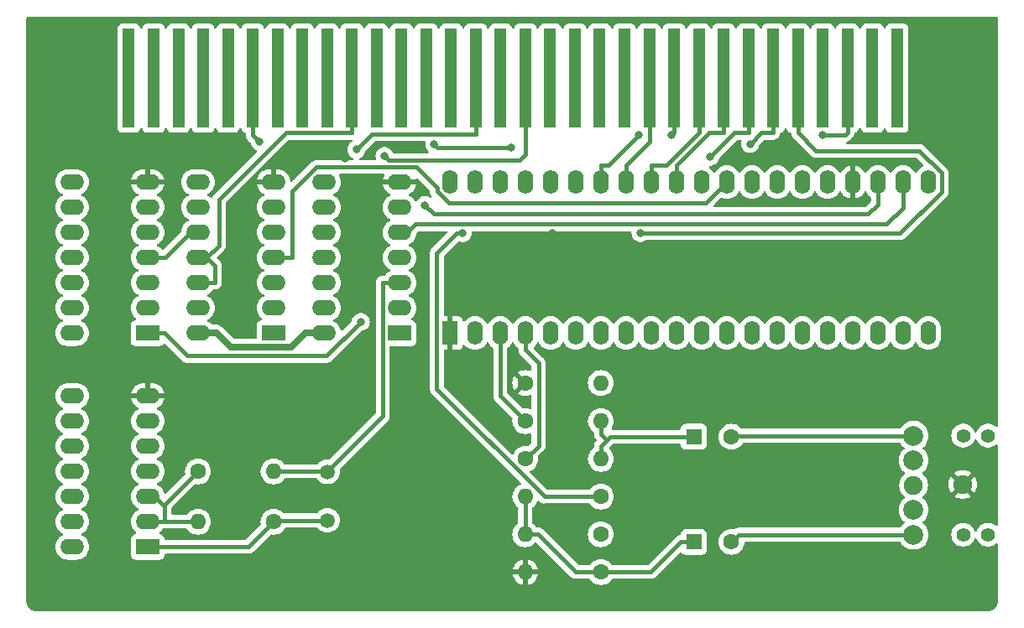
<source format=gbr>
%TF.GenerationSoftware,KiCad,Pcbnew,7.0.1*%
%TF.CreationDate,2023-07-19T12:38:43+03:00*%
%TF.ProjectId,deltaAY,64656c74-6141-4592-9e6b-696361645f70,rev?*%
%TF.SameCoordinates,Original*%
%TF.FileFunction,Copper,L1,Top*%
%TF.FilePolarity,Positive*%
%FSLAX46Y46*%
G04 Gerber Fmt 4.6, Leading zero omitted, Abs format (unit mm)*
G04 Created by KiCad (PCBNEW 7.0.1) date 2023-07-19 12:38:44*
%MOMM*%
%LPD*%
G01*
G04 APERTURE LIST*
%TA.AperFunction,ComponentPad*%
%ADD10R,2.400000X1.600000*%
%TD*%
%TA.AperFunction,ComponentPad*%
%ADD11O,2.400000X1.600000*%
%TD*%
%TA.AperFunction,ComponentPad*%
%ADD12R,1.600000X1.600000*%
%TD*%
%TA.AperFunction,ComponentPad*%
%ADD13C,1.600000*%
%TD*%
%TA.AperFunction,ComponentPad*%
%ADD14O,1.600000X1.600000*%
%TD*%
%TA.AperFunction,ComponentPad*%
%ADD15C,1.400000*%
%TD*%
%TA.AperFunction,ComponentPad*%
%ADD16C,1.900000*%
%TD*%
%TA.AperFunction,ComponentPad*%
%ADD17C,2.000000*%
%TD*%
%TA.AperFunction,SMDPad,CuDef*%
%ADD18R,1.270000X10.000000*%
%TD*%
%TA.AperFunction,ComponentPad*%
%ADD19C,1.500000*%
%TD*%
%TA.AperFunction,ComponentPad*%
%ADD20R,1.600000X2.400000*%
%TD*%
%TA.AperFunction,ComponentPad*%
%ADD21O,1.600000X2.400000*%
%TD*%
%TA.AperFunction,ViaPad*%
%ADD22C,0.800000*%
%TD*%
%TA.AperFunction,ViaPad*%
%ADD23C,1.500000*%
%TD*%
%TA.AperFunction,ViaPad*%
%ADD24C,3.500000*%
%TD*%
%TA.AperFunction,Conductor*%
%ADD25C,0.400000*%
%TD*%
%TA.AperFunction,Conductor*%
%ADD26C,0.700000*%
%TD*%
G04 APERTURE END LIST*
D10*
%TO.P,U2,1*%
%TO.N,AY27*%
X74930000Y-61925200D03*
D11*
%TO.P,U2,2*%
%TO.N,WR*%
X74930000Y-59385200D03*
%TO.P,U2,3*%
%TO.N,Net-(U1-Pad3)*%
X74930000Y-56845200D03*
%TO.P,U2,4*%
%TO.N,AY29*%
X74930000Y-54305200D03*
%TO.P,U2,5*%
%TO.N,Net-(U1-Pad3)*%
X74930000Y-51765200D03*
%TO.P,U2,6*%
%TO.N,Net-(U1-Pad6)*%
X74930000Y-49225200D03*
%TO.P,U2,7,GND*%
%TO.N,GND*%
X74930000Y-46685200D03*
%TO.P,U2,8*%
%TO.N,A14*%
X67310000Y-46685200D03*
%TO.P,U2,9*%
X67310000Y-49225200D03*
%TO.P,U2,10*%
%TO.N,Net-(U1-Pad4)*%
X67310000Y-51765200D03*
%TO.P,U2,11*%
%TO.N,M1*%
X67310000Y-54305200D03*
%TO.P,U2,12*%
X67310000Y-56845200D03*
%TO.P,U2,13*%
%TO.N,Net-(U1-Pad5)*%
X67310000Y-59385200D03*
%TO.P,U2,14,VCC*%
%TO.N,+5V*%
X67310000Y-61925200D03*
%TD*%
D12*
%TO.P,C2,1*%
%TO.N,Net-(C2-Pad1)*%
X117322600Y-83007200D03*
D13*
%TO.P,C2,2*%
%TO.N,Net-(C2-Pad2)*%
X121122600Y-83007200D03*
%TD*%
D10*
%TO.P,U1,1*%
%TO.N,IORQ*%
X62230000Y-61925200D03*
D11*
%TO.P,U1,2*%
%TO.N,A1*%
X62230000Y-59385200D03*
%TO.P,U1,3*%
%TO.N,Net-(U1-Pad3)*%
X62230000Y-56845200D03*
%TO.P,U1,4*%
%TO.N,Net-(U1-Pad4)*%
X62230000Y-54305200D03*
%TO.P,U1,5*%
%TO.N,Net-(U1-Pad5)*%
X62230000Y-51765200D03*
%TO.P,U1,6*%
%TO.N,Net-(U1-Pad6)*%
X62230000Y-49225200D03*
%TO.P,U1,7,GND*%
%TO.N,GND*%
X62230000Y-46685200D03*
%TO.P,U1,8*%
%TO.N,unconnected-(U1-Pad8)*%
X54610000Y-46685200D03*
%TO.P,U1,9*%
%TO.N,unconnected-(U1-Pad9)*%
X54610000Y-49225200D03*
%TO.P,U1,10*%
%TO.N,unconnected-(U1-Pad10)*%
X54610000Y-51765200D03*
%TO.P,U1,11*%
%TO.N,unconnected-(U1-Pad11)*%
X54610000Y-54305200D03*
%TO.P,U1,12*%
%TO.N,unconnected-(U1-Pad12)*%
X54610000Y-56845200D03*
%TO.P,U1,13*%
%TO.N,unconnected-(U1-Pad13)*%
X54610000Y-59385200D03*
%TO.P,U1,14,VCC*%
%TO.N,+5V*%
X54610000Y-61925200D03*
%TD*%
D12*
%TO.P,C1,1*%
%TO.N,Net-(C1-Pad1)*%
X117322600Y-72390000D03*
D13*
%TO.P,C1,2*%
%TO.N,Net-(C1-Pad2)*%
X121122600Y-72390000D03*
%TD*%
%TO.P,R7,1*%
%TO.N,AY_B*%
X107940000Y-82245200D03*
D14*
%TO.P,R7,2*%
%TO.N,Net-(C2-Pad1)*%
X100320000Y-82245200D03*
%TD*%
D13*
%TO.P,R2,1*%
%TO.N,Net-(R2-Pad1)*%
X74930000Y-80975200D03*
D14*
%TO.P,R2,2*%
%TO.N,Net-(R1-Pad1)*%
X67310000Y-80975200D03*
%TD*%
D13*
%TO.P,R8,1*%
%TO.N,Net-(C2-Pad1)*%
X107950000Y-86055200D03*
D14*
%TO.P,R8,2*%
%TO.N,GND*%
X100330000Y-86055200D03*
%TD*%
D13*
%TO.P,R3,1*%
%TO.N,GND*%
X100320000Y-66965200D03*
D14*
%TO.P,R3,2*%
%TO.N,Net-(C1-Pad1)*%
X107940000Y-66965200D03*
%TD*%
D13*
%TO.P,R1,1*%
%TO.N,Net-(R1-Pad1)*%
X67310000Y-75895200D03*
D14*
%TO.P,R1,2*%
%TO.N,Net-(U3A-C)*%
X74930000Y-75895200D03*
%TD*%
D13*
%TO.P,R6,1*%
%TO.N,AY_C*%
X107950000Y-78435200D03*
D14*
%TO.P,R6,2*%
%TO.N,Net-(C2-Pad1)*%
X100330000Y-78435200D03*
%TD*%
D15*
%TO.P,J2,*%
%TO.N,*%
X146996800Y-82292200D03*
X146996800Y-72292200D03*
X144496800Y-82292200D03*
X144496800Y-72292200D03*
D16*
X139496800Y-77292200D03*
%TO.P,J2,1*%
%TO.N,GND*%
X144456800Y-77212200D03*
D17*
%TO.P,J2,2*%
%TO.N,Net-(C2-Pad2)*%
X139496800Y-82292200D03*
%TO.P,J2,3*%
%TO.N,unconnected-(J2-Pad3)*%
X139496800Y-79792200D03*
%TO.P,J2,4*%
%TO.N,unconnected-(J2-Pad4)*%
X139496800Y-74792200D03*
%TO.P,J2,5*%
%TO.N,Net-(C1-Pad2)*%
X139496800Y-72292200D03*
%TD*%
D18*
%TO.P,J1,1,A15*%
%TO.N,unconnected-(J1-A15-Pad1)*%
X137832480Y-36194000D03*
%TO.P,J1,2,A13*%
%TO.N,unconnected-(J1-A13-Pad2)*%
X135332510Y-36194000D03*
%TO.P,J1,3,D7*%
%TO.N,DA7*%
X132832490Y-36194000D03*
%TO.P,J1,4*%
%TO.N,unconnected-(J1-Pad4)*%
X130332520Y-36194000D03*
%TO.P,J1,5,D0*%
%TO.N,DA0*%
X127832500Y-36194000D03*
%TO.P,J1,6,D1*%
%TO.N,DA1*%
X125332480Y-36194000D03*
%TO.P,J1,7,D2*%
%TO.N,DA2*%
X122832510Y-36194000D03*
%TO.P,J1,8,D6*%
%TO.N,DA6*%
X120332490Y-36194000D03*
%TO.P,J1,9,D5*%
%TO.N,DA5*%
X117832520Y-36194000D03*
%TO.P,J1,10,D3*%
%TO.N,DA3*%
X115332500Y-36194000D03*
%TO.P,J1,11,D4*%
%TO.N,DA4*%
X112832480Y-36194000D03*
%TO.P,J1,12,\u041F\u0420*%
%TO.N,unconnected-(J1-\u041F\u0420-Pad12)*%
X110332510Y-36194000D03*
%TO.P,J1,13,\u041D\u041F\u0420*%
%TO.N,unconnected-(J1-\u041D\u041F\u0420-Pad13)*%
X107832490Y-36194000D03*
%TO.P,J1,14,\u0421\u0422\u041E\u041F*%
%TO.N,unconnected-(J1-\u0421\u0422\u041E\u041F-Pad14)*%
X105332520Y-36194000D03*
%TO.P,J1,15,\u041E\u0417\u0423*%
%TO.N,unconnected-(J1-\u041E\u0417\u0423-Pad15)*%
X102832500Y-36194000D03*
%TO.P,J1,16,\u0412\u0423*%
%TO.N,IORQ*%
X100332470Y-36194000D03*
%TO.P,J1,17,\u0427\u0422*%
%TO.N,unconnected-(J1-\u0427\u0422-Pad17)*%
X97832510Y-36194000D03*
%TO.P,J1,18,\u0417\u041F*%
%TO.N,WR*%
X95332480Y-36194000D03*
%TO.P,J1,19,BD2*%
%TO.N,unconnected-(J1-BD2-Pad19)*%
X92832520Y-36194000D03*
%TO.P,J1,20,\u041E\u0416\u0418\u0414*%
%TO.N,unconnected-(J1-\u041E\u0416\u0418\u0414-Pad20)*%
X90332490Y-36194000D03*
%TO.P,J1,21,P1*%
%TO.N,unconnected-(J1-P1-Pad21)*%
X87832470Y-36194000D03*
%TO.P,J1,22,P2*%
%TO.N,unconnected-(J1-P2-Pad22)*%
X85332500Y-36194000D03*
%TO.P,J1,23,\u041C1*%
%TO.N,M1*%
X82832480Y-36194000D03*
%TO.P,J1,24,\u0420\u0413\u041D*%
%TO.N,unconnected-(J1-\u0420\u0413\u041D-Pad24)*%
X80332510Y-36194000D03*
%TO.P,J1,25,A8*%
%TO.N,unconnected-(J1-A8-Pad25)*%
X77832490Y-36194000D03*
%TO.P,J1,26,A10*%
%TO.N,unconnected-(J1-A10-Pad26)*%
X75332470Y-36194000D03*
%TO.P,J1,27,\u0421\u0411\u0420\u041E\u0421*%
%TO.N,RESET*%
X72832500Y-36194000D03*
%TO.P,J1,28,P4*%
%TO.N,unconnected-(J1-P4-Pad28)*%
X70332480Y-36194000D03*
%TO.P,J1,29,P5*%
%TO.N,unconnected-(J1-P5-Pad29)*%
X67832510Y-36194000D03*
%TO.P,J1,30,BD4*%
%TO.N,unconnected-(J1-BD4-Pad30)*%
X65332490Y-36194000D03*
%TO.P,J1,31,BD0*%
%TO.N,unconnected-(J1-BD0-Pad31)*%
X62832470Y-36194000D03*
%TO.P,J1,32,BD7*%
%TO.N,unconnected-(J1-BD7-Pad32)*%
X60332500Y-36194000D03*
%TD*%
D10*
%TO.P,U5,1*%
%TO.N,Net-(R2-Pad1)*%
X62245000Y-83515200D03*
D11*
%TO.P,U5,2*%
%TO.N,Net-(R1-Pad1)*%
X62245000Y-80975200D03*
%TO.P,U5,3*%
X62245000Y-78435200D03*
%TO.P,U5,4*%
%TO.N,Net-(U3A-C)*%
X62245000Y-75895200D03*
%TO.P,U5,5*%
%TO.N,unconnected-(U5-Pad5)*%
X62245000Y-73355200D03*
%TO.P,U5,6*%
%TO.N,unconnected-(U5-Pad6)*%
X62245000Y-70815200D03*
%TO.P,U5,7,GND*%
%TO.N,GND*%
X62245000Y-68275200D03*
%TO.P,U5,8*%
%TO.N,unconnected-(U5-Pad8)*%
X54625000Y-68275200D03*
%TO.P,U5,9*%
%TO.N,unconnected-(U5-Pad9)*%
X54625000Y-70815200D03*
%TO.P,U5,10*%
%TO.N,unconnected-(U5-Pad10)*%
X54625000Y-73355200D03*
%TO.P,U5,11*%
%TO.N,unconnected-(U5-Pad11)*%
X54625000Y-75895200D03*
%TO.P,U5,12*%
%TO.N,unconnected-(U5-Pad12)*%
X54625000Y-78435200D03*
%TO.P,U5,13*%
%TO.N,unconnected-(U5-Pad13)*%
X54625000Y-80975200D03*
%TO.P,U5,14,VCC*%
%TO.N,+5V*%
X54625000Y-83515200D03*
%TD*%
D10*
%TO.P,U3,1,~{R}*%
%TO.N,+5V*%
X87645000Y-61930200D03*
D11*
%TO.P,U3,2,D*%
%TO.N,Net-(U3A-D)*%
X87645000Y-59390200D03*
%TO.P,U3,3,C*%
%TO.N,Net-(U3A-C)*%
X87645000Y-56850200D03*
%TO.P,U3,4,~{S}*%
%TO.N,+5V*%
X87645000Y-54310200D03*
%TO.P,U3,5,Q*%
%TO.N,AY22*%
X87645000Y-51770200D03*
%TO.P,U3,6,~{Q}*%
%TO.N,Net-(U3A-D)*%
X87645000Y-49230200D03*
%TO.P,U3,7,GND*%
%TO.N,GND*%
X87645000Y-46690200D03*
%TO.P,U3,8,~{Q}*%
%TO.N,unconnected-(U3B-~{Q}-Pad8)*%
X80025000Y-46690200D03*
%TO.P,U3,9,Q*%
%TO.N,unconnected-(U3B-Q-Pad9)*%
X80025000Y-49230200D03*
%TO.P,U3,10,~{S}*%
%TO.N,unconnected-(U3B-~{S}-Pad10)*%
X80025000Y-51770200D03*
%TO.P,U3,11,C*%
%TO.N,unconnected-(U3B-C-Pad11)*%
X80025000Y-54310200D03*
%TO.P,U3,12,D*%
%TO.N,unconnected-(U3B-D-Pad12)*%
X80025000Y-56850200D03*
%TO.P,U3,13,~{R}*%
%TO.N,unconnected-(U3B-~{R}-Pad13)*%
X80025000Y-59390200D03*
%TO.P,U3,14,VCC*%
%TO.N,+5V*%
X80025000Y-61930200D03*
%TD*%
D13*
%TO.P,R5,1*%
%TO.N,AY_A*%
X100330000Y-74625200D03*
D14*
%TO.P,R5,2*%
%TO.N,Net-(C1-Pad1)*%
X107950000Y-74625200D03*
%TD*%
D19*
%TO.P,Y1,1,1*%
%TO.N,Net-(R2-Pad1)*%
X80361000Y-80834400D03*
%TO.P,Y1,2,2*%
%TO.N,Net-(U3A-C)*%
X80361000Y-75934400D03*
%TD*%
D13*
%TO.P,R4,1*%
%TO.N,AY_B*%
X100330000Y-70815200D03*
D14*
%TO.P,R4,2*%
%TO.N,Net-(C1-Pad1)*%
X107950000Y-70815200D03*
%TD*%
D20*
%TO.P,U4,1,GND*%
%TO.N,GND*%
X92710000Y-61925200D03*
D21*
%TO.P,U4,2,NC*%
%TO.N,unconnected-(U4-NC-Pad2)*%
X95250000Y-61925200D03*
%TO.P,U4,3,analog_B*%
%TO.N,AY_B*%
X97790000Y-61925200D03*
%TO.P,U4,4,analog_A*%
%TO.N,AY_A*%
X100330000Y-61925200D03*
%TO.P,U4,5,NC*%
%TO.N,unconnected-(U4-NC-Pad5)*%
X102870000Y-61925200D03*
%TO.P,U4,6,IOB7*%
%TO.N,unconnected-(U4-IOB7-Pad6)*%
X105410000Y-61925200D03*
%TO.P,U4,7,IOB6*%
%TO.N,unconnected-(U4-IOB6-Pad7)*%
X107950000Y-61925200D03*
%TO.P,U4,8,IOB5*%
%TO.N,unconnected-(U4-IOB5-Pad8)*%
X110490000Y-61925200D03*
%TO.P,U4,9,IOB4*%
%TO.N,unconnected-(U4-IOB4-Pad9)*%
X113030000Y-61925200D03*
%TO.P,U4,10,IOB3*%
%TO.N,unconnected-(U4-IOB3-Pad10)*%
X115570000Y-61925200D03*
%TO.P,U4,11,IOB2*%
%TO.N,unconnected-(U4-IOB2-Pad11)*%
X118110000Y-61925200D03*
%TO.P,U4,12,IOB1*%
%TO.N,unconnected-(U4-IOB1-Pad12)*%
X120650000Y-61925200D03*
%TO.P,U4,13,IOB0*%
%TO.N,unconnected-(U4-IOB0-Pad13)*%
X123190000Y-61925200D03*
%TO.P,U4,14,IOA7*%
%TO.N,unconnected-(U4-IOA7-Pad14)*%
X125730000Y-61925200D03*
%TO.P,U4,15,IOA6*%
%TO.N,unconnected-(U4-IOA6-Pad15)*%
X128270000Y-61925200D03*
%TO.P,U4,16,IOA5*%
%TO.N,unconnected-(U4-IOA5-Pad16)*%
X130810000Y-61925200D03*
%TO.P,U4,17,IOA4*%
%TO.N,unconnected-(U4-IOA4-Pad17)*%
X133350000Y-61925200D03*
%TO.P,U4,18,IOA3*%
%TO.N,unconnected-(U4-IOA3-Pad18)*%
X135890000Y-61925200D03*
%TO.P,U4,19,IOA2*%
%TO.N,unconnected-(U4-IOA2-Pad19)*%
X138430000Y-61925200D03*
%TO.P,U4,20,IOA1*%
%TO.N,unconnected-(U4-IOA1-Pad20)*%
X140970000Y-61925200D03*
%TO.P,U4,21,IOA0*%
%TO.N,unconnected-(U4-IOA0-Pad21)*%
X140970000Y-46685200D03*
%TO.P,U4,22,CLOCK*%
%TO.N,AY22*%
X138430000Y-46685200D03*
%TO.P,U4,23,RESET*%
%TO.N,RESET*%
X135890000Y-46685200D03*
%TO.P,U4,24,A9*%
%TO.N,GND*%
X133350000Y-46685200D03*
%TO.P,U4,25,A8*%
%TO.N,+5V*%
X130810000Y-46685200D03*
%TO.P,U4,26,TEST2*%
%TO.N,unconnected-(U4-TEST2-Pad26)*%
X128270000Y-46685200D03*
%TO.P,U4,27,BDIR*%
%TO.N,AY27*%
X125730000Y-46685200D03*
%TO.P,U4,28,BC2*%
%TO.N,+5V*%
X123190000Y-46685200D03*
%TO.P,U4,29,BC1*%
%TO.N,AY29*%
X120650000Y-46685200D03*
%TO.P,U4,30,DA7*%
%TO.N,DA7*%
X118110000Y-46685200D03*
%TO.P,U4,31,DA6*%
%TO.N,DA6*%
X115570000Y-46685200D03*
%TO.P,U4,32,DA5*%
%TO.N,DA5*%
X113030000Y-46685200D03*
%TO.P,U4,33,DA4*%
%TO.N,DA4*%
X110490000Y-46685200D03*
%TO.P,U4,34,DA3*%
%TO.N,DA3*%
X107950000Y-46685200D03*
%TO.P,U4,35,DA2*%
%TO.N,DA2*%
X105410000Y-46685200D03*
%TO.P,U4,36,DA1*%
%TO.N,DA1*%
X102870000Y-46685200D03*
%TO.P,U4,37,DA0*%
%TO.N,DA0*%
X100330000Y-46685200D03*
%TO.P,U4,38,analog_C*%
%TO.N,AY_C*%
X97790000Y-46685200D03*
%TO.P,U4,39,TEST1*%
%TO.N,unconnected-(U4-TEST1-Pad39)*%
X95250000Y-46685200D03*
%TO.P,U4,40,VCC*%
%TO.N,+5V*%
X92710000Y-46685200D03*
%TD*%
D22*
%TO.N,GND*%
X77952600Y-43967400D03*
X69850000Y-60985400D03*
D23*
X92421200Y-70944600D03*
D22*
X82118200Y-44261700D03*
X105206800Y-56134000D03*
X85242400Y-47675800D03*
X103073200Y-51826500D03*
D23*
X92421200Y-85956000D03*
D22*
X82473800Y-47218600D03*
X89128600Y-43180000D03*
X64643000Y-50419000D03*
D24*
X128000000Y-69000000D03*
D22*
X84861400Y-43586400D03*
X128651000Y-56057800D03*
D24*
X70000000Y-69000000D03*
D22*
X72466200Y-57810400D03*
%TO.N,DA7*%
X130289400Y-41909200D03*
%TO.N,DA0*%
X111948900Y-51826500D03*
%TO.N,DA1*%
X123014500Y-42835200D03*
%TO.N,DA2*%
X118978300Y-44131800D03*
%TO.N,DA3*%
X115054700Y-41932900D03*
X111781500Y-41931500D03*
%TO.N,IORQ*%
X86116700Y-44047200D03*
X83739500Y-60790100D03*
%TO.N,WR*%
X83288000Y-43399200D03*
%TO.N,RESET*%
X73531200Y-42616200D03*
X90195400Y-48996600D03*
%TO.N,A1*%
X98887500Y-43154600D03*
X91144000Y-42871500D03*
%TO.N,AY_C*%
X94029800Y-51826500D03*
%TD*%
D25*
%TO.N,Net-(C2-Pad2)*%
X139496800Y-82292200D02*
X121837600Y-82292200D01*
X121837600Y-82292200D02*
X121122600Y-83007200D01*
%TO.N,Net-(C1-Pad2)*%
X139496800Y-72292200D02*
X121220400Y-72292200D01*
X121220400Y-72292200D02*
X121122600Y-72390000D01*
%TO.N,DA7*%
X132832500Y-36194000D02*
X132832500Y-41695900D01*
X132619200Y-41909200D02*
X130289400Y-41909200D01*
X132832500Y-41695900D02*
X132619200Y-41909200D01*
%TO.N,DA0*%
X138144700Y-51826500D02*
X111948900Y-51826500D01*
X127832500Y-41695900D02*
X129673500Y-43536900D01*
X140086500Y-43536900D02*
X142316200Y-45766600D01*
X129673500Y-43536900D02*
X140086500Y-43536900D01*
X142316200Y-47655000D02*
X138144700Y-51826500D01*
X127832500Y-36194000D02*
X127832500Y-41695900D01*
X142316200Y-45766600D02*
X142316200Y-47655000D01*
%TO.N,DA1*%
X125332500Y-36194000D02*
X125332500Y-41695900D01*
X124153800Y-41695900D02*
X125332500Y-41695900D01*
X123014500Y-42835200D02*
X124153800Y-41695900D01*
%TO.N,DA2*%
X122832500Y-41695900D02*
X121414200Y-41695900D01*
X122832500Y-36194000D02*
X122832500Y-41695900D01*
X121414200Y-41695900D02*
X118978300Y-44131800D01*
%TO.N,DA6*%
X118857400Y-41695900D02*
X120332500Y-41695900D01*
X120332500Y-36194000D02*
X120332500Y-41695900D01*
X115570000Y-46685200D02*
X115570000Y-44983300D01*
X115570000Y-44983300D02*
X118857400Y-41695900D01*
%TO.N,DA5*%
X113030000Y-44983300D02*
X114545100Y-44983300D01*
X114545100Y-44983300D02*
X117832500Y-41695900D01*
X113030000Y-46685200D02*
X113030000Y-44983300D01*
X117832500Y-36194000D02*
X117832500Y-41695900D01*
%TO.N,DA3*%
X108729700Y-44983300D02*
X111781500Y-41931500D01*
X115291700Y-41695900D02*
X115332500Y-41695900D01*
X115054700Y-41932900D02*
X115291700Y-41695900D01*
X115332500Y-36194000D02*
X115332500Y-41695900D01*
X107950000Y-44983300D02*
X108729700Y-44983300D01*
X107950000Y-46685200D02*
X107950000Y-44983300D01*
%TO.N,DA4*%
X112832500Y-42640800D02*
X112832500Y-36194000D01*
X110490000Y-46685200D02*
X110490000Y-44983300D01*
X110490000Y-44983300D02*
X112832500Y-42640800D01*
%TO.N,IORQ*%
X100332500Y-43888700D02*
X100332500Y-36194000D01*
X99759501Y-44461699D02*
X100332500Y-43888700D01*
X86116700Y-44047200D02*
X86531199Y-44461699D01*
X66236700Y-64230000D02*
X63931900Y-61925200D01*
X62230000Y-61925200D02*
X63931900Y-61925200D01*
X80299600Y-64230000D02*
X66236700Y-64230000D01*
X83739500Y-60790100D02*
X80299600Y-64230000D01*
X86531199Y-44461699D02*
X99759501Y-44461699D01*
%TO.N,WR*%
X95332500Y-36194000D02*
X95332500Y-41833800D01*
X95332500Y-41833800D02*
X84853400Y-41833800D01*
X84853400Y-41833800D02*
X83288000Y-43399200D01*
%TO.N,M1*%
X69400600Y-53065600D02*
X68161000Y-54305200D01*
X82832500Y-36194000D02*
X82832500Y-41695900D01*
X82832500Y-41695900D02*
X76185500Y-41695900D01*
X68161000Y-54305200D02*
X69011900Y-55156100D01*
X69011900Y-55156100D02*
X69011900Y-56845200D01*
X67310000Y-54305200D02*
X68161000Y-54305200D01*
X76185500Y-41695900D02*
X69400600Y-48480800D01*
X69400600Y-48480800D02*
X69400600Y-53065600D01*
X67310000Y-56845200D02*
X69011900Y-56845200D01*
%TO.N,RESET*%
X91109800Y-49911000D02*
X134899400Y-49911000D01*
X135890000Y-48920400D02*
X135890000Y-46685200D01*
X134899400Y-49911000D02*
X135890000Y-48920400D01*
X90195400Y-48996600D02*
X91109800Y-49911000D01*
X72832500Y-41917500D02*
X73531200Y-42616200D01*
X72832500Y-36194000D02*
X72832500Y-41917500D01*
D26*
%TO.N,+5V*%
X80025000Y-61930200D02*
X78173100Y-61930200D01*
X76726200Y-63377100D02*
X70613800Y-63377100D01*
X70613800Y-63377100D02*
X69161900Y-61925200D01*
X67310000Y-61925200D02*
X69161900Y-61925200D01*
X78173100Y-61930200D02*
X76726200Y-63377100D01*
D25*
%TO.N,A1*%
X98887500Y-43154600D02*
X91427100Y-43154600D01*
X91427100Y-43154600D02*
X91144000Y-42871500D01*
%TO.N,Net-(R2-Pad1)*%
X75070800Y-80834400D02*
X74930000Y-80975200D01*
X72390000Y-83515200D02*
X62245000Y-83515200D01*
X80361000Y-80834400D02*
X75070800Y-80834400D01*
X74930000Y-80975200D02*
X72390000Y-83515200D01*
%TO.N,Net-(R1-Pad1)*%
X62920100Y-78435200D02*
X63845100Y-79360100D01*
X63845100Y-79360100D02*
X63946900Y-79462000D01*
X62245000Y-78435200D02*
X62920100Y-78435200D01*
X63946900Y-79462000D02*
X63946900Y-80975200D01*
X62245000Y-80975200D02*
X63946900Y-80975200D01*
X67310000Y-75895200D02*
X63845100Y-79360100D01*
X67310000Y-80975200D02*
X63946900Y-80975200D01*
%TO.N,Net-(U3A-C)*%
X87645000Y-56850200D02*
X85943100Y-56850200D01*
X80361000Y-75895200D02*
X76231900Y-75895200D01*
X80361000Y-75895200D02*
X80361000Y-75934400D01*
X74930000Y-75895200D02*
X76231900Y-75895200D01*
X85943100Y-70313100D02*
X80361000Y-75895200D01*
X85943100Y-56850200D02*
X85943100Y-70313100D01*
%TO.N,AY_A*%
X101659500Y-64956600D02*
X101659500Y-73295700D01*
X101659500Y-73295700D02*
X100330000Y-74625200D01*
X100330000Y-63627100D02*
X101659500Y-64956600D01*
X100330000Y-61925200D02*
X100330000Y-63627100D01*
%TO.N,Net-(C1-Pad1)*%
X108883300Y-72390000D02*
X108553100Y-72720200D01*
X107950000Y-70815200D02*
X107950000Y-72117100D01*
X107950000Y-74625200D02*
X107950000Y-73323300D01*
X107950000Y-72117100D02*
X108553100Y-72720200D01*
X116020700Y-72390000D02*
X108883300Y-72390000D01*
X108553100Y-72720200D02*
X107950000Y-73323300D01*
X117322600Y-72390000D02*
X116020700Y-72390000D01*
%TO.N,AY_C*%
X91408100Y-67588800D02*
X91408100Y-53835700D01*
X93417300Y-51826500D02*
X94029800Y-51826500D01*
X102254500Y-78435200D02*
X91408100Y-67588800D01*
X107950000Y-78435200D02*
X102254500Y-78435200D01*
X91408100Y-53835700D02*
X93417300Y-51826500D01*
%TO.N,Net-(C2-Pad1)*%
X105431900Y-86055200D02*
X107950000Y-86055200D01*
X100330000Y-79737100D02*
X100320000Y-79747100D01*
X100320000Y-82245200D02*
X101621900Y-82245200D01*
X107950000Y-86055200D02*
X112972700Y-86055200D01*
X112972700Y-86055200D02*
X116020700Y-83007200D01*
X100320000Y-79747100D02*
X100320000Y-82245200D01*
X100330000Y-78435200D02*
X100330000Y-79737100D01*
X117322600Y-83007200D02*
X116020700Y-83007200D01*
X101621900Y-82245200D02*
X105431900Y-86055200D01*
%TO.N,AY_B*%
X97790000Y-68275200D02*
X97790000Y-63627100D01*
X100330000Y-70815200D02*
X97790000Y-68275200D01*
X97790000Y-61925200D02*
X97790000Y-63627100D01*
%TO.N,AY22*%
X138430000Y-46685200D02*
X138430000Y-49250600D01*
X88445000Y-51770200D02*
X87645000Y-51770200D01*
X136753600Y-50927000D02*
X89288200Y-50927000D01*
X89288200Y-50927000D02*
X88445000Y-51770200D01*
X138430000Y-49250600D02*
X136753600Y-50927000D01*
%TO.N,AY29*%
X76809600Y-47612100D02*
X79260500Y-45161200D01*
X118516400Y-48818800D02*
X120650000Y-46685200D01*
X74930000Y-54305200D02*
X76809600Y-54305200D01*
X79260500Y-45161200D02*
X89331800Y-45161200D01*
X92605122Y-48818800D02*
X118516400Y-48818800D01*
X91410000Y-47239400D02*
X91410000Y-47623678D01*
X89331800Y-45161200D02*
X91410000Y-47239400D01*
X76809600Y-54305200D02*
X76809600Y-47612100D01*
X91410000Y-47623678D02*
X92605122Y-48818800D01*
%TO.N,Net-(U1-Pad4)*%
X66522600Y-51765200D02*
X67310000Y-51765200D01*
X62230000Y-54305200D02*
X63982600Y-54305200D01*
X63982600Y-54305200D02*
X66522600Y-51765200D01*
%TD*%
%TA.AperFunction,Conductor*%
%TO.N,GND*%
G36*
X99126625Y-62867749D02*
G01*
X99172381Y-62919924D01*
X99177195Y-62930247D01*
X99199431Y-62977933D01*
X99329953Y-63164340D01*
X99490859Y-63325246D01*
X99576623Y-63385298D01*
X99615489Y-63429616D01*
X99629500Y-63486873D01*
X99629500Y-63602179D01*
X99629274Y-63609666D01*
X99625641Y-63669707D01*
X99636483Y-63728871D01*
X99637610Y-63736272D01*
X99644860Y-63795973D01*
X99648450Y-63805439D01*
X99654475Y-63827052D01*
X99656303Y-63837029D01*
X99680991Y-63891883D01*
X99683856Y-63898801D01*
X99705180Y-63955026D01*
X99705182Y-63955030D01*
X99710941Y-63963373D01*
X99721961Y-63982913D01*
X99726120Y-63992154D01*
X99763216Y-64039505D01*
X99767651Y-64045532D01*
X99801817Y-64095029D01*
X99846847Y-64134922D01*
X99852283Y-64140040D01*
X100922681Y-65210438D01*
X100949561Y-65250666D01*
X100959000Y-65298119D01*
X100959000Y-65634138D01*
X100943714Y-65693781D01*
X100901624Y-65738719D01*
X100843109Y-65757873D01*
X100782594Y-65746519D01*
X100766328Y-65738934D01*
X100546602Y-65680058D01*
X100320000Y-65660233D01*
X100093397Y-65680058D01*
X99873672Y-65738933D01*
X99667516Y-65835065D01*
X99594526Y-65886173D01*
X100585871Y-66877518D01*
X100617965Y-66933105D01*
X100617965Y-66997293D01*
X100585871Y-67052880D01*
X99594526Y-68044225D01*
X99594526Y-68044226D01*
X99667515Y-68095333D01*
X99873673Y-68191466D01*
X100093397Y-68250341D01*
X100320000Y-68270166D01*
X100546602Y-68250341D01*
X100766328Y-68191465D01*
X100782594Y-68183881D01*
X100843109Y-68172527D01*
X100901624Y-68191681D01*
X100943714Y-68236619D01*
X100959000Y-68296262D01*
X100959000Y-69478923D01*
X100943714Y-69538566D01*
X100901624Y-69583504D01*
X100843109Y-69602658D01*
X100782594Y-69591304D01*
X100776500Y-69588462D01*
X100556689Y-69529564D01*
X100329999Y-69509731D01*
X100098116Y-69530018D01*
X100044898Y-69523012D01*
X99999628Y-69494171D01*
X98526819Y-68021362D01*
X98499939Y-67981134D01*
X98490500Y-67933681D01*
X98490500Y-66965200D01*
X99015033Y-66965200D01*
X99034858Y-67191802D01*
X99093733Y-67411526D01*
X99189866Y-67617684D01*
X99240972Y-67690671D01*
X99240974Y-67690672D01*
X99966446Y-66965201D01*
X99966446Y-66965200D01*
X99240973Y-66239726D01*
X99240973Y-66239727D01*
X99189865Y-66312716D01*
X99093733Y-66518872D01*
X99034858Y-66738597D01*
X99015033Y-66965200D01*
X98490500Y-66965200D01*
X98490500Y-63486873D01*
X98504511Y-63429616D01*
X98543377Y-63385298D01*
X98629140Y-63325246D01*
X98790046Y-63164340D01*
X98807710Y-63139113D01*
X98920568Y-62977934D01*
X98947618Y-62919924D01*
X98993375Y-62867749D01*
X99060000Y-62848329D01*
X99126625Y-62867749D01*
G37*
%TD.AperFunction*%
%TA.AperFunction,Conductor*%
G36*
X82814318Y-42411738D02*
G01*
X82859278Y-42453958D01*
X82878336Y-42512614D01*
X82866780Y-42573197D01*
X82827466Y-42620718D01*
X82682129Y-42726310D01*
X82555466Y-42866983D01*
X82460820Y-43030915D01*
X82402326Y-43210942D01*
X82385156Y-43374310D01*
X82382540Y-43399200D01*
X82390753Y-43477344D01*
X82402326Y-43587457D01*
X82460820Y-43767484D01*
X82555466Y-43931416D01*
X82682129Y-44072089D01*
X82835265Y-44183349D01*
X82837565Y-44184373D01*
X82925266Y-44223420D01*
X82976653Y-44265932D01*
X82998585Y-44328914D01*
X82984719Y-44394149D01*
X82939065Y-44442765D01*
X82874830Y-44460700D01*
X79285421Y-44460700D01*
X79277934Y-44460474D01*
X79217891Y-44456841D01*
X79158726Y-44467683D01*
X79151327Y-44468809D01*
X79091628Y-44476059D01*
X79082148Y-44479654D01*
X79060547Y-44485675D01*
X79050570Y-44487503D01*
X78995719Y-44512189D01*
X78988805Y-44515053D01*
X78932569Y-44536382D01*
X78924225Y-44542141D01*
X78904686Y-44553161D01*
X78895442Y-44557321D01*
X78848097Y-44594413D01*
X78842068Y-44598849D01*
X78792570Y-44633016D01*
X78752683Y-44678038D01*
X78747551Y-44683490D01*
X76831919Y-46599121D01*
X76771076Y-46632501D01*
X76701827Y-46627962D01*
X76645862Y-46586926D01*
X76620710Y-46522247D01*
X76615141Y-46458597D01*
X76556266Y-46238873D01*
X76460134Y-46032719D01*
X76329658Y-45846380D01*
X76168819Y-45685541D01*
X75982480Y-45555065D01*
X75776326Y-45458933D01*
X75556602Y-45400058D01*
X75386765Y-45385200D01*
X75180000Y-45385200D01*
X75180000Y-46811200D01*
X75163387Y-46873200D01*
X75118000Y-46918587D01*
X75056000Y-46935200D01*
X73251128Y-46935200D01*
X73303733Y-47131526D01*
X73399865Y-47337680D01*
X73530341Y-47524019D01*
X73691180Y-47684858D01*
X73877519Y-47815334D01*
X73935865Y-47842542D01*
X73988040Y-47888299D01*
X74007460Y-47954923D01*
X73988041Y-48021548D01*
X73935866Y-48067305D01*
X73877267Y-48094630D01*
X73690859Y-48225153D01*
X73529953Y-48386059D01*
X73399432Y-48572464D01*
X73303261Y-48778702D01*
X73244364Y-48998510D01*
X73224531Y-49225199D01*
X73244364Y-49451889D01*
X73303261Y-49671697D01*
X73399432Y-49877935D01*
X73529953Y-50064340D01*
X73690859Y-50225246D01*
X73830642Y-50323122D01*
X73877266Y-50355768D01*
X73935275Y-50382818D01*
X73987450Y-50428575D01*
X74006869Y-50495200D01*
X73987450Y-50561825D01*
X73935275Y-50607581D01*
X73924552Y-50612582D01*
X73877263Y-50634633D01*
X73690859Y-50765153D01*
X73529953Y-50926059D01*
X73399432Y-51112464D01*
X73303261Y-51318702D01*
X73244364Y-51538510D01*
X73224531Y-51765199D01*
X73244364Y-51991889D01*
X73303261Y-52211697D01*
X73399432Y-52417935D01*
X73529953Y-52604340D01*
X73690859Y-52765246D01*
X73750899Y-52807286D01*
X73877266Y-52895768D01*
X73935275Y-52922818D01*
X73987450Y-52968575D01*
X74006869Y-53035200D01*
X73987450Y-53101825D01*
X73935275Y-53147582D01*
X73877263Y-53174633D01*
X73690859Y-53305153D01*
X73529953Y-53466059D01*
X73399432Y-53652464D01*
X73303261Y-53858702D01*
X73244364Y-54078510D01*
X73224531Y-54305199D01*
X73244364Y-54531889D01*
X73303261Y-54751697D01*
X73399432Y-54957935D01*
X73529953Y-55144340D01*
X73690859Y-55305246D01*
X73877262Y-55435765D01*
X73877266Y-55435768D01*
X73935273Y-55462817D01*
X73987449Y-55508573D01*
X74006869Y-55575197D01*
X73987451Y-55641822D01*
X73935276Y-55687580D01*
X73877266Y-55714631D01*
X73690859Y-55845153D01*
X73529953Y-56006059D01*
X73399432Y-56192464D01*
X73303261Y-56398702D01*
X73244364Y-56618510D01*
X73224531Y-56845199D01*
X73244364Y-57071889D01*
X73303261Y-57291697D01*
X73399432Y-57497935D01*
X73529953Y-57684340D01*
X73690859Y-57845246D01*
X73877265Y-57975767D01*
X73877266Y-57975768D01*
X73935273Y-58002817D01*
X73987449Y-58048573D01*
X74006869Y-58115197D01*
X73987451Y-58181822D01*
X73935276Y-58227580D01*
X73877266Y-58254631D01*
X73690859Y-58385153D01*
X73529953Y-58546059D01*
X73399432Y-58732464D01*
X73303261Y-58938702D01*
X73244364Y-59158510D01*
X73224531Y-59385199D01*
X73244364Y-59611889D01*
X73303261Y-59831697D01*
X73399432Y-60037935D01*
X73529953Y-60224340D01*
X73690858Y-60385245D01*
X73715461Y-60402472D01*
X73754599Y-60447314D01*
X73768333Y-60505228D01*
X73753500Y-60562869D01*
X73713516Y-60606958D01*
X73657594Y-60627338D01*
X73622515Y-60631109D01*
X73487669Y-60681404D01*
X73372454Y-60767654D01*
X73286204Y-60882868D01*
X73235909Y-61017715D01*
X73235909Y-61017717D01*
X73229751Y-61074999D01*
X73229500Y-61077330D01*
X73229501Y-62402600D01*
X73212888Y-62464600D01*
X73167501Y-62509987D01*
X73105501Y-62526600D01*
X71017451Y-62526600D01*
X70969998Y-62517161D01*
X70929770Y-62490281D01*
X69791300Y-61351811D01*
X69784473Y-61344405D01*
X69750241Y-61304104D01*
X69750239Y-61304102D01*
X69750237Y-61304100D01*
X69687067Y-61256079D01*
X69684522Y-61254089D01*
X69622654Y-61204358D01*
X69622651Y-61204356D01*
X69622566Y-61204288D01*
X69603074Y-61192197D01*
X69530982Y-61158843D01*
X69527957Y-61157393D01*
X69456807Y-61122107D01*
X69435180Y-61114492D01*
X69357633Y-61097423D01*
X69354364Y-61096657D01*
X69277286Y-61077489D01*
X69254516Y-61074700D01*
X69254397Y-61074700D01*
X69175127Y-61074700D01*
X69171770Y-61074655D01*
X69092348Y-61072503D01*
X69069250Y-61074700D01*
X68750048Y-61074700D01*
X68702595Y-61065261D01*
X68662369Y-61038383D01*
X68549139Y-60925153D01*
X68549138Y-60925152D01*
X68549136Y-60925150D01*
X68362733Y-60794631D01*
X68315448Y-60772582D01*
X68304724Y-60767581D01*
X68252549Y-60721825D01*
X68233129Y-60655200D01*
X68252549Y-60588575D01*
X68304725Y-60542818D01*
X68362734Y-60515768D01*
X68549139Y-60385247D01*
X68710047Y-60224339D01*
X68840568Y-60037934D01*
X68936739Y-59831696D01*
X68995635Y-59611892D01*
X69015468Y-59385200D01*
X68995635Y-59158508D01*
X68936739Y-58938704D01*
X68840568Y-58732466D01*
X68710047Y-58546061D01*
X68710046Y-58546059D01*
X68549140Y-58385153D01*
X68362733Y-58254631D01*
X68304725Y-58227582D01*
X68252549Y-58181825D01*
X68233129Y-58115200D01*
X68252549Y-58048575D01*
X68304725Y-58002818D01*
X68362734Y-57975768D01*
X68549139Y-57845247D01*
X68710047Y-57684339D01*
X68770098Y-57598577D01*
X68814416Y-57559711D01*
X68871673Y-57545700D01*
X69096953Y-57545700D01*
X69096956Y-57545700D01*
X69131138Y-57537274D01*
X69145836Y-57534581D01*
X69180772Y-57530340D01*
X69213672Y-57517862D01*
X69227950Y-57513412D01*
X69262125Y-57504990D01*
X69293282Y-57488636D01*
X69306923Y-57482497D01*
X69339830Y-57470018D01*
X69368795Y-57450023D01*
X69381597Y-57442284D01*
X69412752Y-57425934D01*
X69439085Y-57402605D01*
X69450862Y-57393376D01*
X69479829Y-57373383D01*
X69503164Y-57347041D01*
X69513741Y-57336464D01*
X69540083Y-57313129D01*
X69560076Y-57284162D01*
X69569305Y-57272385D01*
X69592632Y-57246054D01*
X69592631Y-57246054D01*
X69592634Y-57246052D01*
X69608984Y-57214897D01*
X69616723Y-57202095D01*
X69636718Y-57173130D01*
X69649197Y-57140223D01*
X69655336Y-57126582D01*
X69671690Y-57095425D01*
X69680112Y-57061250D01*
X69684564Y-57046967D01*
X69697040Y-57014072D01*
X69701281Y-56979136D01*
X69703974Y-56964438D01*
X69712400Y-56930256D01*
X69712400Y-56760144D01*
X69712400Y-55181010D01*
X69712626Y-55173523D01*
X69712693Y-55172403D01*
X69716257Y-55113494D01*
X69705409Y-55054301D01*
X69704292Y-55046956D01*
X69697040Y-54987228D01*
X69697039Y-54987225D01*
X69693446Y-54977750D01*
X69687419Y-54956129D01*
X69686541Y-54951338D01*
X69685594Y-54946168D01*
X69660912Y-54891328D01*
X69658051Y-54884422D01*
X69636718Y-54828170D01*
X69630958Y-54819826D01*
X69619930Y-54800272D01*
X69618213Y-54796456D01*
X69615777Y-54791043D01*
X69588868Y-54756696D01*
X69578688Y-54743702D01*
X69574249Y-54737669D01*
X69540084Y-54688172D01*
X69540083Y-54688171D01*
X69495053Y-54648278D01*
X69489615Y-54643158D01*
X69239337Y-54392880D01*
X69207243Y-54337293D01*
X69207243Y-54273105D01*
X69239334Y-54217522D01*
X69878331Y-53578524D01*
X69883750Y-53573423D01*
X69928783Y-53533529D01*
X69962951Y-53484026D01*
X69967363Y-53478028D01*
X70004478Y-53430657D01*
X70008634Y-53421420D01*
X70019662Y-53401867D01*
X70025418Y-53393530D01*
X70046753Y-53337271D01*
X70049597Y-53330403D01*
X70074294Y-53275532D01*
X70076119Y-53265570D01*
X70082145Y-53243948D01*
X70085740Y-53234472D01*
X70092989Y-53174765D01*
X70094116Y-53167362D01*
X70096387Y-53154971D01*
X70104957Y-53108206D01*
X70101326Y-53048177D01*
X70101100Y-53040690D01*
X70101100Y-48822319D01*
X70110539Y-48774866D01*
X70137419Y-48734638D01*
X72436857Y-46435200D01*
X73251128Y-46435200D01*
X74680000Y-46435200D01*
X74680000Y-45385200D01*
X74473235Y-45385200D01*
X74303397Y-45400058D01*
X74083673Y-45458933D01*
X73877519Y-45555065D01*
X73691180Y-45685541D01*
X73530341Y-45846380D01*
X73399865Y-46032719D01*
X73303733Y-46238873D01*
X73251128Y-46435199D01*
X73251128Y-46435200D01*
X72436857Y-46435200D01*
X76439337Y-42432719D01*
X76479565Y-42405839D01*
X76527018Y-42396400D01*
X82754581Y-42396400D01*
X82814318Y-42411738D01*
G37*
%TD.AperFunction*%
%TA.AperFunction,Conductor*%
G36*
X126665023Y-41239572D02*
G01*
X126698672Y-41288783D01*
X126703409Y-41301483D01*
X126753704Y-41436331D01*
X126839954Y-41551546D01*
X126955169Y-41637796D01*
X127055075Y-41675058D01*
X127106779Y-41711592D01*
X127133709Y-41768889D01*
X127138983Y-41797671D01*
X127140110Y-41805072D01*
X127147360Y-41864773D01*
X127150950Y-41874239D01*
X127156975Y-41895852D01*
X127158803Y-41905829D01*
X127183491Y-41960683D01*
X127186356Y-41967601D01*
X127207680Y-42023826D01*
X127207682Y-42023830D01*
X127213441Y-42032173D01*
X127224461Y-42051713D01*
X127228620Y-42060954D01*
X127228621Y-42060955D01*
X127228622Y-42060957D01*
X127243235Y-42079609D01*
X127265716Y-42108305D01*
X127270150Y-42114331D01*
X127304317Y-42163829D01*
X127349347Y-42203722D01*
X127354783Y-42208840D01*
X129160558Y-44014615D01*
X129165678Y-44020053D01*
X129205571Y-44065083D01*
X129255077Y-44099254D01*
X129261096Y-44103685D01*
X129296983Y-44131800D01*
X129308443Y-44140778D01*
X129317690Y-44144939D01*
X129337226Y-44155958D01*
X129345570Y-44161718D01*
X129401834Y-44183055D01*
X129408695Y-44185897D01*
X129463568Y-44210594D01*
X129473536Y-44212420D01*
X129495152Y-44218446D01*
X129504628Y-44222040D01*
X129564356Y-44229292D01*
X129571701Y-44230409D01*
X129630894Y-44241257D01*
X129690922Y-44237626D01*
X129698410Y-44237400D01*
X139744981Y-44237400D01*
X139792434Y-44246839D01*
X139832662Y-44273719D01*
X140462320Y-44903377D01*
X140492900Y-44953770D01*
X140496755Y-45012590D01*
X140473016Y-45066543D01*
X140427045Y-45103439D01*
X140317267Y-45154630D01*
X140130859Y-45285153D01*
X139969953Y-45446059D01*
X139839433Y-45632463D01*
X139822033Y-45669776D01*
X139814864Y-45685153D01*
X139812382Y-45690475D01*
X139766625Y-45742650D01*
X139700000Y-45762069D01*
X139633375Y-45742650D01*
X139587618Y-45690475D01*
X139585317Y-45685541D01*
X139560568Y-45632466D01*
X139536245Y-45597729D01*
X139430046Y-45446059D01*
X139269140Y-45285153D01*
X139082735Y-45154632D01*
X138876497Y-45058461D01*
X138656689Y-44999564D01*
X138429999Y-44979731D01*
X138203310Y-44999564D01*
X137983502Y-45058461D01*
X137777264Y-45154632D01*
X137590859Y-45285153D01*
X137429953Y-45446059D01*
X137299433Y-45632463D01*
X137282033Y-45669776D01*
X137274864Y-45685153D01*
X137272382Y-45690475D01*
X137226625Y-45742650D01*
X137160000Y-45762069D01*
X137093375Y-45742650D01*
X137047618Y-45690475D01*
X137045317Y-45685541D01*
X137020568Y-45632466D01*
X136996245Y-45597729D01*
X136890046Y-45446059D01*
X136729140Y-45285153D01*
X136542735Y-45154632D01*
X136336497Y-45058461D01*
X136116689Y-44999564D01*
X135889999Y-44979731D01*
X135663310Y-44999564D01*
X135443502Y-45058461D01*
X135237264Y-45154632D01*
X135050859Y-45285153D01*
X134889953Y-45446059D01*
X134759430Y-45632467D01*
X134732105Y-45691066D01*
X134686348Y-45743241D01*
X134619723Y-45762660D01*
X134553099Y-45743240D01*
X134507342Y-45691065D01*
X134480134Y-45632719D01*
X134349658Y-45446380D01*
X134188819Y-45285541D01*
X134002480Y-45155065D01*
X133796326Y-45058933D01*
X133600000Y-45006328D01*
X133600000Y-48364071D01*
X133796326Y-48311466D01*
X134002480Y-48215334D01*
X134188819Y-48084858D01*
X134349658Y-47924019D01*
X134480135Y-47737679D01*
X134507342Y-47679335D01*
X134553098Y-47627159D01*
X134619723Y-47607739D01*
X134686348Y-47627158D01*
X134732105Y-47679332D01*
X134759432Y-47737933D01*
X134759433Y-47737936D01*
X134889953Y-47924340D01*
X135050859Y-48085246D01*
X135136623Y-48145298D01*
X135175489Y-48189616D01*
X135189500Y-48246873D01*
X135189500Y-48578881D01*
X135180061Y-48626334D01*
X135153181Y-48666562D01*
X134645562Y-49174181D01*
X134605334Y-49201061D01*
X134557881Y-49210500D01*
X119414719Y-49210500D01*
X119358424Y-49196985D01*
X119314401Y-49159385D01*
X119292246Y-49105898D01*
X119296788Y-49048182D01*
X119327038Y-48998819D01*
X119468132Y-48857725D01*
X120012816Y-48313039D01*
X120054713Y-48285484D01*
X120104101Y-48276775D01*
X120152897Y-48288340D01*
X120203504Y-48311939D01*
X120423308Y-48370835D01*
X120650000Y-48390668D01*
X120876692Y-48370835D01*
X121096496Y-48311939D01*
X121302734Y-48215768D01*
X121489139Y-48085247D01*
X121650047Y-47924339D01*
X121780568Y-47737934D01*
X121807618Y-47679924D01*
X121853375Y-47627749D01*
X121920000Y-47608329D01*
X121986625Y-47627749D01*
X122032381Y-47679924D01*
X122037014Y-47689858D01*
X122059431Y-47737933D01*
X122189953Y-47924340D01*
X122350859Y-48085246D01*
X122537264Y-48215767D01*
X122537265Y-48215767D01*
X122537266Y-48215768D01*
X122743504Y-48311939D01*
X122963308Y-48370835D01*
X123190000Y-48390668D01*
X123416692Y-48370835D01*
X123636496Y-48311939D01*
X123842734Y-48215768D01*
X124029139Y-48085247D01*
X124190047Y-47924339D01*
X124320568Y-47737934D01*
X124347618Y-47679924D01*
X124393375Y-47627749D01*
X124460000Y-47608329D01*
X124526625Y-47627749D01*
X124572381Y-47679924D01*
X124577014Y-47689858D01*
X124599431Y-47737933D01*
X124729953Y-47924340D01*
X124890859Y-48085246D01*
X125077264Y-48215767D01*
X125077265Y-48215767D01*
X125077266Y-48215768D01*
X125283504Y-48311939D01*
X125503308Y-48370835D01*
X125730000Y-48390668D01*
X125956692Y-48370835D01*
X126176496Y-48311939D01*
X126382734Y-48215768D01*
X126569139Y-48085247D01*
X126730047Y-47924339D01*
X126860568Y-47737934D01*
X126887618Y-47679924D01*
X126933375Y-47627749D01*
X127000000Y-47608329D01*
X127066625Y-47627749D01*
X127112381Y-47679924D01*
X127117014Y-47689858D01*
X127139431Y-47737933D01*
X127269953Y-47924340D01*
X127430859Y-48085246D01*
X127617264Y-48215767D01*
X127617265Y-48215767D01*
X127617266Y-48215768D01*
X127823504Y-48311939D01*
X128043308Y-48370835D01*
X128270000Y-48390668D01*
X128496692Y-48370835D01*
X128716496Y-48311939D01*
X128922734Y-48215768D01*
X129109139Y-48085247D01*
X129270047Y-47924339D01*
X129400568Y-47737934D01*
X129427618Y-47679924D01*
X129473375Y-47627749D01*
X129540000Y-47608329D01*
X129606625Y-47627749D01*
X129652381Y-47679924D01*
X129657014Y-47689858D01*
X129679431Y-47737933D01*
X129809953Y-47924340D01*
X129970859Y-48085246D01*
X130157264Y-48215767D01*
X130157265Y-48215767D01*
X130157266Y-48215768D01*
X130363504Y-48311939D01*
X130583308Y-48370835D01*
X130810000Y-48390668D01*
X131036692Y-48370835D01*
X131256496Y-48311939D01*
X131462734Y-48215768D01*
X131649139Y-48085247D01*
X131810047Y-47924339D01*
X131940568Y-47737934D01*
X131967893Y-47679334D01*
X132013649Y-47627159D01*
X132080274Y-47607739D01*
X132146899Y-47627158D01*
X132192657Y-47679333D01*
X132219866Y-47737682D01*
X132350341Y-47924019D01*
X132511180Y-48084858D01*
X132697519Y-48215334D01*
X132903673Y-48311466D01*
X133099999Y-48364071D01*
X133100000Y-48364072D01*
X133100000Y-45006328D01*
X133099999Y-45006328D01*
X132903673Y-45058933D01*
X132697519Y-45155065D01*
X132511180Y-45285541D01*
X132350341Y-45446380D01*
X132219863Y-45632722D01*
X132192656Y-45691066D01*
X132146899Y-45743241D01*
X132080274Y-45762660D01*
X132013650Y-45743240D01*
X131967893Y-45691065D01*
X131965136Y-45685153D01*
X131940568Y-45632466D01*
X131921600Y-45605377D01*
X131810046Y-45446059D01*
X131649140Y-45285153D01*
X131462735Y-45154632D01*
X131256497Y-45058461D01*
X131036689Y-44999564D01*
X130809999Y-44979731D01*
X130583310Y-44999564D01*
X130363502Y-45058461D01*
X130157264Y-45154632D01*
X129970859Y-45285153D01*
X129809953Y-45446059D01*
X129679433Y-45632463D01*
X129662033Y-45669776D01*
X129654864Y-45685153D01*
X129652382Y-45690475D01*
X129606625Y-45742650D01*
X129540000Y-45762069D01*
X129473375Y-45742650D01*
X129427618Y-45690475D01*
X129425317Y-45685541D01*
X129400568Y-45632466D01*
X129376245Y-45597729D01*
X129270046Y-45446059D01*
X129109140Y-45285153D01*
X128922735Y-45154632D01*
X128716497Y-45058461D01*
X128496689Y-44999564D01*
X128269999Y-44979731D01*
X128043310Y-44999564D01*
X127823502Y-45058461D01*
X127617264Y-45154632D01*
X127430859Y-45285153D01*
X127269953Y-45446059D01*
X127139433Y-45632463D01*
X127122033Y-45669776D01*
X127114864Y-45685153D01*
X127112382Y-45690475D01*
X127066625Y-45742650D01*
X127000000Y-45762069D01*
X126933375Y-45742650D01*
X126887618Y-45690475D01*
X126885317Y-45685541D01*
X126860568Y-45632466D01*
X126836245Y-45597729D01*
X126730046Y-45446059D01*
X126569140Y-45285153D01*
X126382735Y-45154632D01*
X126176497Y-45058461D01*
X125956689Y-44999564D01*
X125729999Y-44979731D01*
X125503310Y-44999564D01*
X125283502Y-45058461D01*
X125077264Y-45154632D01*
X124890859Y-45285153D01*
X124729953Y-45446059D01*
X124599433Y-45632463D01*
X124582033Y-45669776D01*
X124574864Y-45685153D01*
X124572382Y-45690475D01*
X124526625Y-45742650D01*
X124460000Y-45762069D01*
X124393375Y-45742650D01*
X124347618Y-45690475D01*
X124345317Y-45685541D01*
X124320568Y-45632466D01*
X124296245Y-45597729D01*
X124190046Y-45446059D01*
X124029140Y-45285153D01*
X123842735Y-45154632D01*
X123636497Y-45058461D01*
X123416689Y-44999564D01*
X123189999Y-44979731D01*
X122963310Y-44999564D01*
X122743502Y-45058461D01*
X122537264Y-45154632D01*
X122350859Y-45285153D01*
X122189953Y-45446059D01*
X122059433Y-45632463D01*
X122042033Y-45669776D01*
X122034864Y-45685153D01*
X122032382Y-45690475D01*
X121986625Y-45742650D01*
X121920000Y-45762069D01*
X121853375Y-45742650D01*
X121807618Y-45690475D01*
X121805317Y-45685541D01*
X121780568Y-45632466D01*
X121756245Y-45597729D01*
X121650046Y-45446059D01*
X121489140Y-45285153D01*
X121302735Y-45154632D01*
X121096497Y-45058461D01*
X120876689Y-44999564D01*
X120649999Y-44979731D01*
X120423310Y-44999564D01*
X120203502Y-45058461D01*
X119997264Y-45154632D01*
X119810859Y-45285153D01*
X119649953Y-45446059D01*
X119519433Y-45632463D01*
X119502033Y-45669776D01*
X119494864Y-45685153D01*
X119492382Y-45690475D01*
X119446625Y-45742650D01*
X119380000Y-45762069D01*
X119313375Y-45742650D01*
X119267618Y-45690475D01*
X119265317Y-45685541D01*
X119240568Y-45632466D01*
X119216245Y-45597729D01*
X119110046Y-45446059D01*
X118949141Y-45285154D01*
X118910183Y-45257876D01*
X118869855Y-45210659D01*
X118857475Y-45149811D01*
X118876147Y-45090590D01*
X118921188Y-45047847D01*
X118981305Y-45032300D01*
X119072948Y-45032300D01*
X119226958Y-44999564D01*
X119258103Y-44992944D01*
X119431030Y-44915951D01*
X119502426Y-44864079D01*
X119584170Y-44804689D01*
X119601281Y-44785686D01*
X119710833Y-44664016D01*
X119805479Y-44500084D01*
X119863974Y-44320056D01*
X119869164Y-44270666D01*
X119880563Y-44230250D01*
X119904800Y-44195955D01*
X121668037Y-42432719D01*
X121708266Y-42405839D01*
X121755719Y-42396400D01*
X122039562Y-42396400D01*
X122095857Y-42409915D01*
X122139880Y-42447515D01*
X122162035Y-42501002D01*
X122157493Y-42558718D01*
X122128826Y-42646942D01*
X122110728Y-42819137D01*
X122109040Y-42835200D01*
X122116436Y-42905566D01*
X122128826Y-43023457D01*
X122187320Y-43203484D01*
X122281966Y-43367416D01*
X122408629Y-43508089D01*
X122561769Y-43619351D01*
X122734697Y-43696344D01*
X122919852Y-43735700D01*
X122919854Y-43735700D01*
X123109146Y-43735700D01*
X123109148Y-43735700D01*
X123232584Y-43709462D01*
X123294303Y-43696344D01*
X123467230Y-43619351D01*
X123553640Y-43556571D01*
X123620370Y-43508089D01*
X123747033Y-43367416D01*
X123841679Y-43203484D01*
X123847342Y-43186055D01*
X123900174Y-43023456D01*
X123905364Y-42974066D01*
X123916763Y-42933650D01*
X123941000Y-42899355D01*
X124407636Y-42432719D01*
X124447865Y-42405839D01*
X124495318Y-42396400D01*
X125417553Y-42396400D01*
X125417556Y-42396400D01*
X125451738Y-42387974D01*
X125466436Y-42385281D01*
X125501372Y-42381040D01*
X125534272Y-42368562D01*
X125548550Y-42364112D01*
X125582725Y-42355690D01*
X125613882Y-42339336D01*
X125627523Y-42333197D01*
X125660430Y-42320718D01*
X125689395Y-42300723D01*
X125702197Y-42292984D01*
X125733352Y-42276634D01*
X125748694Y-42263042D01*
X125759685Y-42253305D01*
X125771462Y-42244076D01*
X125800429Y-42224083D01*
X125823764Y-42197741D01*
X125834341Y-42187164D01*
X125860683Y-42163829D01*
X125880676Y-42134862D01*
X125889905Y-42123085D01*
X125913232Y-42096754D01*
X125913231Y-42096754D01*
X125913234Y-42096752D01*
X125929584Y-42065597D01*
X125937323Y-42052795D01*
X125957318Y-42023830D01*
X125969797Y-41990923D01*
X125975936Y-41977282D01*
X125992290Y-41946125D01*
X126000712Y-41911950D01*
X126005164Y-41897667D01*
X126005847Y-41895866D01*
X126017640Y-41864772D01*
X126021881Y-41829836D01*
X126024574Y-41815138D01*
X126033000Y-41780956D01*
X126033000Y-41780953D01*
X126036604Y-41766333D01*
X126037762Y-41766618D01*
X126043012Y-41741024D01*
X126071430Y-41700094D01*
X126113665Y-41673655D01*
X126209811Y-41637796D01*
X126325026Y-41551546D01*
X126411276Y-41436331D01*
X126461571Y-41301483D01*
X126461570Y-41301483D01*
X126466308Y-41288783D01*
X126499957Y-41239572D01*
X126552683Y-41211752D01*
X126612297Y-41211752D01*
X126665023Y-41239572D01*
G37*
%TD.AperFunction*%
%TA.AperFunction,Conductor*%
G36*
X90201975Y-42553142D02*
G01*
X90247715Y-42603942D01*
X90259586Y-42671261D01*
X90258326Y-42683241D01*
X90258326Y-42683244D01*
X90242935Y-42829681D01*
X90238540Y-42871499D01*
X90258326Y-43059757D01*
X90316820Y-43239784D01*
X90411466Y-43403716D01*
X90546850Y-43554074D01*
X90544076Y-43556571D01*
X90567070Y-43584319D01*
X90578671Y-43644916D01*
X90559632Y-43703602D01*
X90514669Y-43745850D01*
X90454911Y-43761199D01*
X87060705Y-43761199D01*
X87010270Y-43750479D01*
X86968555Y-43720171D01*
X86951038Y-43689830D01*
X86950395Y-43690202D01*
X86849234Y-43514985D01*
X86722570Y-43374310D01*
X86569430Y-43263048D01*
X86396502Y-43186055D01*
X86211348Y-43146700D01*
X86211346Y-43146700D01*
X86022054Y-43146700D01*
X86022052Y-43146700D01*
X85836897Y-43186055D01*
X85663969Y-43263048D01*
X85510829Y-43374310D01*
X85384166Y-43514983D01*
X85289520Y-43678915D01*
X85231026Y-43858942D01*
X85211240Y-44047200D01*
X85231026Y-44235457D01*
X85251472Y-44298382D01*
X85256014Y-44356098D01*
X85233859Y-44409586D01*
X85189836Y-44447185D01*
X85133541Y-44460700D01*
X83701170Y-44460700D01*
X83636935Y-44442765D01*
X83591281Y-44394149D01*
X83577415Y-44328914D01*
X83599347Y-44265932D01*
X83650733Y-44223420D01*
X83740730Y-44183351D01*
X83740730Y-44183350D01*
X83740734Y-44183349D01*
X83893870Y-44072089D01*
X83898423Y-44067033D01*
X84020533Y-43931416D01*
X84115179Y-43767484D01*
X84173674Y-43587456D01*
X84178864Y-43538066D01*
X84190263Y-43497650D01*
X84214500Y-43463355D01*
X85107237Y-42570619D01*
X85147466Y-42543739D01*
X85194919Y-42534300D01*
X90136265Y-42534300D01*
X90201975Y-42553142D01*
G37*
%TD.AperFunction*%
%TA.AperFunction,Conductor*%
G36*
X147937500Y-30017113D02*
G01*
X147982887Y-30062500D01*
X147999500Y-30124500D01*
X147999500Y-71300976D01*
X147986500Y-71356248D01*
X147950227Y-71399930D01*
X147898285Y-71422865D01*
X147841566Y-71420242D01*
X147791962Y-71392613D01*
X147723362Y-71330075D01*
X147534204Y-71212954D01*
X147361902Y-71146204D01*
X147326740Y-71132582D01*
X147108043Y-71091700D01*
X146885557Y-71091700D01*
X146666860Y-71132581D01*
X146666860Y-71132582D01*
X146459395Y-71212954D01*
X146270237Y-71330075D01*
X146105819Y-71479962D01*
X145971741Y-71657511D01*
X145872570Y-71856672D01*
X145866066Y-71879533D01*
X145833667Y-71934086D01*
X145778524Y-71965471D01*
X145715076Y-71965471D01*
X145659933Y-71934086D01*
X145627534Y-71879533D01*
X145621029Y-71856672D01*
X145521858Y-71657511D01*
X145387780Y-71479962D01*
X145223362Y-71330075D01*
X145034204Y-71212954D01*
X144861902Y-71146204D01*
X144826740Y-71132582D01*
X144608043Y-71091700D01*
X144385557Y-71091700D01*
X144166860Y-71132581D01*
X144166860Y-71132582D01*
X143959395Y-71212954D01*
X143770237Y-71330075D01*
X143605819Y-71479962D01*
X143471741Y-71657511D01*
X143372569Y-71856673D01*
X143311685Y-72070662D01*
X143291157Y-72292199D01*
X143311685Y-72513737D01*
X143372569Y-72727726D01*
X143471741Y-72926888D01*
X143605819Y-73104437D01*
X143770237Y-73254324D01*
X143959395Y-73371445D01*
X143959397Y-73371445D01*
X143959399Y-73371447D01*
X144166860Y-73451818D01*
X144385557Y-73492700D01*
X144608041Y-73492700D01*
X144608043Y-73492700D01*
X144826740Y-73451818D01*
X145034201Y-73371447D01*
X145223362Y-73254324D01*
X145322269Y-73164158D01*
X145387780Y-73104437D01*
X145398305Y-73090500D01*
X145521858Y-72926889D01*
X145621029Y-72727728D01*
X145627534Y-72704867D01*
X145659933Y-72650313D01*
X145715075Y-72618928D01*
X145778525Y-72618928D01*
X145833667Y-72650313D01*
X145866066Y-72704867D01*
X145872569Y-72727726D01*
X145971741Y-72926888D01*
X146105819Y-73104437D01*
X146270237Y-73254324D01*
X146459395Y-73371445D01*
X146459397Y-73371445D01*
X146459399Y-73371447D01*
X146666860Y-73451818D01*
X146885557Y-73492700D01*
X147108041Y-73492700D01*
X147108043Y-73492700D01*
X147326740Y-73451818D01*
X147534201Y-73371447D01*
X147723362Y-73254324D01*
X147741412Y-73237869D01*
X147791962Y-73191787D01*
X147841566Y-73164158D01*
X147898285Y-73161535D01*
X147950227Y-73184470D01*
X147986500Y-73228152D01*
X147999500Y-73283424D01*
X147999500Y-81300976D01*
X147986500Y-81356248D01*
X147950227Y-81399930D01*
X147898285Y-81422865D01*
X147841566Y-81420242D01*
X147791962Y-81392613D01*
X147723362Y-81330075D01*
X147534204Y-81212954D01*
X147460650Y-81184459D01*
X147326740Y-81132582D01*
X147108043Y-81091700D01*
X146885557Y-81091700D01*
X146666859Y-81132582D01*
X146666860Y-81132582D01*
X146459395Y-81212954D01*
X146270237Y-81330075D01*
X146105819Y-81479962D01*
X145971741Y-81657511D01*
X145872570Y-81856672D01*
X145866066Y-81879533D01*
X145833667Y-81934086D01*
X145778524Y-81965471D01*
X145715076Y-81965471D01*
X145659933Y-81934086D01*
X145627534Y-81879533D01*
X145621029Y-81856672D01*
X145521858Y-81657511D01*
X145387780Y-81479962D01*
X145223362Y-81330075D01*
X145034204Y-81212954D01*
X144960650Y-81184459D01*
X144826740Y-81132582D01*
X144608043Y-81091700D01*
X144385557Y-81091700D01*
X144166859Y-81132582D01*
X144166860Y-81132582D01*
X143959395Y-81212954D01*
X143770237Y-81330075D01*
X143605819Y-81479962D01*
X143471741Y-81657511D01*
X143372569Y-81856673D01*
X143311685Y-82070662D01*
X143291503Y-82288461D01*
X143291157Y-82292200D01*
X143293123Y-82313418D01*
X143311685Y-82513737D01*
X143372569Y-82727726D01*
X143471741Y-82926888D01*
X143605819Y-83104437D01*
X143770237Y-83254324D01*
X143959395Y-83371445D01*
X143959397Y-83371445D01*
X143959399Y-83371447D01*
X144166860Y-83451818D01*
X144385557Y-83492700D01*
X144608041Y-83492700D01*
X144608043Y-83492700D01*
X144826740Y-83451818D01*
X145034201Y-83371447D01*
X145223362Y-83254324D01*
X145322269Y-83164158D01*
X145387780Y-83104437D01*
X145393507Y-83096853D01*
X145521858Y-82926889D01*
X145621029Y-82727728D01*
X145627534Y-82704867D01*
X145659933Y-82650313D01*
X145715075Y-82618928D01*
X145778525Y-82618928D01*
X145833667Y-82650313D01*
X145866066Y-82704867D01*
X145872569Y-82727726D01*
X145971741Y-82926888D01*
X146105819Y-83104437D01*
X146270237Y-83254324D01*
X146459395Y-83371445D01*
X146459397Y-83371445D01*
X146459399Y-83371447D01*
X146666860Y-83451818D01*
X146885557Y-83492700D01*
X147108041Y-83492700D01*
X147108043Y-83492700D01*
X147326740Y-83451818D01*
X147534201Y-83371447D01*
X147723362Y-83254324D01*
X147791961Y-83191787D01*
X147841566Y-83164158D01*
X147898285Y-83161535D01*
X147950227Y-83184470D01*
X147986500Y-83228152D01*
X147999500Y-83283424D01*
X147999500Y-88994584D01*
X147999028Y-89005397D01*
X147995581Y-89044776D01*
X147995456Y-89046116D01*
X147983082Y-89171760D01*
X147979454Y-89191700D01*
X147962123Y-89256382D01*
X147961008Y-89260285D01*
X147933319Y-89351562D01*
X147927041Y-89367971D01*
X147896328Y-89433835D01*
X147893304Y-89439884D01*
X147850990Y-89519046D01*
X147843207Y-89531715D01*
X147800373Y-89592889D01*
X147794652Y-89600430D01*
X147738826Y-89668455D01*
X147730653Y-89677472D01*
X147677472Y-89730653D01*
X147668455Y-89738826D01*
X147600430Y-89794652D01*
X147592889Y-89800373D01*
X147531715Y-89843207D01*
X147519046Y-89850990D01*
X147439884Y-89893304D01*
X147433835Y-89896328D01*
X147367971Y-89927041D01*
X147351562Y-89933319D01*
X147260285Y-89961008D01*
X147256382Y-89962123D01*
X147191700Y-89979454D01*
X147171760Y-89983082D01*
X147046116Y-89995456D01*
X147044776Y-89995581D01*
X147009760Y-89998646D01*
X147005392Y-89999028D01*
X146994584Y-89999500D01*
X51005416Y-89999500D01*
X50994606Y-89999028D01*
X50992001Y-89998800D01*
X50955223Y-89995581D01*
X50953882Y-89995456D01*
X50828238Y-89983082D01*
X50808298Y-89979454D01*
X50743616Y-89962123D01*
X50739713Y-89961008D01*
X50648436Y-89933319D01*
X50632027Y-89927041D01*
X50566163Y-89896328D01*
X50560114Y-89893304D01*
X50480952Y-89850990D01*
X50468283Y-89843207D01*
X50407109Y-89800373D01*
X50399568Y-89794652D01*
X50331543Y-89738826D01*
X50322526Y-89730653D01*
X50269345Y-89677472D01*
X50261172Y-89668455D01*
X50205346Y-89600430D01*
X50199625Y-89592889D01*
X50156791Y-89531715D01*
X50149008Y-89519046D01*
X50129548Y-89482639D01*
X50106685Y-89439867D01*
X50103686Y-89433867D01*
X50072952Y-89367959D01*
X50066682Y-89351570D01*
X50038966Y-89260203D01*
X50037899Y-89256467D01*
X50020541Y-89191685D01*
X50016918Y-89171776D01*
X50004526Y-89045961D01*
X50004417Y-89044776D01*
X50000972Y-89005392D01*
X50000500Y-88994587D01*
X50000500Y-86305200D01*
X99051128Y-86305200D01*
X99103733Y-86501526D01*
X99199865Y-86707680D01*
X99330341Y-86894019D01*
X99491180Y-87054858D01*
X99677519Y-87185334D01*
X99883673Y-87281466D01*
X100079999Y-87334071D01*
X100080000Y-87334072D01*
X100080000Y-86305200D01*
X100580000Y-86305200D01*
X100580000Y-87334071D01*
X100776326Y-87281466D01*
X100982480Y-87185334D01*
X101168819Y-87054858D01*
X101329658Y-86894019D01*
X101460134Y-86707680D01*
X101556266Y-86501526D01*
X101608872Y-86305200D01*
X100580000Y-86305200D01*
X100080000Y-86305200D01*
X99051128Y-86305200D01*
X50000500Y-86305200D01*
X50000500Y-85805200D01*
X99051128Y-85805200D01*
X100080000Y-85805200D01*
X100080000Y-84776328D01*
X100580000Y-84776328D01*
X100580000Y-85805200D01*
X101608872Y-85805200D01*
X101608871Y-85805199D01*
X101556266Y-85608873D01*
X101460134Y-85402719D01*
X101329658Y-85216380D01*
X101168819Y-85055541D01*
X100982480Y-84925065D01*
X100776326Y-84828933D01*
X100580000Y-84776328D01*
X100080000Y-84776328D01*
X100079999Y-84776328D01*
X99883673Y-84828933D01*
X99677519Y-84925065D01*
X99491180Y-85055541D01*
X99330341Y-85216380D01*
X99199865Y-85402719D01*
X99103733Y-85608873D01*
X99051128Y-85805199D01*
X99051128Y-85805200D01*
X50000500Y-85805200D01*
X50000500Y-83515199D01*
X52919531Y-83515199D01*
X52939364Y-83741889D01*
X52998261Y-83961697D01*
X53094432Y-84167935D01*
X53224953Y-84354340D01*
X53385859Y-84515246D01*
X53572264Y-84645767D01*
X53572265Y-84645767D01*
X53572266Y-84645768D01*
X53778504Y-84741939D01*
X53998308Y-84800835D01*
X54083262Y-84808267D01*
X54168214Y-84815700D01*
X54168216Y-84815700D01*
X55081784Y-84815700D01*
X55081786Y-84815700D01*
X55155051Y-84809290D01*
X55251692Y-84800835D01*
X55471496Y-84741939D01*
X55677734Y-84645768D01*
X55864139Y-84515247D01*
X56025047Y-84354339D01*
X56155568Y-84167934D01*
X56251739Y-83961696D01*
X56310635Y-83741892D01*
X56330468Y-83515200D01*
X56310635Y-83288508D01*
X56251739Y-83068704D01*
X56155568Y-82862466D01*
X56122122Y-82814700D01*
X56025046Y-82676059D01*
X55864140Y-82515153D01*
X55677733Y-82384631D01*
X55636727Y-82365510D01*
X55619724Y-82357581D01*
X55567549Y-82311825D01*
X55548129Y-82245200D01*
X55567549Y-82178575D01*
X55619725Y-82132818D01*
X55677734Y-82105768D01*
X55864139Y-81975247D01*
X56025047Y-81814339D01*
X56155568Y-81627934D01*
X56251739Y-81421696D01*
X56310635Y-81201892D01*
X56330468Y-80975200D01*
X60539531Y-80975200D01*
X60559364Y-81201889D01*
X60618261Y-81421697D01*
X60714432Y-81627935D01*
X60844953Y-81814340D01*
X61005858Y-81975245D01*
X61030461Y-81992472D01*
X61069599Y-82037314D01*
X61083333Y-82095228D01*
X61068500Y-82152869D01*
X61028516Y-82196958D01*
X60972594Y-82217338D01*
X60937515Y-82221109D01*
X60802669Y-82271404D01*
X60687454Y-82357654D01*
X60601204Y-82472868D01*
X60550909Y-82607716D01*
X60544500Y-82667330D01*
X60544500Y-84363069D01*
X60550909Y-84422683D01*
X60601204Y-84557531D01*
X60687454Y-84672746D01*
X60802669Y-84758996D01*
X60937517Y-84809291D01*
X60997127Y-84815700D01*
X63492872Y-84815699D01*
X63552483Y-84809291D01*
X63687331Y-84758996D01*
X63802546Y-84672746D01*
X63888796Y-84557531D01*
X63939091Y-84422683D01*
X63945500Y-84363073D01*
X63945500Y-84339700D01*
X63962113Y-84277700D01*
X64007500Y-84232313D01*
X64069500Y-84215700D01*
X72365079Y-84215700D01*
X72372566Y-84215926D01*
X72375706Y-84216115D01*
X72432606Y-84219558D01*
X72491782Y-84208713D01*
X72499181Y-84207587D01*
X72558872Y-84200340D01*
X72568335Y-84196750D01*
X72589958Y-84190722D01*
X72599932Y-84188895D01*
X72654808Y-84164196D01*
X72661673Y-84161352D01*
X72717930Y-84140018D01*
X72726270Y-84134260D01*
X72745819Y-84123235D01*
X72755057Y-84119078D01*
X72802413Y-84081975D01*
X72808420Y-84077555D01*
X72857929Y-84043383D01*
X72897823Y-83998350D01*
X72902924Y-83992931D01*
X74599629Y-82296226D01*
X74644898Y-82267387D01*
X74698115Y-82260381D01*
X74930000Y-82280668D01*
X75156692Y-82260835D01*
X75376496Y-82201939D01*
X75582734Y-82105768D01*
X75769139Y-81975247D01*
X75930047Y-81814339D01*
X76060568Y-81627934D01*
X76070565Y-81606494D01*
X76116322Y-81554319D01*
X76182947Y-81534900D01*
X79260366Y-81534900D01*
X79317623Y-81548911D01*
X79361938Y-81587774D01*
X79399402Y-81641277D01*
X79554123Y-81795998D01*
X79733361Y-81921502D01*
X79931670Y-82013975D01*
X80143023Y-82070607D01*
X80361000Y-82089677D01*
X80578977Y-82070607D01*
X80790330Y-82013975D01*
X80988639Y-81921502D01*
X81167877Y-81795998D01*
X81322598Y-81641277D01*
X81448102Y-81462039D01*
X81540575Y-81263730D01*
X81597207Y-81052377D01*
X81616277Y-80834400D01*
X81597207Y-80616423D01*
X81540575Y-80405070D01*
X81448102Y-80206762D01*
X81322598Y-80027523D01*
X81167877Y-79872802D01*
X80988639Y-79747298D01*
X80864828Y-79689564D01*
X80790331Y-79654825D01*
X80578974Y-79598192D01*
X80361000Y-79579122D01*
X80143025Y-79598192D01*
X79931668Y-79654825D01*
X79733361Y-79747298D01*
X79554122Y-79872802D01*
X79399405Y-80027519D01*
X79399402Y-80027522D01*
X79399402Y-80027523D01*
X79361938Y-80081025D01*
X79317623Y-80119889D01*
X79260366Y-80133900D01*
X75979248Y-80133900D01*
X75931795Y-80124461D01*
X75891569Y-80097583D01*
X75769139Y-79975153D01*
X75769138Y-79975152D01*
X75769136Y-79975150D01*
X75582735Y-79844632D01*
X75376497Y-79748461D01*
X75156689Y-79689564D01*
X74930000Y-79669731D01*
X74703310Y-79689564D01*
X74483502Y-79748461D01*
X74277264Y-79844632D01*
X74090859Y-79975153D01*
X73929953Y-80136059D01*
X73799432Y-80322464D01*
X73703261Y-80528702D01*
X73644364Y-80748510D01*
X73624531Y-80975200D01*
X73644818Y-81207082D01*
X73637812Y-81260300D01*
X73608971Y-81305570D01*
X72136162Y-82778381D01*
X72095934Y-82805261D01*
X72048481Y-82814700D01*
X64069499Y-82814700D01*
X64007499Y-82798087D01*
X63962112Y-82752700D01*
X63945499Y-82690700D01*
X63945499Y-82667330D01*
X63943670Y-82650313D01*
X63939091Y-82607717D01*
X63888796Y-82472869D01*
X63802546Y-82357654D01*
X63687331Y-82271404D01*
X63552483Y-82221109D01*
X63517404Y-82217337D01*
X63461484Y-82196958D01*
X63421500Y-82152869D01*
X63406667Y-82095228D01*
X63420401Y-82037314D01*
X63459539Y-81992472D01*
X63461470Y-81991119D01*
X63484139Y-81975247D01*
X63645047Y-81814339D01*
X63677856Y-81767483D01*
X63705098Y-81728577D01*
X63749416Y-81689711D01*
X63806673Y-81675700D01*
X63861844Y-81675700D01*
X63904528Y-81675700D01*
X63989272Y-81675700D01*
X64031956Y-81675700D01*
X66148327Y-81675700D01*
X66205584Y-81689711D01*
X66249902Y-81728577D01*
X66309953Y-81814340D01*
X66470859Y-81975246D01*
X66657264Y-82105767D01*
X66657265Y-82105767D01*
X66657266Y-82105768D01*
X66863504Y-82201939D01*
X67083308Y-82260835D01*
X67310000Y-82280668D01*
X67536692Y-82260835D01*
X67756496Y-82201939D01*
X67962734Y-82105768D01*
X68149139Y-81975247D01*
X68310047Y-81814339D01*
X68440568Y-81627934D01*
X68536739Y-81421696D01*
X68595635Y-81201892D01*
X68615468Y-80975200D01*
X68595635Y-80748508D01*
X68536739Y-80528704D01*
X68440568Y-80322466D01*
X68411590Y-80281081D01*
X68310046Y-80136059D01*
X68149140Y-79975153D01*
X67962735Y-79844632D01*
X67756497Y-79748461D01*
X67536689Y-79689564D01*
X67310000Y-79669731D01*
X67083310Y-79689564D01*
X66863502Y-79748461D01*
X66657264Y-79844632D01*
X66470859Y-79975153D01*
X66309953Y-80136059D01*
X66249902Y-80221823D01*
X66205584Y-80260689D01*
X66148327Y-80274700D01*
X64771400Y-80274700D01*
X64709400Y-80258087D01*
X64664013Y-80212700D01*
X64647400Y-80150700D01*
X64647400Y-79599819D01*
X64656839Y-79552366D01*
X64683719Y-79512138D01*
X65060157Y-79135700D01*
X66979628Y-77216226D01*
X67024896Y-77187387D01*
X67078114Y-77180381D01*
X67310000Y-77200668D01*
X67536692Y-77180835D01*
X67756496Y-77121939D01*
X67962734Y-77025768D01*
X68149139Y-76895247D01*
X68310047Y-76734339D01*
X68440568Y-76547934D01*
X68536739Y-76341696D01*
X68595635Y-76121892D01*
X68615468Y-75895200D01*
X68595635Y-75668508D01*
X68536739Y-75448704D01*
X68440568Y-75242466D01*
X68407122Y-75194700D01*
X68310046Y-75056059D01*
X68149140Y-74895153D01*
X67962735Y-74764632D01*
X67756497Y-74668461D01*
X67536689Y-74609564D01*
X67310000Y-74589731D01*
X67083310Y-74609564D01*
X66863502Y-74668461D01*
X66657264Y-74764632D01*
X66470859Y-74895153D01*
X66309953Y-75056059D01*
X66179432Y-75242464D01*
X66083261Y-75448702D01*
X66024364Y-75668510D01*
X66004531Y-75895200D01*
X66024818Y-76127083D01*
X66017812Y-76180301D01*
X65988971Y-76225571D01*
X64098437Y-78116104D01*
X64042850Y-78148198D01*
X63978662Y-78148198D01*
X63923075Y-78116104D01*
X63890981Y-78060516D01*
X63887080Y-78045957D01*
X63871739Y-77988704D01*
X63775568Y-77782466D01*
X63742122Y-77734700D01*
X63645046Y-77596059D01*
X63484140Y-77435153D01*
X63297733Y-77304631D01*
X63239725Y-77277582D01*
X63187549Y-77231825D01*
X63168129Y-77165200D01*
X63187549Y-77098575D01*
X63239725Y-77052818D01*
X63240105Y-77052641D01*
X63297734Y-77025768D01*
X63484139Y-76895247D01*
X63645047Y-76734339D01*
X63775568Y-76547934D01*
X63871739Y-76341696D01*
X63930635Y-76121892D01*
X63950468Y-75895200D01*
X63930635Y-75668508D01*
X63871739Y-75448704D01*
X63775568Y-75242466D01*
X63742122Y-75194700D01*
X63645046Y-75056059D01*
X63484140Y-74895153D01*
X63297733Y-74764631D01*
X63239725Y-74737582D01*
X63187549Y-74691825D01*
X63168129Y-74625200D01*
X63187549Y-74558575D01*
X63239725Y-74512818D01*
X63297734Y-74485768D01*
X63484139Y-74355247D01*
X63645047Y-74194339D01*
X63775568Y-74007934D01*
X63871739Y-73801696D01*
X63930635Y-73581892D01*
X63950468Y-73355200D01*
X63945418Y-73297484D01*
X63930635Y-73128510D01*
X63930635Y-73128508D01*
X63871739Y-72908704D01*
X63775568Y-72702466D01*
X63739050Y-72650313D01*
X63645046Y-72516059D01*
X63484140Y-72355153D01*
X63297733Y-72224631D01*
X63239725Y-72197582D01*
X63187549Y-72151825D01*
X63168129Y-72085200D01*
X63187549Y-72018575D01*
X63239725Y-71972818D01*
X63297734Y-71945768D01*
X63484139Y-71815247D01*
X63645047Y-71654339D01*
X63775568Y-71467934D01*
X63871739Y-71261696D01*
X63930635Y-71041892D01*
X63950468Y-70815200D01*
X63930635Y-70588508D01*
X63871739Y-70368704D01*
X63775568Y-70162466D01*
X63703305Y-70059263D01*
X63645046Y-69976059D01*
X63484140Y-69815153D01*
X63297736Y-69684633D01*
X63239725Y-69657582D01*
X63239132Y-69657305D01*
X63186958Y-69611548D01*
X63167539Y-69544923D01*
X63186959Y-69478298D01*
X63239135Y-69432542D01*
X63297479Y-69405335D01*
X63483819Y-69274858D01*
X63644658Y-69114019D01*
X63775134Y-68927680D01*
X63871266Y-68721526D01*
X63923872Y-68525200D01*
X60566128Y-68525200D01*
X60618733Y-68721526D01*
X60714865Y-68927680D01*
X60845341Y-69114019D01*
X61006180Y-69274858D01*
X61192519Y-69405334D01*
X61250865Y-69432542D01*
X61303040Y-69478299D01*
X61322460Y-69544923D01*
X61303041Y-69611548D01*
X61250866Y-69657305D01*
X61192267Y-69684630D01*
X61005859Y-69815153D01*
X60844953Y-69976059D01*
X60714432Y-70162464D01*
X60618261Y-70368702D01*
X60559364Y-70588510D01*
X60539531Y-70815200D01*
X60559364Y-71041889D01*
X60618261Y-71261697D01*
X60714432Y-71467935D01*
X60844953Y-71654340D01*
X61005859Y-71815246D01*
X61192263Y-71945766D01*
X61192266Y-71945768D01*
X61250275Y-71972818D01*
X61302450Y-72018575D01*
X61321869Y-72085200D01*
X61302450Y-72151825D01*
X61250275Y-72197582D01*
X61192263Y-72224633D01*
X61005859Y-72355153D01*
X60844953Y-72516059D01*
X60714432Y-72702464D01*
X60618261Y-72908702D01*
X60559364Y-73128510D01*
X60539531Y-73355199D01*
X60559364Y-73581889D01*
X60618261Y-73801697D01*
X60714432Y-74007935D01*
X60844953Y-74194340D01*
X61005859Y-74355246D01*
X61192263Y-74485766D01*
X61192266Y-74485768D01*
X61250275Y-74512818D01*
X61302450Y-74558575D01*
X61321869Y-74625200D01*
X61302450Y-74691825D01*
X61250275Y-74737582D01*
X61192263Y-74764633D01*
X61005859Y-74895153D01*
X60844953Y-75056059D01*
X60714432Y-75242464D01*
X60618261Y-75448702D01*
X60559364Y-75668510D01*
X60539531Y-75895200D01*
X60559364Y-76121889D01*
X60618261Y-76341697D01*
X60714432Y-76547935D01*
X60844953Y-76734340D01*
X61005859Y-76895246D01*
X61186173Y-77021502D01*
X61192266Y-77025768D01*
X61249895Y-77052641D01*
X61250275Y-77052818D01*
X61302450Y-77098575D01*
X61321869Y-77165200D01*
X61302450Y-77231825D01*
X61250275Y-77277582D01*
X61192263Y-77304633D01*
X61005859Y-77435153D01*
X60844953Y-77596059D01*
X60714432Y-77782464D01*
X60618261Y-77988702D01*
X60559364Y-78208510D01*
X60539531Y-78435200D01*
X60559364Y-78661889D01*
X60618261Y-78881697D01*
X60714432Y-79087935D01*
X60844953Y-79274340D01*
X61005859Y-79435246D01*
X61144500Y-79532322D01*
X61192266Y-79565768D01*
X61250273Y-79592817D01*
X61302449Y-79638573D01*
X61321869Y-79705197D01*
X61302451Y-79771822D01*
X61250276Y-79817580D01*
X61192266Y-79844631D01*
X61005859Y-79975153D01*
X60844953Y-80136059D01*
X60714432Y-80322464D01*
X60618261Y-80528702D01*
X60559364Y-80748510D01*
X60539531Y-80975200D01*
X56330468Y-80975200D01*
X56310635Y-80748508D01*
X56251739Y-80528704D01*
X56155568Y-80322466D01*
X56126590Y-80281081D01*
X56025046Y-80136059D01*
X55864140Y-79975153D01*
X55677732Y-79844630D01*
X55619724Y-79817580D01*
X55567549Y-79771823D01*
X55548130Y-79705197D01*
X55567550Y-79638573D01*
X55619721Y-79592819D01*
X55677734Y-79565768D01*
X55864139Y-79435247D01*
X56025047Y-79274339D01*
X56155568Y-79087934D01*
X56251739Y-78881696D01*
X56310635Y-78661892D01*
X56330468Y-78435200D01*
X56328496Y-78412665D01*
X56310635Y-78208510D01*
X56310635Y-78208508D01*
X56251739Y-77988704D01*
X56155568Y-77782466D01*
X56122122Y-77734700D01*
X56025046Y-77596059D01*
X55864140Y-77435153D01*
X55677733Y-77304631D01*
X55619725Y-77277582D01*
X55567549Y-77231825D01*
X55548129Y-77165200D01*
X55567549Y-77098575D01*
X55619725Y-77052818D01*
X55620105Y-77052641D01*
X55677734Y-77025768D01*
X55864139Y-76895247D01*
X56025047Y-76734339D01*
X56155568Y-76547934D01*
X56251739Y-76341696D01*
X56310635Y-76121892D01*
X56330468Y-75895200D01*
X56310635Y-75668508D01*
X56251739Y-75448704D01*
X56155568Y-75242466D01*
X56122122Y-75194700D01*
X56025046Y-75056059D01*
X55864140Y-74895153D01*
X55677733Y-74764631D01*
X55619725Y-74737582D01*
X55567549Y-74691825D01*
X55548129Y-74625200D01*
X55567549Y-74558575D01*
X55619725Y-74512818D01*
X55677734Y-74485768D01*
X55864139Y-74355247D01*
X56025047Y-74194339D01*
X56155568Y-74007934D01*
X56251739Y-73801696D01*
X56310635Y-73581892D01*
X56330468Y-73355200D01*
X56325418Y-73297484D01*
X56310635Y-73128510D01*
X56310635Y-73128508D01*
X56251739Y-72908704D01*
X56155568Y-72702466D01*
X56119050Y-72650313D01*
X56025046Y-72516059D01*
X55864140Y-72355153D01*
X55677733Y-72224631D01*
X55619725Y-72197582D01*
X55567549Y-72151825D01*
X55548129Y-72085200D01*
X55567549Y-72018575D01*
X55619725Y-71972818D01*
X55677734Y-71945768D01*
X55864139Y-71815247D01*
X56025047Y-71654339D01*
X56155568Y-71467934D01*
X56251739Y-71261696D01*
X56310635Y-71041892D01*
X56330468Y-70815200D01*
X56310635Y-70588508D01*
X56251739Y-70368704D01*
X56155568Y-70162466D01*
X56083305Y-70059263D01*
X56025046Y-69976059D01*
X55864140Y-69815153D01*
X55677733Y-69684631D01*
X55619725Y-69657582D01*
X55567549Y-69611825D01*
X55548129Y-69545200D01*
X55567549Y-69478575D01*
X55619725Y-69432818D01*
X55620317Y-69432542D01*
X55677734Y-69405768D01*
X55864139Y-69275247D01*
X56025047Y-69114339D01*
X56155568Y-68927934D01*
X56251739Y-68721696D01*
X56310635Y-68501892D01*
X56330468Y-68275200D01*
X56310635Y-68048508D01*
X56304390Y-68025200D01*
X60566128Y-68025200D01*
X61995000Y-68025200D01*
X61995000Y-66975200D01*
X62495000Y-66975200D01*
X62495000Y-68025200D01*
X63923872Y-68025200D01*
X63923871Y-68025199D01*
X63871266Y-67828873D01*
X63775134Y-67622719D01*
X63644658Y-67436380D01*
X63483819Y-67275541D01*
X63297480Y-67145065D01*
X63091326Y-67048933D01*
X62871602Y-66990058D01*
X62701765Y-66975200D01*
X62495000Y-66975200D01*
X61995000Y-66975200D01*
X61788235Y-66975200D01*
X61618397Y-66990058D01*
X61398673Y-67048933D01*
X61192519Y-67145065D01*
X61006180Y-67275541D01*
X60845341Y-67436380D01*
X60714865Y-67622719D01*
X60618733Y-67828873D01*
X60566128Y-68025199D01*
X60566128Y-68025200D01*
X56304390Y-68025200D01*
X56251739Y-67828704D01*
X56155568Y-67622466D01*
X56152395Y-67617935D01*
X56025046Y-67436059D01*
X55864140Y-67275153D01*
X55677735Y-67144632D01*
X55471497Y-67048461D01*
X55251689Y-66989564D01*
X55081786Y-66974700D01*
X55081784Y-66974700D01*
X54168216Y-66974700D01*
X54168214Y-66974700D01*
X53998310Y-66989564D01*
X53778502Y-67048461D01*
X53572264Y-67144632D01*
X53385859Y-67275153D01*
X53224953Y-67436059D01*
X53094432Y-67622464D01*
X52998261Y-67828702D01*
X52939364Y-68048510D01*
X52919531Y-68275200D01*
X52939364Y-68501889D01*
X52998261Y-68721697D01*
X53094432Y-68927935D01*
X53224953Y-69114340D01*
X53385859Y-69275246D01*
X53572263Y-69405766D01*
X53572266Y-69405768D01*
X53629683Y-69432542D01*
X53630275Y-69432818D01*
X53682450Y-69478575D01*
X53701869Y-69545200D01*
X53682450Y-69611825D01*
X53630275Y-69657582D01*
X53572263Y-69684633D01*
X53385859Y-69815153D01*
X53224953Y-69976059D01*
X53094432Y-70162464D01*
X52998261Y-70368702D01*
X52939364Y-70588510D01*
X52919531Y-70815200D01*
X52939364Y-71041889D01*
X52998261Y-71261697D01*
X53094432Y-71467935D01*
X53224953Y-71654340D01*
X53385859Y-71815246D01*
X53572263Y-71945766D01*
X53572266Y-71945768D01*
X53630275Y-71972818D01*
X53682450Y-72018575D01*
X53701869Y-72085200D01*
X53682450Y-72151825D01*
X53630275Y-72197582D01*
X53572263Y-72224633D01*
X53385859Y-72355153D01*
X53224953Y-72516059D01*
X53094432Y-72702464D01*
X52998261Y-72908702D01*
X52939364Y-73128510D01*
X52919531Y-73355199D01*
X52939364Y-73581889D01*
X52998261Y-73801697D01*
X53094432Y-74007935D01*
X53224953Y-74194340D01*
X53385859Y-74355246D01*
X53572263Y-74485766D01*
X53572266Y-74485768D01*
X53630275Y-74512818D01*
X53682450Y-74558575D01*
X53701869Y-74625200D01*
X53682450Y-74691825D01*
X53630275Y-74737582D01*
X53572263Y-74764633D01*
X53385859Y-74895153D01*
X53224953Y-75056059D01*
X53094432Y-75242464D01*
X52998261Y-75448702D01*
X52939364Y-75668510D01*
X52919531Y-75895199D01*
X52939364Y-76121889D01*
X52998261Y-76341697D01*
X53094432Y-76547935D01*
X53224953Y-76734340D01*
X53385859Y-76895246D01*
X53566173Y-77021502D01*
X53572266Y-77025768D01*
X53629895Y-77052641D01*
X53630275Y-77052818D01*
X53682450Y-77098575D01*
X53701869Y-77165200D01*
X53682450Y-77231825D01*
X53630275Y-77277582D01*
X53572263Y-77304633D01*
X53385859Y-77435153D01*
X53224953Y-77596059D01*
X53094432Y-77782464D01*
X52998261Y-77988702D01*
X52939364Y-78208510D01*
X52919531Y-78435199D01*
X52939364Y-78661889D01*
X52998261Y-78881697D01*
X53094432Y-79087935D01*
X53224953Y-79274340D01*
X53385859Y-79435246D01*
X53524500Y-79532322D01*
X53572266Y-79565768D01*
X53630273Y-79592817D01*
X53682449Y-79638573D01*
X53701869Y-79705197D01*
X53682451Y-79771822D01*
X53630276Y-79817580D01*
X53572266Y-79844631D01*
X53385859Y-79975153D01*
X53224953Y-80136059D01*
X53094432Y-80322464D01*
X52998261Y-80528702D01*
X52939364Y-80748510D01*
X52919531Y-80975199D01*
X52939364Y-81201889D01*
X52998261Y-81421697D01*
X53094432Y-81627935D01*
X53224953Y-81814340D01*
X53385859Y-81975246D01*
X53484598Y-82044383D01*
X53572266Y-82105768D01*
X53630275Y-82132818D01*
X53682450Y-82178575D01*
X53701869Y-82245200D01*
X53682450Y-82311825D01*
X53630275Y-82357581D01*
X53609576Y-82367233D01*
X53572263Y-82384633D01*
X53385859Y-82515153D01*
X53224953Y-82676059D01*
X53094432Y-82862464D01*
X52998261Y-83068702D01*
X52939364Y-83288510D01*
X52919531Y-83515199D01*
X50000500Y-83515199D01*
X50000500Y-61925200D01*
X52904531Y-61925200D01*
X52924364Y-62151889D01*
X52983261Y-62371697D01*
X53079432Y-62577935D01*
X53209953Y-62764340D01*
X53370859Y-62925246D01*
X53557264Y-63055767D01*
X53557265Y-63055767D01*
X53557266Y-63055768D01*
X53763504Y-63151939D01*
X53983308Y-63210835D01*
X54068262Y-63218267D01*
X54153214Y-63225700D01*
X54153216Y-63225700D01*
X55066784Y-63225700D01*
X55066786Y-63225700D01*
X55140051Y-63219290D01*
X55236692Y-63210835D01*
X55456496Y-63151939D01*
X55662734Y-63055768D01*
X55849139Y-62925247D01*
X56010047Y-62764339D01*
X56140568Y-62577934D01*
X56236739Y-62371696D01*
X56295635Y-62151892D01*
X56315468Y-61925200D01*
X56295635Y-61698508D01*
X56236739Y-61478704D01*
X56140568Y-61272466D01*
X56134160Y-61263315D01*
X56010046Y-61086059D01*
X55849140Y-60925153D01*
X55662733Y-60794631D01*
X55615448Y-60772582D01*
X55604724Y-60767581D01*
X55552549Y-60721825D01*
X55533129Y-60655200D01*
X55552549Y-60588575D01*
X55604725Y-60542818D01*
X55662734Y-60515768D01*
X55849139Y-60385247D01*
X56010047Y-60224339D01*
X56140568Y-60037934D01*
X56236739Y-59831696D01*
X56295635Y-59611892D01*
X56315468Y-59385200D01*
X56295635Y-59158508D01*
X56236739Y-58938704D01*
X56140568Y-58732466D01*
X56010047Y-58546061D01*
X56010046Y-58546059D01*
X55849140Y-58385153D01*
X55662733Y-58254631D01*
X55604725Y-58227582D01*
X55552549Y-58181825D01*
X55533129Y-58115200D01*
X55552549Y-58048575D01*
X55604725Y-58002818D01*
X55662734Y-57975768D01*
X55849139Y-57845247D01*
X56010047Y-57684339D01*
X56140568Y-57497934D01*
X56236739Y-57291696D01*
X56295635Y-57071892D01*
X56315468Y-56845200D01*
X56295635Y-56618508D01*
X56236739Y-56398704D01*
X56140568Y-56192466D01*
X56139128Y-56190410D01*
X56010046Y-56006059D01*
X55849140Y-55845153D01*
X55662732Y-55714630D01*
X55604724Y-55687580D01*
X55552549Y-55641823D01*
X55533130Y-55575197D01*
X55552550Y-55508573D01*
X55604721Y-55462819D01*
X55662734Y-55435768D01*
X55849139Y-55305247D01*
X56010047Y-55144339D01*
X56140568Y-54957934D01*
X56236739Y-54751696D01*
X56295635Y-54531892D01*
X56315468Y-54305200D01*
X56295635Y-54078508D01*
X56236739Y-53858704D01*
X56140568Y-53652466D01*
X56128861Y-53635747D01*
X56010046Y-53466059D01*
X55849140Y-53305153D01*
X55662733Y-53174631D01*
X55604725Y-53147582D01*
X55552549Y-53101825D01*
X55533129Y-53035200D01*
X55552549Y-52968575D01*
X55604725Y-52922818D01*
X55662734Y-52895768D01*
X55849139Y-52765247D01*
X56010047Y-52604339D01*
X56140568Y-52417934D01*
X56236739Y-52211696D01*
X56295635Y-51991892D01*
X56315468Y-51765200D01*
X56295635Y-51538508D01*
X56236739Y-51318704D01*
X56140568Y-51112466D01*
X56010047Y-50926061D01*
X56010046Y-50926059D01*
X55849140Y-50765153D01*
X55662733Y-50634631D01*
X55615448Y-50612582D01*
X55604724Y-50607581D01*
X55552549Y-50561825D01*
X55533129Y-50495200D01*
X55552549Y-50428575D01*
X55604725Y-50382818D01*
X55662734Y-50355768D01*
X55849139Y-50225247D01*
X56010047Y-50064339D01*
X56140568Y-49877934D01*
X56236739Y-49671696D01*
X56295635Y-49451892D01*
X56315468Y-49225200D01*
X56295635Y-48998508D01*
X56236739Y-48778704D01*
X56140568Y-48572466D01*
X56046193Y-48437684D01*
X56010046Y-48386059D01*
X55849140Y-48225153D01*
X55662733Y-48094631D01*
X55617275Y-48073434D01*
X55604724Y-48067581D01*
X55552549Y-48021825D01*
X55533129Y-47955200D01*
X55552549Y-47888575D01*
X55604725Y-47842818D01*
X55605317Y-47842542D01*
X55662734Y-47815768D01*
X55849139Y-47685247D01*
X56010047Y-47524339D01*
X56140568Y-47337934D01*
X56236739Y-47131696D01*
X56295635Y-46911892D01*
X56315468Y-46685200D01*
X56295635Y-46458508D01*
X56289390Y-46435200D01*
X60551128Y-46435200D01*
X61980000Y-46435200D01*
X61980000Y-45385200D01*
X62480000Y-45385200D01*
X62480000Y-46435200D01*
X63908872Y-46435200D01*
X63908871Y-46435199D01*
X63856266Y-46238873D01*
X63760134Y-46032719D01*
X63629658Y-45846380D01*
X63468819Y-45685541D01*
X63282480Y-45555065D01*
X63076326Y-45458933D01*
X62856602Y-45400058D01*
X62686765Y-45385200D01*
X62480000Y-45385200D01*
X61980000Y-45385200D01*
X61773235Y-45385200D01*
X61603397Y-45400058D01*
X61383673Y-45458933D01*
X61177519Y-45555065D01*
X60991180Y-45685541D01*
X60830341Y-45846380D01*
X60699865Y-46032719D01*
X60603733Y-46238873D01*
X60551128Y-46435199D01*
X60551128Y-46435200D01*
X56289390Y-46435200D01*
X56236739Y-46238704D01*
X56140568Y-46032466D01*
X56126528Y-46012415D01*
X56010046Y-45846059D01*
X55849140Y-45685153D01*
X55662735Y-45554632D01*
X55456497Y-45458461D01*
X55236689Y-45399564D01*
X55066786Y-45384700D01*
X55066784Y-45384700D01*
X54153216Y-45384700D01*
X54153214Y-45384700D01*
X53983310Y-45399564D01*
X53763502Y-45458461D01*
X53557264Y-45554632D01*
X53370859Y-45685153D01*
X53209953Y-45846059D01*
X53079432Y-46032464D01*
X52983261Y-46238702D01*
X52924364Y-46458510D01*
X52904531Y-46685200D01*
X52924364Y-46911889D01*
X52983261Y-47131697D01*
X53079432Y-47337935D01*
X53209953Y-47524340D01*
X53370859Y-47685246D01*
X53557263Y-47815766D01*
X53557266Y-47815768D01*
X53614683Y-47842542D01*
X53615275Y-47842818D01*
X53667450Y-47888575D01*
X53686869Y-47955200D01*
X53667450Y-48021825D01*
X53615275Y-48067581D01*
X53602725Y-48073434D01*
X53557263Y-48094633D01*
X53370859Y-48225153D01*
X53209953Y-48386059D01*
X53079432Y-48572464D01*
X52983261Y-48778702D01*
X52924364Y-48998510D01*
X52904531Y-49225200D01*
X52924364Y-49451889D01*
X52983261Y-49671697D01*
X53079432Y-49877935D01*
X53209953Y-50064340D01*
X53370859Y-50225246D01*
X53510642Y-50323122D01*
X53557266Y-50355768D01*
X53615275Y-50382818D01*
X53667450Y-50428575D01*
X53686869Y-50495200D01*
X53667450Y-50561825D01*
X53615275Y-50607581D01*
X53604552Y-50612582D01*
X53557263Y-50634633D01*
X53370859Y-50765153D01*
X53209953Y-50926059D01*
X53079432Y-51112464D01*
X52983261Y-51318702D01*
X52924364Y-51538510D01*
X52904531Y-51765200D01*
X52924364Y-51991889D01*
X52983261Y-52211697D01*
X53079432Y-52417935D01*
X53209953Y-52604340D01*
X53370859Y-52765246D01*
X53430899Y-52807286D01*
X53557266Y-52895768D01*
X53615275Y-52922818D01*
X53667450Y-52968575D01*
X53686869Y-53035200D01*
X53667450Y-53101825D01*
X53615275Y-53147582D01*
X53557263Y-53174633D01*
X53370859Y-53305153D01*
X53209953Y-53466059D01*
X53079432Y-53652464D01*
X52983261Y-53858702D01*
X52924364Y-54078510D01*
X52904531Y-54305200D01*
X52924364Y-54531889D01*
X52983261Y-54751697D01*
X53079432Y-54957935D01*
X53209953Y-55144340D01*
X53370859Y-55305246D01*
X53557262Y-55435765D01*
X53557266Y-55435768D01*
X53615273Y-55462817D01*
X53667449Y-55508573D01*
X53686869Y-55575197D01*
X53667451Y-55641822D01*
X53615276Y-55687580D01*
X53557266Y-55714631D01*
X53370859Y-55845153D01*
X53209953Y-56006059D01*
X53079432Y-56192464D01*
X52983261Y-56398702D01*
X52924364Y-56618510D01*
X52904531Y-56845199D01*
X52924364Y-57071889D01*
X52983261Y-57291697D01*
X53079432Y-57497935D01*
X53209953Y-57684340D01*
X53370859Y-57845246D01*
X53557265Y-57975767D01*
X53557266Y-57975768D01*
X53615273Y-58002817D01*
X53667449Y-58048573D01*
X53686869Y-58115197D01*
X53667451Y-58181822D01*
X53615276Y-58227580D01*
X53557266Y-58254631D01*
X53370859Y-58385153D01*
X53209953Y-58546059D01*
X53079432Y-58732464D01*
X52983261Y-58938702D01*
X52924364Y-59158510D01*
X52904531Y-59385199D01*
X52924364Y-59611889D01*
X52983261Y-59831697D01*
X53079432Y-60037935D01*
X53209953Y-60224340D01*
X53370859Y-60385246D01*
X53466643Y-60452314D01*
X53557266Y-60515768D01*
X53615275Y-60542818D01*
X53667450Y-60588575D01*
X53686869Y-60655200D01*
X53667450Y-60721825D01*
X53615275Y-60767581D01*
X53604552Y-60772582D01*
X53557263Y-60794633D01*
X53370859Y-60925153D01*
X53209953Y-61086059D01*
X53079432Y-61272464D01*
X52983261Y-61478702D01*
X52924364Y-61698510D01*
X52904531Y-61925200D01*
X50000500Y-61925200D01*
X50000500Y-41241869D01*
X59197000Y-41241869D01*
X59202042Y-41288769D01*
X59203409Y-41301483D01*
X59253704Y-41436331D01*
X59339954Y-41551546D01*
X59455169Y-41637796D01*
X59590017Y-41688091D01*
X59649627Y-41694500D01*
X61015372Y-41694499D01*
X61074983Y-41688091D01*
X61209831Y-41637796D01*
X61325046Y-41551546D01*
X61411296Y-41436331D01*
X61461591Y-41301483D01*
X61461590Y-41301483D01*
X61466303Y-41288850D01*
X61499952Y-41239639D01*
X61552678Y-41211819D01*
X61612292Y-41211819D01*
X61665018Y-41239639D01*
X61698667Y-41288850D01*
X61703379Y-41301483D01*
X61753674Y-41436331D01*
X61839924Y-41551546D01*
X61955139Y-41637796D01*
X62089987Y-41688091D01*
X62149597Y-41694500D01*
X63515342Y-41694499D01*
X63574953Y-41688091D01*
X63709801Y-41637796D01*
X63825016Y-41551546D01*
X63911266Y-41436331D01*
X63961561Y-41301483D01*
X63961560Y-41301483D01*
X63966298Y-41288783D01*
X63999947Y-41239572D01*
X64052673Y-41211752D01*
X64112287Y-41211752D01*
X64165013Y-41239572D01*
X64198662Y-41288783D01*
X64203399Y-41301483D01*
X64253694Y-41436331D01*
X64339944Y-41551546D01*
X64455159Y-41637796D01*
X64590007Y-41688091D01*
X64649617Y-41694500D01*
X66015362Y-41694499D01*
X66074973Y-41688091D01*
X66209821Y-41637796D01*
X66325036Y-41551546D01*
X66411286Y-41436331D01*
X66461581Y-41301483D01*
X66461580Y-41301483D01*
X66466318Y-41288783D01*
X66499967Y-41239572D01*
X66552693Y-41211752D01*
X66612307Y-41211752D01*
X66665033Y-41239572D01*
X66698682Y-41288783D01*
X66703419Y-41301483D01*
X66753714Y-41436331D01*
X66839964Y-41551546D01*
X66955179Y-41637796D01*
X67090027Y-41688091D01*
X67149637Y-41694500D01*
X68515382Y-41694499D01*
X68574993Y-41688091D01*
X68709841Y-41637796D01*
X68825056Y-41551546D01*
X68911306Y-41436331D01*
X68961601Y-41301483D01*
X68961600Y-41301483D01*
X68966313Y-41288850D01*
X68999962Y-41239639D01*
X69052688Y-41211819D01*
X69112302Y-41211819D01*
X69165028Y-41239639D01*
X69198677Y-41288850D01*
X69203389Y-41301483D01*
X69253684Y-41436331D01*
X69339934Y-41551546D01*
X69455149Y-41637796D01*
X69589997Y-41688091D01*
X69649607Y-41694500D01*
X71015352Y-41694499D01*
X71074963Y-41688091D01*
X71209811Y-41637796D01*
X71325026Y-41551546D01*
X71411276Y-41436331D01*
X71461571Y-41301483D01*
X71461570Y-41301483D01*
X71466308Y-41288783D01*
X71499957Y-41239572D01*
X71552683Y-41211752D01*
X71612297Y-41211752D01*
X71665023Y-41239572D01*
X71698672Y-41288783D01*
X71703409Y-41301483D01*
X71753704Y-41436331D01*
X71839954Y-41551546D01*
X71955169Y-41637796D01*
X72051336Y-41673664D01*
X72093569Y-41700101D01*
X72121988Y-41741031D01*
X72132000Y-41789844D01*
X72132000Y-41892579D01*
X72131774Y-41900066D01*
X72128141Y-41960107D01*
X72138983Y-42019271D01*
X72140110Y-42026672D01*
X72147360Y-42086373D01*
X72150950Y-42095839D01*
X72156975Y-42117452D01*
X72158803Y-42127429D01*
X72183491Y-42182283D01*
X72186356Y-42189201D01*
X72203594Y-42234652D01*
X72207682Y-42245430D01*
X72213441Y-42253773D01*
X72224461Y-42273313D01*
X72228620Y-42282554D01*
X72265716Y-42329905D01*
X72270154Y-42335936D01*
X72301445Y-42381269D01*
X72304317Y-42385429D01*
X72349347Y-42425322D01*
X72354783Y-42430440D01*
X72604695Y-42680352D01*
X72628934Y-42714649D01*
X72640334Y-42755069D01*
X72645525Y-42804454D01*
X72704020Y-42984484D01*
X72798666Y-43148416D01*
X72925329Y-43289089D01*
X73078467Y-43400350D01*
X73147327Y-43431008D01*
X73198668Y-43453867D01*
X73245612Y-43490379D01*
X73270157Y-43544550D01*
X73266655Y-43603918D01*
X73235914Y-43654828D01*
X68922890Y-47967851D01*
X68917438Y-47972983D01*
X68872416Y-48012870D01*
X68838249Y-48062368D01*
X68833813Y-48068397D01*
X68796721Y-48115742D01*
X68792561Y-48124986D01*
X68781541Y-48144525D01*
X68775781Y-48152869D01*
X68761594Y-48190277D01*
X68726468Y-48240352D01*
X68671677Y-48267542D01*
X68610554Y-48265233D01*
X68557972Y-48233985D01*
X68549140Y-48225153D01*
X68362733Y-48094631D01*
X68317275Y-48073434D01*
X68304724Y-48067581D01*
X68252549Y-48021825D01*
X68233129Y-47955200D01*
X68252549Y-47888575D01*
X68304725Y-47842818D01*
X68305317Y-47842542D01*
X68362734Y-47815768D01*
X68549139Y-47685247D01*
X68710047Y-47524339D01*
X68840568Y-47337934D01*
X68936739Y-47131696D01*
X68995635Y-46911892D01*
X69015468Y-46685200D01*
X68995635Y-46458508D01*
X68936739Y-46238704D01*
X68840568Y-46032466D01*
X68826528Y-46012415D01*
X68710046Y-45846059D01*
X68549140Y-45685153D01*
X68362735Y-45554632D01*
X68156497Y-45458461D01*
X67936689Y-45399564D01*
X67766786Y-45384700D01*
X67766784Y-45384700D01*
X66853216Y-45384700D01*
X66853214Y-45384700D01*
X66683310Y-45399564D01*
X66463502Y-45458461D01*
X66257264Y-45554632D01*
X66070859Y-45685153D01*
X65909953Y-45846059D01*
X65779432Y-46032464D01*
X65683261Y-46238702D01*
X65624364Y-46458510D01*
X65604531Y-46685200D01*
X65624364Y-46911889D01*
X65683261Y-47131697D01*
X65779432Y-47337935D01*
X65909953Y-47524340D01*
X66070859Y-47685246D01*
X66257263Y-47815766D01*
X66257266Y-47815768D01*
X66314683Y-47842542D01*
X66315275Y-47842818D01*
X66367450Y-47888575D01*
X66386869Y-47955200D01*
X66367450Y-48021825D01*
X66315275Y-48067581D01*
X66302725Y-48073434D01*
X66257263Y-48094633D01*
X66070859Y-48225153D01*
X65909953Y-48386059D01*
X65779432Y-48572464D01*
X65683261Y-48778702D01*
X65624364Y-48998510D01*
X65604531Y-49225200D01*
X65624364Y-49451889D01*
X65683261Y-49671697D01*
X65779432Y-49877935D01*
X65909953Y-50064340D01*
X66070859Y-50225246D01*
X66210642Y-50323122D01*
X66257266Y-50355768D01*
X66315275Y-50382818D01*
X66367450Y-50428575D01*
X66386869Y-50495200D01*
X66367450Y-50561825D01*
X66315275Y-50607581D01*
X66304552Y-50612582D01*
X66257263Y-50634633D01*
X66070859Y-50765153D01*
X65909953Y-50926059D01*
X65779432Y-51112464D01*
X65683261Y-51318702D01*
X65624364Y-51538510D01*
X65615424Y-51640691D01*
X65604278Y-51682288D01*
X65579577Y-51717564D01*
X63817334Y-53479807D01*
X63772064Y-53508648D01*
X63718847Y-53515654D01*
X63667655Y-53499514D01*
X63638578Y-53472871D01*
X63637718Y-53473732D01*
X63469139Y-53305153D01*
X63282733Y-53174631D01*
X63224725Y-53147582D01*
X63172549Y-53101825D01*
X63153129Y-53035200D01*
X63172549Y-52968575D01*
X63224725Y-52922818D01*
X63282734Y-52895768D01*
X63469139Y-52765247D01*
X63630047Y-52604339D01*
X63760568Y-52417934D01*
X63856739Y-52211696D01*
X63915635Y-51991892D01*
X63935468Y-51765200D01*
X63935403Y-51764462D01*
X63923421Y-51627500D01*
X63915635Y-51538508D01*
X63856739Y-51318704D01*
X63760568Y-51112466D01*
X63630047Y-50926061D01*
X63630046Y-50926059D01*
X63469140Y-50765153D01*
X63282733Y-50634631D01*
X63235448Y-50612582D01*
X63224724Y-50607581D01*
X63172549Y-50561825D01*
X63153129Y-50495200D01*
X63172549Y-50428575D01*
X63224725Y-50382818D01*
X63282734Y-50355768D01*
X63469139Y-50225247D01*
X63630047Y-50064339D01*
X63760568Y-49877934D01*
X63856739Y-49671696D01*
X63915635Y-49451892D01*
X63935468Y-49225200D01*
X63915635Y-48998508D01*
X63856739Y-48778704D01*
X63760568Y-48572466D01*
X63666193Y-48437684D01*
X63630046Y-48386059D01*
X63469140Y-48225153D01*
X63282736Y-48094633D01*
X63262608Y-48085247D01*
X63224132Y-48067305D01*
X63171958Y-48021548D01*
X63152539Y-47954923D01*
X63171959Y-47888298D01*
X63224135Y-47842542D01*
X63282479Y-47815335D01*
X63468819Y-47684858D01*
X63629658Y-47524019D01*
X63760134Y-47337680D01*
X63856266Y-47131526D01*
X63908872Y-46935200D01*
X60551128Y-46935200D01*
X60603733Y-47131526D01*
X60699865Y-47337680D01*
X60830341Y-47524019D01*
X60991180Y-47684858D01*
X61177519Y-47815334D01*
X61235865Y-47842542D01*
X61288040Y-47888299D01*
X61307460Y-47954923D01*
X61288041Y-48021548D01*
X61235866Y-48067305D01*
X61177267Y-48094630D01*
X60990859Y-48225153D01*
X60829953Y-48386059D01*
X60699432Y-48572464D01*
X60603261Y-48778702D01*
X60544364Y-48998510D01*
X60524531Y-49225200D01*
X60544364Y-49451889D01*
X60603261Y-49671697D01*
X60699432Y-49877935D01*
X60829953Y-50064340D01*
X60990859Y-50225246D01*
X61130642Y-50323122D01*
X61177266Y-50355768D01*
X61235275Y-50382818D01*
X61287450Y-50428575D01*
X61306869Y-50495200D01*
X61287450Y-50561825D01*
X61235275Y-50607581D01*
X61224552Y-50612582D01*
X61177263Y-50634633D01*
X60990859Y-50765153D01*
X60829953Y-50926059D01*
X60699432Y-51112464D01*
X60603261Y-51318702D01*
X60544364Y-51538510D01*
X60524531Y-51765200D01*
X60544364Y-51991889D01*
X60603261Y-52211697D01*
X60699432Y-52417935D01*
X60829953Y-52604340D01*
X60990859Y-52765246D01*
X61050899Y-52807286D01*
X61177266Y-52895768D01*
X61235275Y-52922818D01*
X61287450Y-52968575D01*
X61306869Y-53035200D01*
X61287450Y-53101825D01*
X61235275Y-53147582D01*
X61177263Y-53174633D01*
X60990859Y-53305153D01*
X60829953Y-53466059D01*
X60699432Y-53652464D01*
X60603261Y-53858702D01*
X60544364Y-54078510D01*
X60524531Y-54305200D01*
X60544364Y-54531889D01*
X60603261Y-54751697D01*
X60699432Y-54957935D01*
X60829953Y-55144340D01*
X60990859Y-55305246D01*
X61177262Y-55435765D01*
X61177266Y-55435768D01*
X61235273Y-55462817D01*
X61287449Y-55508573D01*
X61306869Y-55575197D01*
X61287451Y-55641822D01*
X61235276Y-55687580D01*
X61177266Y-55714631D01*
X60990859Y-55845153D01*
X60829953Y-56006059D01*
X60699432Y-56192464D01*
X60603261Y-56398702D01*
X60544364Y-56618510D01*
X60524531Y-56845199D01*
X60544364Y-57071889D01*
X60603261Y-57291697D01*
X60699432Y-57497935D01*
X60829953Y-57684340D01*
X60990859Y-57845246D01*
X61177265Y-57975767D01*
X61177266Y-57975768D01*
X61235273Y-58002817D01*
X61287449Y-58048573D01*
X61306869Y-58115197D01*
X61287451Y-58181822D01*
X61235276Y-58227580D01*
X61177266Y-58254631D01*
X60990859Y-58385153D01*
X60829953Y-58546059D01*
X60699432Y-58732464D01*
X60603261Y-58938702D01*
X60544364Y-59158510D01*
X60524531Y-59385199D01*
X60544364Y-59611889D01*
X60603261Y-59831697D01*
X60699432Y-60037935D01*
X60829953Y-60224340D01*
X60990858Y-60385245D01*
X61015461Y-60402472D01*
X61054599Y-60447314D01*
X61068333Y-60505228D01*
X61053500Y-60562869D01*
X61013516Y-60606958D01*
X60957594Y-60627338D01*
X60922515Y-60631109D01*
X60787669Y-60681404D01*
X60672454Y-60767654D01*
X60586204Y-60882868D01*
X60535909Y-61017715D01*
X60535909Y-61017717D01*
X60529751Y-61074999D01*
X60529500Y-61077330D01*
X60529500Y-62773069D01*
X60535909Y-62832684D01*
X60548988Y-62867749D01*
X60586204Y-62967531D01*
X60672454Y-63082746D01*
X60787669Y-63168996D01*
X60922517Y-63219291D01*
X60982127Y-63225700D01*
X63477872Y-63225699D01*
X63537483Y-63219291D01*
X63672331Y-63168996D01*
X63787546Y-63082746D01*
X63835034Y-63019309D01*
X63874874Y-62984788D01*
X63925455Y-62969936D01*
X63977635Y-62977438D01*
X64021982Y-63005939D01*
X65723758Y-64707715D01*
X65728878Y-64713153D01*
X65767399Y-64756634D01*
X65768772Y-64758184D01*
X65818269Y-64792349D01*
X65824302Y-64796788D01*
X65871643Y-64833877D01*
X65880874Y-64838031D01*
X65900426Y-64849058D01*
X65908770Y-64854818D01*
X65965022Y-64876151D01*
X65971928Y-64879012D01*
X66026768Y-64903694D01*
X66036730Y-64905519D01*
X66058350Y-64911546D01*
X66067825Y-64915139D01*
X66067828Y-64915140D01*
X66127556Y-64922392D01*
X66134901Y-64923509D01*
X66194094Y-64934357D01*
X66254121Y-64930726D01*
X66261609Y-64930500D01*
X80274679Y-64930500D01*
X80282166Y-64930726D01*
X80285306Y-64930915D01*
X80342206Y-64934358D01*
X80401382Y-64923513D01*
X80408781Y-64922387D01*
X80468472Y-64915140D01*
X80477935Y-64911550D01*
X80499558Y-64905522D01*
X80509532Y-64903695D01*
X80564408Y-64878996D01*
X80571273Y-64876152D01*
X80627530Y-64854818D01*
X80635870Y-64849060D01*
X80655419Y-64838035D01*
X80664657Y-64833878D01*
X80712013Y-64796775D01*
X80718020Y-64792355D01*
X80767529Y-64758183D01*
X80807423Y-64713150D01*
X80812524Y-64707731D01*
X83802475Y-61717781D01*
X83830986Y-61696491D01*
X83864372Y-61684175D01*
X84019303Y-61651244D01*
X84192230Y-61574251D01*
X84323740Y-61478704D01*
X84345370Y-61462989D01*
X84364244Y-61442028D01*
X84472033Y-61322316D01*
X84566679Y-61158384D01*
X84625174Y-60978356D01*
X84644960Y-60790100D01*
X84625174Y-60601844D01*
X84586595Y-60483110D01*
X84566679Y-60421815D01*
X84472033Y-60257883D01*
X84345370Y-60117210D01*
X84192230Y-60005948D01*
X84019302Y-59928955D01*
X83834148Y-59889600D01*
X83834146Y-59889600D01*
X83644854Y-59889600D01*
X83644852Y-59889600D01*
X83459697Y-59928955D01*
X83286769Y-60005948D01*
X83133629Y-60117210D01*
X83006966Y-60257883D01*
X82912320Y-60421815D01*
X82853825Y-60601846D01*
X82848634Y-60651229D01*
X82837234Y-60691650D01*
X82812995Y-60725946D01*
X81888876Y-61650065D01*
X81833288Y-61682159D01*
X81769101Y-61682159D01*
X81713513Y-61650065D01*
X81681420Y-61594477D01*
X81651739Y-61483704D01*
X81555568Y-61277466D01*
X81554675Y-61276191D01*
X81425046Y-61091059D01*
X81264140Y-60930153D01*
X81077733Y-60799631D01*
X81036727Y-60780510D01*
X81019724Y-60772581D01*
X80967549Y-60726825D01*
X80948129Y-60660200D01*
X80967549Y-60593575D01*
X81019725Y-60547818D01*
X81026399Y-60544706D01*
X81077734Y-60520768D01*
X81264139Y-60390247D01*
X81425047Y-60229339D01*
X81555568Y-60042934D01*
X81651739Y-59836696D01*
X81710635Y-59616892D01*
X81730468Y-59390200D01*
X81730030Y-59385199D01*
X81710635Y-59163510D01*
X81710635Y-59163508D01*
X81651739Y-58943704D01*
X81555568Y-58737466D01*
X81425047Y-58551061D01*
X81425046Y-58551059D01*
X81264140Y-58390153D01*
X81077733Y-58259631D01*
X81019725Y-58232582D01*
X80967549Y-58186825D01*
X80948129Y-58120200D01*
X80967549Y-58053575D01*
X81019725Y-58007818D01*
X81026399Y-58004706D01*
X81077734Y-57980768D01*
X81264139Y-57850247D01*
X81425047Y-57689339D01*
X81555568Y-57502934D01*
X81651739Y-57296696D01*
X81710635Y-57076892D01*
X81730468Y-56850200D01*
X81730030Y-56845199D01*
X81722589Y-56760144D01*
X81710635Y-56623508D01*
X81651739Y-56403704D01*
X81555568Y-56197466D01*
X81550627Y-56190410D01*
X81425046Y-56011059D01*
X81264140Y-55850153D01*
X81077736Y-55719633D01*
X81077732Y-55719631D01*
X81019722Y-55692580D01*
X80967548Y-55646823D01*
X80948129Y-55580197D01*
X80967549Y-55513572D01*
X81019721Y-55467819D01*
X81077734Y-55440768D01*
X81264139Y-55310247D01*
X81425047Y-55149339D01*
X81555568Y-54962934D01*
X81651739Y-54756696D01*
X81710635Y-54536892D01*
X81730468Y-54310200D01*
X81730030Y-54305199D01*
X81714340Y-54125857D01*
X81710635Y-54083508D01*
X81651739Y-53863704D01*
X81555568Y-53657466D01*
X81555485Y-53657348D01*
X81425046Y-53471059D01*
X81264140Y-53310153D01*
X81077733Y-53179631D01*
X81036727Y-53160510D01*
X81019724Y-53152581D01*
X80967549Y-53106825D01*
X80948129Y-53040200D01*
X80967549Y-52973575D01*
X81019725Y-52927818D01*
X81077734Y-52900768D01*
X81264139Y-52770247D01*
X81425047Y-52609339D01*
X81555568Y-52422934D01*
X81651739Y-52216696D01*
X81710635Y-51996892D01*
X81730468Y-51770200D01*
X81710635Y-51543508D01*
X81651739Y-51323704D01*
X81555568Y-51117466D01*
X81425047Y-50931061D01*
X81425046Y-50931059D01*
X81264140Y-50770153D01*
X81077733Y-50639631D01*
X81019725Y-50612582D01*
X80967549Y-50566825D01*
X80948129Y-50500200D01*
X80967549Y-50433575D01*
X81019725Y-50387818D01*
X81077734Y-50360768D01*
X81264139Y-50230247D01*
X81425047Y-50069339D01*
X81555568Y-49882934D01*
X81651739Y-49676696D01*
X81710635Y-49456892D01*
X81730468Y-49230200D01*
X81710635Y-49003508D01*
X81651739Y-48783704D01*
X81555568Y-48577466D01*
X81457692Y-48437684D01*
X81425046Y-48391059D01*
X81264140Y-48230153D01*
X81077732Y-48099630D01*
X81019724Y-48072580D01*
X80967549Y-48026823D01*
X80948130Y-47960197D01*
X80967550Y-47893573D01*
X81019721Y-47847819D01*
X81077734Y-47820768D01*
X81264139Y-47690247D01*
X81425047Y-47529339D01*
X81555568Y-47342934D01*
X81651739Y-47136696D01*
X81710635Y-46916892D01*
X81730468Y-46690200D01*
X81710635Y-46463508D01*
X81651739Y-46243704D01*
X81555866Y-46038105D01*
X81544513Y-45977590D01*
X81563667Y-45919075D01*
X81608605Y-45876986D01*
X81668248Y-45861700D01*
X86002303Y-45861700D01*
X86061946Y-45876986D01*
X86106883Y-45919075D01*
X86126037Y-45977590D01*
X86114685Y-46038105D01*
X86018733Y-46243873D01*
X85966128Y-46440199D01*
X85966128Y-46440200D01*
X89323872Y-46440200D01*
X89335204Y-46425431D01*
X89335204Y-46418305D01*
X89367297Y-46362717D01*
X89422885Y-46330623D01*
X89487072Y-46330623D01*
X89542660Y-46362717D01*
X90673181Y-47493238D01*
X90700061Y-47533466D01*
X90709500Y-47580919D01*
X90709500Y-47598757D01*
X90709274Y-47606244D01*
X90705641Y-47666285D01*
X90716483Y-47725449D01*
X90717610Y-47732850D01*
X90724860Y-47792551D01*
X90728450Y-47802017D01*
X90734475Y-47823630D01*
X90736303Y-47833607D01*
X90760991Y-47888461D01*
X90763856Y-47895379D01*
X90785180Y-47951604D01*
X90785182Y-47951608D01*
X90790941Y-47959951D01*
X90801961Y-47979491D01*
X90806120Y-47988732D01*
X90843216Y-48036083D01*
X90847653Y-48042114D01*
X90871802Y-48077099D01*
X90893636Y-48142147D01*
X90877538Y-48208846D01*
X90828438Y-48256774D01*
X90761369Y-48271256D01*
X90696868Y-48247858D01*
X90648130Y-48212448D01*
X90475202Y-48135455D01*
X90290048Y-48096100D01*
X90290046Y-48096100D01*
X90100754Y-48096100D01*
X90100752Y-48096100D01*
X89915597Y-48135455D01*
X89742669Y-48212448D01*
X89589529Y-48323710D01*
X89462866Y-48464384D01*
X89393863Y-48583901D01*
X89346118Y-48630616D01*
X89281066Y-48645783D01*
X89217583Y-48625002D01*
X89183438Y-48585197D01*
X89181790Y-48586352D01*
X89045046Y-48391059D01*
X88884140Y-48230153D01*
X88697736Y-48099633D01*
X88697730Y-48099630D01*
X88639132Y-48072305D01*
X88586958Y-48026548D01*
X88567539Y-47959923D01*
X88586959Y-47893298D01*
X88639135Y-47847542D01*
X88697479Y-47820335D01*
X88883819Y-47689858D01*
X89044658Y-47529019D01*
X89175134Y-47342680D01*
X89271266Y-47136526D01*
X89323872Y-46940200D01*
X85966128Y-46940200D01*
X86018733Y-47136526D01*
X86114865Y-47342680D01*
X86245341Y-47529019D01*
X86406180Y-47689858D01*
X86592519Y-47820334D01*
X86650865Y-47847542D01*
X86703040Y-47893299D01*
X86722460Y-47959923D01*
X86703041Y-48026548D01*
X86650866Y-48072305D01*
X86592267Y-48099630D01*
X86405859Y-48230153D01*
X86244953Y-48391059D01*
X86114432Y-48577464D01*
X86018261Y-48783702D01*
X85959364Y-49003510D01*
X85939531Y-49230200D01*
X85959364Y-49456889D01*
X86018261Y-49676697D01*
X86114432Y-49882935D01*
X86244953Y-50069340D01*
X86405859Y-50230246D01*
X86476242Y-50279528D01*
X86592266Y-50360768D01*
X86650273Y-50387817D01*
X86702449Y-50433573D01*
X86721869Y-50500197D01*
X86702451Y-50566822D01*
X86650276Y-50612580D01*
X86592266Y-50639631D01*
X86405859Y-50770153D01*
X86244953Y-50931059D01*
X86114432Y-51117464D01*
X86018261Y-51323702D01*
X85959364Y-51543510D01*
X85939531Y-51770200D01*
X85959364Y-51996889D01*
X86018261Y-52216697D01*
X86114432Y-52422935D01*
X86244953Y-52609340D01*
X86405859Y-52770246D01*
X86585122Y-52895766D01*
X86592266Y-52900768D01*
X86650275Y-52927818D01*
X86702450Y-52973575D01*
X86721869Y-53040200D01*
X86702450Y-53106825D01*
X86650275Y-53152581D01*
X86629576Y-53162233D01*
X86592263Y-53179633D01*
X86405859Y-53310153D01*
X86244953Y-53471059D01*
X86114432Y-53657464D01*
X86018261Y-53863702D01*
X85959364Y-54083510D01*
X85939531Y-54310199D01*
X85959364Y-54536889D01*
X86018261Y-54756697D01*
X86114432Y-54962935D01*
X86244953Y-55149340D01*
X86405859Y-55310246D01*
X86585121Y-55435765D01*
X86592266Y-55440768D01*
X86650273Y-55467817D01*
X86702449Y-55513573D01*
X86721869Y-55580197D01*
X86702451Y-55646822D01*
X86650276Y-55692580D01*
X86592266Y-55719631D01*
X86405859Y-55850153D01*
X86244953Y-56011059D01*
X86184902Y-56096823D01*
X86140584Y-56135689D01*
X86083327Y-56149700D01*
X85858044Y-56149700D01*
X85823879Y-56158120D01*
X85809157Y-56160817D01*
X85774230Y-56165058D01*
X85741327Y-56177536D01*
X85727040Y-56181988D01*
X85692873Y-56190410D01*
X85661713Y-56206763D01*
X85648066Y-56212905D01*
X85615168Y-56225382D01*
X85586208Y-56245371D01*
X85573401Y-56253113D01*
X85542248Y-56269464D01*
X85515907Y-56292799D01*
X85504128Y-56302027D01*
X85475169Y-56322017D01*
X85451837Y-56348353D01*
X85441253Y-56358937D01*
X85414917Y-56382269D01*
X85394927Y-56411228D01*
X85385699Y-56423007D01*
X85362364Y-56449348D01*
X85346013Y-56480501D01*
X85338271Y-56493308D01*
X85318282Y-56522268D01*
X85305805Y-56555166D01*
X85299663Y-56568813D01*
X85283310Y-56599973D01*
X85274888Y-56634140D01*
X85270436Y-56648427D01*
X85257958Y-56681330D01*
X85253717Y-56716257D01*
X85251020Y-56730979D01*
X85242600Y-56765144D01*
X85242600Y-69971582D01*
X85233161Y-70019035D01*
X85206281Y-70059263D01*
X80609171Y-74656370D01*
X80563901Y-74685211D01*
X80510683Y-74692217D01*
X80361000Y-74679122D01*
X80143025Y-74698192D01*
X79931668Y-74754825D01*
X79733361Y-74847298D01*
X79554122Y-74972802D01*
X79399401Y-75127523D01*
X79389388Y-75141824D01*
X79345070Y-75180690D01*
X79287814Y-75194700D01*
X76274272Y-75194700D01*
X76091673Y-75194700D01*
X76034416Y-75180689D01*
X75990098Y-75141823D01*
X75930046Y-75056059D01*
X75769140Y-74895153D01*
X75582735Y-74764632D01*
X75376497Y-74668461D01*
X75156689Y-74609564D01*
X74930000Y-74589731D01*
X74703310Y-74609564D01*
X74483502Y-74668461D01*
X74277264Y-74764632D01*
X74090859Y-74895153D01*
X73929953Y-75056059D01*
X73799432Y-75242464D01*
X73703261Y-75448702D01*
X73644364Y-75668510D01*
X73624531Y-75895200D01*
X73644364Y-76121889D01*
X73703261Y-76341697D01*
X73799432Y-76547935D01*
X73929953Y-76734340D01*
X74090859Y-76895246D01*
X74277264Y-77025767D01*
X74277265Y-77025767D01*
X74277266Y-77025768D01*
X74483504Y-77121939D01*
X74703308Y-77180835D01*
X74930000Y-77200668D01*
X75156692Y-77180835D01*
X75376496Y-77121939D01*
X75582734Y-77025768D01*
X75769139Y-76895247D01*
X75930047Y-76734339D01*
X75990098Y-76648577D01*
X76034416Y-76609711D01*
X76091673Y-76595700D01*
X76189528Y-76595700D01*
X76274272Y-76595700D01*
X79232918Y-76595700D01*
X79290175Y-76609711D01*
X79334492Y-76648576D01*
X79399402Y-76741277D01*
X79554123Y-76895998D01*
X79733361Y-77021502D01*
X79931670Y-77113975D01*
X80143023Y-77170607D01*
X80361000Y-77189677D01*
X80578977Y-77170607D01*
X80790330Y-77113975D01*
X80988639Y-77021502D01*
X81167877Y-76895998D01*
X81322598Y-76741277D01*
X81448102Y-76562039D01*
X81540575Y-76363730D01*
X81597207Y-76152377D01*
X81616277Y-75934400D01*
X81597207Y-75716423D01*
X81597206Y-75716419D01*
X81596874Y-75712623D01*
X81603880Y-75659405D01*
X81632719Y-75614136D01*
X86420823Y-70826031D01*
X86426242Y-70820929D01*
X86471283Y-70781029D01*
X86505461Y-70731510D01*
X86509890Y-70725494D01*
X86546975Y-70678160D01*
X86546975Y-70678159D01*
X86546978Y-70678156D01*
X86551137Y-70668914D01*
X86562161Y-70649368D01*
X86567918Y-70641030D01*
X86589252Y-70584774D01*
X86592094Y-70577911D01*
X86616795Y-70523031D01*
X86618622Y-70513056D01*
X86624649Y-70491439D01*
X86628240Y-70481972D01*
X86635487Y-70422279D01*
X86636614Y-70414877D01*
X86647458Y-70355706D01*
X86643826Y-70295666D01*
X86643600Y-70288179D01*
X86643600Y-63354700D01*
X86660213Y-63292700D01*
X86705600Y-63247313D01*
X86767600Y-63230700D01*
X88892817Y-63230699D01*
X88892872Y-63230699D01*
X88952483Y-63224291D01*
X89087331Y-63173996D01*
X89202546Y-63087746D01*
X89288796Y-62972531D01*
X89339091Y-62837683D01*
X89345500Y-62778073D01*
X89345499Y-61082328D01*
X89339091Y-61022717D01*
X89288796Y-60887869D01*
X89202546Y-60772654D01*
X89087331Y-60686404D01*
X88952483Y-60636109D01*
X88917404Y-60632337D01*
X88861484Y-60611958D01*
X88821500Y-60567869D01*
X88806667Y-60510228D01*
X88820401Y-60452314D01*
X88859539Y-60407472D01*
X88866680Y-60402472D01*
X88884139Y-60390247D01*
X89045047Y-60229339D01*
X89175568Y-60042934D01*
X89271739Y-59836696D01*
X89330635Y-59616892D01*
X89350468Y-59390200D01*
X89350030Y-59385199D01*
X89330635Y-59163510D01*
X89330635Y-59163508D01*
X89271739Y-58943704D01*
X89175568Y-58737466D01*
X89045047Y-58551061D01*
X89045046Y-58551059D01*
X88884140Y-58390153D01*
X88697733Y-58259631D01*
X88639725Y-58232582D01*
X88587549Y-58186825D01*
X88568129Y-58120200D01*
X88587549Y-58053575D01*
X88639725Y-58007818D01*
X88646399Y-58004706D01*
X88697734Y-57980768D01*
X88884139Y-57850247D01*
X89045047Y-57689339D01*
X89175568Y-57502934D01*
X89271739Y-57296696D01*
X89330635Y-57076892D01*
X89350468Y-56850200D01*
X89350030Y-56845199D01*
X89342589Y-56760144D01*
X89330635Y-56623508D01*
X89271739Y-56403704D01*
X89175568Y-56197466D01*
X89170627Y-56190410D01*
X89045046Y-56011059D01*
X88884140Y-55850153D01*
X88697736Y-55719633D01*
X88697732Y-55719631D01*
X88639722Y-55692580D01*
X88587548Y-55646823D01*
X88568129Y-55580197D01*
X88587549Y-55513572D01*
X88639721Y-55467819D01*
X88697734Y-55440768D01*
X88884139Y-55310247D01*
X89045047Y-55149339D01*
X89175568Y-54962934D01*
X89271739Y-54756696D01*
X89330635Y-54536892D01*
X89350468Y-54310200D01*
X89350030Y-54305199D01*
X89334340Y-54125857D01*
X89330635Y-54083508D01*
X89271739Y-53863704D01*
X89175568Y-53657466D01*
X89175485Y-53657348D01*
X89045046Y-53471059D01*
X88884140Y-53310153D01*
X88697733Y-53179631D01*
X88656727Y-53160510D01*
X88639724Y-53152581D01*
X88587549Y-53106825D01*
X88568129Y-53040200D01*
X88587549Y-52973575D01*
X88639725Y-52927818D01*
X88697734Y-52900768D01*
X88884139Y-52770247D01*
X89045047Y-52609339D01*
X89175568Y-52422934D01*
X89271739Y-52216696D01*
X89330635Y-51996892D01*
X89338366Y-51908513D01*
X89349512Y-51866919D01*
X89374208Y-51831648D01*
X89542040Y-51663816D01*
X89582267Y-51636939D01*
X89629719Y-51627500D01*
X92326281Y-51627500D01*
X92382576Y-51641015D01*
X92426599Y-51678615D01*
X92448754Y-51732102D01*
X92444212Y-51789818D01*
X92413962Y-51839181D01*
X90930390Y-53322751D01*
X90924938Y-53327883D01*
X90879916Y-53367770D01*
X90845749Y-53417268D01*
X90841313Y-53423297D01*
X90804221Y-53470642D01*
X90800061Y-53479886D01*
X90789041Y-53499425D01*
X90783282Y-53507769D01*
X90761953Y-53564005D01*
X90759089Y-53570919D01*
X90734403Y-53625770D01*
X90732575Y-53635747D01*
X90726554Y-53657348D01*
X90722959Y-53666828D01*
X90715709Y-53726527D01*
X90714583Y-53733926D01*
X90703741Y-53793091D01*
X90707374Y-53853134D01*
X90707600Y-53860621D01*
X90707600Y-67563879D01*
X90707374Y-67571366D01*
X90703741Y-67631407D01*
X90714583Y-67690571D01*
X90715710Y-67697972D01*
X90722960Y-67757673D01*
X90726550Y-67767139D01*
X90732575Y-67788752D01*
X90734403Y-67798729D01*
X90759091Y-67853583D01*
X90761956Y-67860501D01*
X90783280Y-67916726D01*
X90783282Y-67916730D01*
X90789041Y-67925073D01*
X90800061Y-67944613D01*
X90804220Y-67953854D01*
X90804221Y-67953855D01*
X90804222Y-67953857D01*
X90818835Y-67972509D01*
X90841316Y-68001205D01*
X90845751Y-68007232D01*
X90857380Y-68024079D01*
X90871286Y-68044226D01*
X90879917Y-68056729D01*
X90924947Y-68096622D01*
X90930383Y-68101740D01*
X99863035Y-77034392D01*
X99893615Y-77084785D01*
X99897470Y-77143605D01*
X99873730Y-77197559D01*
X99827759Y-77234455D01*
X99677265Y-77304632D01*
X99490859Y-77435153D01*
X99329953Y-77596059D01*
X99199432Y-77782464D01*
X99103261Y-77988702D01*
X99044364Y-78208510D01*
X99024531Y-78435200D01*
X99044364Y-78661889D01*
X99103261Y-78881697D01*
X99199432Y-79087935D01*
X99329953Y-79274340D01*
X99490859Y-79435246D01*
X99576623Y-79495298D01*
X99615489Y-79539616D01*
X99629500Y-79596873D01*
X99629500Y-79614871D01*
X99628594Y-79629834D01*
X99627610Y-79637929D01*
X99626485Y-79645315D01*
X99615641Y-79704491D01*
X99619274Y-79764534D01*
X99619500Y-79772021D01*
X99619500Y-81083527D01*
X99605489Y-81140784D01*
X99566623Y-81185102D01*
X99480859Y-81245153D01*
X99319953Y-81406059D01*
X99189432Y-81592464D01*
X99093261Y-81798702D01*
X99034364Y-82018510D01*
X99014531Y-82245200D01*
X99034364Y-82471889D01*
X99093261Y-82691697D01*
X99189432Y-82897935D01*
X99319953Y-83084340D01*
X99480859Y-83245246D01*
X99667264Y-83375767D01*
X99667265Y-83375767D01*
X99667266Y-83375768D01*
X99873504Y-83471939D01*
X100093308Y-83530835D01*
X100244435Y-83544056D01*
X100319999Y-83550668D01*
X100319999Y-83550667D01*
X100320000Y-83550668D01*
X100546692Y-83530835D01*
X100766496Y-83471939D01*
X100972734Y-83375768D01*
X101159139Y-83245247D01*
X101219916Y-83184470D01*
X101307534Y-83096853D01*
X101363121Y-83064759D01*
X101427309Y-83064759D01*
X101482896Y-83096853D01*
X104918958Y-86532915D01*
X104924078Y-86538353D01*
X104963971Y-86583383D01*
X104963972Y-86583384D01*
X105013473Y-86617552D01*
X105019491Y-86621980D01*
X105066844Y-86659078D01*
X105076080Y-86663234D01*
X105095631Y-86674262D01*
X105103966Y-86680016D01*
X105103968Y-86680016D01*
X105103970Y-86680018D01*
X105160226Y-86701352D01*
X105167120Y-86704209D01*
X105221969Y-86728895D01*
X105231944Y-86730722D01*
X105253556Y-86736747D01*
X105263028Y-86740340D01*
X105322741Y-86747590D01*
X105330085Y-86748707D01*
X105389294Y-86759558D01*
X105446002Y-86756127D01*
X105449334Y-86755926D01*
X105456821Y-86755700D01*
X106788327Y-86755700D01*
X106845584Y-86769711D01*
X106889902Y-86808577D01*
X106949953Y-86894340D01*
X107110859Y-87055246D01*
X107297264Y-87185767D01*
X107297265Y-87185767D01*
X107297266Y-87185768D01*
X107503504Y-87281939D01*
X107723308Y-87340835D01*
X107950000Y-87360668D01*
X108176692Y-87340835D01*
X108396496Y-87281939D01*
X108602734Y-87185768D01*
X108789139Y-87055247D01*
X108950047Y-86894339D01*
X109010098Y-86808577D01*
X109054416Y-86769711D01*
X109111673Y-86755700D01*
X112947779Y-86755700D01*
X112955266Y-86755926D01*
X112958406Y-86756115D01*
X113015306Y-86759558D01*
X113074482Y-86748713D01*
X113081881Y-86747587D01*
X113141572Y-86740340D01*
X113151035Y-86736750D01*
X113172658Y-86730722D01*
X113182632Y-86728895D01*
X113237508Y-86704196D01*
X113244373Y-86701352D01*
X113300630Y-86680018D01*
X113308970Y-86674260D01*
X113328519Y-86663235D01*
X113337757Y-86659078D01*
X113385113Y-86621975D01*
X113391126Y-86617552D01*
X113440629Y-86583383D01*
X113480523Y-86538350D01*
X113485624Y-86532931D01*
X115930619Y-84087936D01*
X115991940Y-84054453D01*
X116061632Y-84059437D01*
X116117565Y-84101309D01*
X116165052Y-84164744D01*
X116165053Y-84164744D01*
X116165054Y-84164746D01*
X116280269Y-84250996D01*
X116415117Y-84301291D01*
X116474727Y-84307700D01*
X118170472Y-84307699D01*
X118230083Y-84301291D01*
X118364931Y-84250996D01*
X118480146Y-84164746D01*
X118566396Y-84049531D01*
X118616691Y-83914683D01*
X118623100Y-83855073D01*
X118623099Y-83007199D01*
X119817131Y-83007199D01*
X119836964Y-83233889D01*
X119895861Y-83453697D01*
X119992032Y-83659935D01*
X120122553Y-83846340D01*
X120283459Y-84007246D01*
X120469864Y-84137767D01*
X120469865Y-84137767D01*
X120469866Y-84137768D01*
X120676104Y-84233939D01*
X120895908Y-84292835D01*
X121122600Y-84312668D01*
X121349292Y-84292835D01*
X121569096Y-84233939D01*
X121775334Y-84137768D01*
X121961739Y-84007247D01*
X122122647Y-83846339D01*
X122253168Y-83659934D01*
X122349339Y-83453696D01*
X122408235Y-83233892D01*
X122414336Y-83164158D01*
X122419434Y-83105893D01*
X122439361Y-83048561D01*
X122484112Y-83007555D01*
X122542962Y-82992700D01*
X138094998Y-82992700D01*
X138154015Y-83007645D01*
X138198805Y-83048877D01*
X138308636Y-83216985D01*
X138477056Y-83399938D01*
X138477059Y-83399940D01*
X138673285Y-83552670D01*
X138673287Y-83552671D01*
X138673291Y-83552674D01*
X138891990Y-83671028D01*
X139127186Y-83751771D01*
X139372465Y-83792700D01*
X139621135Y-83792700D01*
X139866414Y-83751771D01*
X140101610Y-83671028D01*
X140320309Y-83552674D01*
X140516544Y-83399938D01*
X140684964Y-83216985D01*
X140820973Y-83008807D01*
X140920863Y-82781081D01*
X140981908Y-82540021D01*
X141002443Y-82292200D01*
X140981908Y-82044379D01*
X140920863Y-81803319D01*
X140826346Y-81587842D01*
X140820974Y-81575595D01*
X140818301Y-81571503D01*
X140684964Y-81367415D01*
X140516544Y-81184462D01*
X140516543Y-81184461D01*
X140516541Y-81184459D01*
X140459489Y-81140054D01*
X140424250Y-81096661D01*
X140411650Y-81042200D01*
X140424250Y-80987739D01*
X140459489Y-80944346D01*
X140516541Y-80899940D01*
X140516544Y-80899938D01*
X140684964Y-80716985D01*
X140820973Y-80508807D01*
X140920863Y-80281081D01*
X140981908Y-80040021D01*
X141002443Y-79792200D01*
X140981908Y-79544379D01*
X140920863Y-79303319D01*
X140820973Y-79075593D01*
X140684964Y-78867415D01*
X140516544Y-78684462D01*
X140487546Y-78661892D01*
X140418784Y-78608372D01*
X140383546Y-78564979D01*
X140370947Y-78510518D01*
X140383547Y-78456058D01*
X140418782Y-78412668D01*
X140434828Y-78400179D01*
X143622372Y-78400179D01*
X143622373Y-78400180D01*
X143661006Y-78430250D01*
X143872347Y-78544622D01*
X144099622Y-78622646D01*
X144336651Y-78662200D01*
X144576949Y-78662200D01*
X144813977Y-78622646D01*
X145041252Y-78544622D01*
X145252591Y-78430252D01*
X145291225Y-78400180D01*
X145291225Y-78400179D01*
X144456801Y-77565753D01*
X144456800Y-77565753D01*
X143622372Y-78400179D01*
X140434828Y-78400179D01*
X140482564Y-78363025D01*
X140645371Y-78186169D01*
X140776849Y-77984928D01*
X140873410Y-77764791D01*
X140932420Y-77531763D01*
X140952271Y-77292200D01*
X140945642Y-77212199D01*
X143001830Y-77212199D01*
X143021674Y-77451675D01*
X143080666Y-77684629D01*
X143177193Y-77904689D01*
X143269488Y-78045957D01*
X144103246Y-77212201D01*
X144810353Y-77212201D01*
X145644110Y-78045957D01*
X145736405Y-77904690D01*
X145832933Y-77684629D01*
X145891925Y-77451675D01*
X145911769Y-77212199D01*
X145891925Y-76972724D01*
X145832933Y-76739770D01*
X145736406Y-76519710D01*
X145644110Y-76378441D01*
X144810353Y-77212200D01*
X144810353Y-77212201D01*
X144103246Y-77212201D01*
X144103246Y-77212200D01*
X143269487Y-76378441D01*
X143177192Y-76519710D01*
X143080666Y-76739769D01*
X143021674Y-76972724D01*
X143001830Y-77212199D01*
X140945642Y-77212199D01*
X140932420Y-77052637D01*
X140873410Y-76819609D01*
X140776849Y-76599472D01*
X140645371Y-76398231D01*
X140482564Y-76221375D01*
X140418784Y-76171733D01*
X140383546Y-76128340D01*
X140370947Y-76073880D01*
X140382436Y-76024219D01*
X143622373Y-76024219D01*
X144456800Y-76858646D01*
X144456801Y-76858646D01*
X145291226Y-76024219D01*
X145291225Y-76024218D01*
X145252593Y-75994149D01*
X145041252Y-75879777D01*
X144813977Y-75801753D01*
X144576949Y-75762200D01*
X144336651Y-75762200D01*
X144099622Y-75801753D01*
X143872350Y-75879776D01*
X143661005Y-75994150D01*
X143622373Y-76024219D01*
X140382436Y-76024219D01*
X140383547Y-76019419D01*
X140418782Y-75976028D01*
X140516544Y-75899938D01*
X140684964Y-75716985D01*
X140820973Y-75508807D01*
X140920863Y-75281081D01*
X140981908Y-75040021D01*
X141002443Y-74792200D01*
X140981908Y-74544379D01*
X140920863Y-74303319D01*
X140820973Y-74075593D01*
X140684964Y-73867415D01*
X140516544Y-73684462D01*
X140516543Y-73684461D01*
X140516541Y-73684459D01*
X140459489Y-73640054D01*
X140424250Y-73596661D01*
X140411650Y-73542200D01*
X140424250Y-73487739D01*
X140459489Y-73444346D01*
X140493657Y-73417751D01*
X140516544Y-73399938D01*
X140684964Y-73216985D01*
X140820973Y-73008807D01*
X140920863Y-72781081D01*
X140981908Y-72540021D01*
X141002443Y-72292200D01*
X140981908Y-72044379D01*
X140920863Y-71803319D01*
X140820973Y-71575593D01*
X140684964Y-71367415D01*
X140516544Y-71184462D01*
X140449889Y-71132582D01*
X140320314Y-71031729D01*
X140320310Y-71031726D01*
X140320309Y-71031726D01*
X140101610Y-70913372D01*
X140101606Y-70913370D01*
X140101605Y-70913370D01*
X139866415Y-70832629D01*
X139621135Y-70791700D01*
X139372465Y-70791700D01*
X139127184Y-70832629D01*
X138891994Y-70913370D01*
X138673285Y-71031729D01*
X138477059Y-71184459D01*
X138477056Y-71184461D01*
X138477056Y-71184462D01*
X138308636Y-71367415D01*
X138225688Y-71494378D01*
X138198807Y-71535522D01*
X138154015Y-71576755D01*
X138094998Y-71591700D01*
X122214848Y-71591700D01*
X122167395Y-71582261D01*
X122127167Y-71555381D01*
X121961739Y-71389953D01*
X121775335Y-71259432D01*
X121569097Y-71163261D01*
X121349289Y-71104364D01*
X121122600Y-71084531D01*
X120895910Y-71104364D01*
X120676102Y-71163261D01*
X120469864Y-71259432D01*
X120283459Y-71389953D01*
X120122553Y-71550859D01*
X119992032Y-71737264D01*
X119895861Y-71943502D01*
X119836964Y-72163310D01*
X119817131Y-72390000D01*
X119836964Y-72616689D01*
X119895861Y-72836497D01*
X119992032Y-73042735D01*
X120122553Y-73229140D01*
X120283459Y-73390046D01*
X120469864Y-73520567D01*
X120469865Y-73520567D01*
X120469866Y-73520568D01*
X120676104Y-73616739D01*
X120895908Y-73675635D01*
X121047036Y-73688857D01*
X121122599Y-73695468D01*
X121122599Y-73695467D01*
X121122600Y-73695468D01*
X121349292Y-73675635D01*
X121569096Y-73616739D01*
X121775334Y-73520568D01*
X121961739Y-73390047D01*
X122122647Y-73229139D01*
X122193109Y-73128508D01*
X122251178Y-73045577D01*
X122295496Y-73006711D01*
X122352753Y-72992700D01*
X138094998Y-72992700D01*
X138154015Y-73007645D01*
X138198805Y-73048877D01*
X138308636Y-73216985D01*
X138477056Y-73399938D01*
X138500542Y-73418218D01*
X138534112Y-73444347D01*
X138569350Y-73487740D01*
X138581950Y-73542200D01*
X138569350Y-73596660D01*
X138534112Y-73640053D01*
X138477059Y-73684459D01*
X138477056Y-73684461D01*
X138477056Y-73684462D01*
X138383528Y-73786061D01*
X138308637Y-73867414D01*
X138172625Y-74075595D01*
X138087753Y-74269086D01*
X138072737Y-74303319D01*
X138019684Y-74512818D01*
X138011691Y-74544383D01*
X137991156Y-74792200D01*
X138011691Y-75040016D01*
X138011691Y-75040019D01*
X138011692Y-75040021D01*
X138072737Y-75281081D01*
X138117760Y-75383723D01*
X138172625Y-75508804D01*
X138172627Y-75508807D01*
X138308636Y-75716985D01*
X138397522Y-75813541D01*
X138477056Y-75899938D01*
X138574815Y-75976027D01*
X138610052Y-76019420D01*
X138622652Y-76073880D01*
X138610053Y-76128340D01*
X138574815Y-76171733D01*
X138511037Y-76221374D01*
X138511036Y-76221375D01*
X138348229Y-76398231D01*
X138216751Y-76599472D01*
X138216750Y-76599474D01*
X138168470Y-76709540D01*
X138120190Y-76819609D01*
X138069064Y-77021502D01*
X138061179Y-77052641D01*
X138041328Y-77292200D01*
X138061179Y-77531758D01*
X138061179Y-77531761D01*
X138061180Y-77531763D01*
X138120190Y-77764791D01*
X138216751Y-77984928D01*
X138348229Y-78186169D01*
X138432620Y-78277842D01*
X138511039Y-78363028D01*
X138574814Y-78412666D01*
X138610052Y-78456058D01*
X138622652Y-78510519D01*
X138610053Y-78564979D01*
X138574815Y-78608372D01*
X138505658Y-78662200D01*
X138477056Y-78684462D01*
X138308636Y-78867415D01*
X138277178Y-78915565D01*
X138172625Y-79075595D01*
X138085449Y-79274339D01*
X138072737Y-79303319D01*
X138039328Y-79435247D01*
X138011691Y-79544383D01*
X137991156Y-79792200D01*
X138011691Y-80040016D01*
X138011691Y-80040019D01*
X138011692Y-80040021D01*
X138072737Y-80281081D01*
X138117760Y-80383723D01*
X138172625Y-80508804D01*
X138172627Y-80508807D01*
X138308636Y-80716985D01*
X138477056Y-80899938D01*
X138477059Y-80899940D01*
X138534112Y-80944347D01*
X138569350Y-80987740D01*
X138581950Y-81042200D01*
X138569350Y-81096660D01*
X138534112Y-81140053D01*
X138477059Y-81184459D01*
X138477056Y-81184461D01*
X138477056Y-81184462D01*
X138308636Y-81367415D01*
X138201965Y-81530689D01*
X138198807Y-81535522D01*
X138154015Y-81576755D01*
X138094998Y-81591700D01*
X121862521Y-81591700D01*
X121855034Y-81591474D01*
X121794991Y-81587841D01*
X121735827Y-81598683D01*
X121728428Y-81599810D01*
X121668724Y-81607060D01*
X121659251Y-81610653D01*
X121637647Y-81616676D01*
X121627669Y-81618505D01*
X121572825Y-81643187D01*
X121565910Y-81646051D01*
X121509670Y-81667381D01*
X121501323Y-81673143D01*
X121481787Y-81684161D01*
X121472544Y-81688321D01*
X121458258Y-81699513D01*
X121406592Y-81723392D01*
X121360144Y-81721989D01*
X121360099Y-81722510D01*
X121350988Y-81721712D01*
X121349700Y-81721674D01*
X121349290Y-81721564D01*
X121122599Y-81701731D01*
X120895910Y-81721564D01*
X120676102Y-81780461D01*
X120469864Y-81876632D01*
X120283459Y-82007153D01*
X120122553Y-82168059D01*
X119992032Y-82354464D01*
X119895861Y-82560702D01*
X119836964Y-82780510D01*
X119817131Y-83007199D01*
X118623099Y-83007199D01*
X118623099Y-82159328D01*
X118616691Y-82099717D01*
X118566396Y-81964869D01*
X118480146Y-81849654D01*
X118364931Y-81763404D01*
X118230083Y-81713109D01*
X118170473Y-81706700D01*
X118170469Y-81706700D01*
X116474730Y-81706700D01*
X116415115Y-81713109D01*
X116280269Y-81763404D01*
X116165054Y-81849654D01*
X116078804Y-81964868D01*
X116028509Y-82099716D01*
X116027858Y-82105768D01*
X116022795Y-82152869D01*
X116022100Y-82159331D01*
X116022100Y-82191436D01*
X116009024Y-82246861D01*
X115972554Y-82290596D01*
X115920382Y-82313417D01*
X115919660Y-82313549D01*
X115918859Y-82313696D01*
X115911528Y-82314810D01*
X115851824Y-82322060D01*
X115842351Y-82325653D01*
X115820747Y-82331676D01*
X115810769Y-82333505D01*
X115755912Y-82358193D01*
X115748996Y-82361057D01*
X115692770Y-82382381D01*
X115684426Y-82388141D01*
X115664885Y-82399162D01*
X115655641Y-82403322D01*
X115608297Y-82440413D01*
X115602268Y-82444849D01*
X115552770Y-82479016D01*
X115512883Y-82524038D01*
X115507751Y-82529490D01*
X112718862Y-85318381D01*
X112678634Y-85345261D01*
X112631181Y-85354700D01*
X109111673Y-85354700D01*
X109054416Y-85340689D01*
X109010098Y-85301823D01*
X108950046Y-85216059D01*
X108789140Y-85055153D01*
X108602735Y-84924632D01*
X108396497Y-84828461D01*
X108176689Y-84769564D01*
X107949999Y-84749731D01*
X107723310Y-84769564D01*
X107503502Y-84828461D01*
X107297264Y-84924632D01*
X107110859Y-85055153D01*
X106949953Y-85216059D01*
X106889902Y-85301823D01*
X106845584Y-85340689D01*
X106788327Y-85354700D01*
X105773419Y-85354700D01*
X105725966Y-85345261D01*
X105685738Y-85318381D01*
X102612557Y-82245200D01*
X106634531Y-82245200D01*
X106654364Y-82471889D01*
X106713261Y-82691697D01*
X106809432Y-82897935D01*
X106939953Y-83084340D01*
X107100859Y-83245246D01*
X107287264Y-83375767D01*
X107287265Y-83375767D01*
X107287266Y-83375768D01*
X107493504Y-83471939D01*
X107713308Y-83530835D01*
X107864435Y-83544056D01*
X107939999Y-83550668D01*
X107939999Y-83550667D01*
X107940000Y-83550668D01*
X108166692Y-83530835D01*
X108386496Y-83471939D01*
X108592734Y-83375768D01*
X108779139Y-83245247D01*
X108940047Y-83084339D01*
X109070568Y-82897934D01*
X109166739Y-82691696D01*
X109225635Y-82471892D01*
X109245468Y-82245200D01*
X109225635Y-82018508D01*
X109166739Y-81798704D01*
X109070568Y-81592466D01*
X109069873Y-81591474D01*
X108940046Y-81406059D01*
X108779140Y-81245153D01*
X108592735Y-81114632D01*
X108386497Y-81018461D01*
X108166689Y-80959564D01*
X107939999Y-80939731D01*
X107713310Y-80959564D01*
X107493502Y-81018461D01*
X107287264Y-81114632D01*
X107100859Y-81245153D01*
X106939953Y-81406059D01*
X106809432Y-81592464D01*
X106713261Y-81798702D01*
X106654364Y-82018510D01*
X106634531Y-82245200D01*
X102612557Y-82245200D01*
X102134840Y-81767483D01*
X102129722Y-81762047D01*
X102089829Y-81717017D01*
X102084167Y-81713109D01*
X102040336Y-81682854D01*
X102034305Y-81678416D01*
X101991303Y-81644727D01*
X101986957Y-81641322D01*
X101986955Y-81641321D01*
X101986954Y-81641320D01*
X101977713Y-81637161D01*
X101958173Y-81626141D01*
X101949830Y-81620382D01*
X101949827Y-81620381D01*
X101949826Y-81620380D01*
X101893601Y-81599056D01*
X101886683Y-81596191D01*
X101831829Y-81571503D01*
X101821852Y-81569675D01*
X101800239Y-81563650D01*
X101790773Y-81560060D01*
X101731072Y-81552810D01*
X101723671Y-81551683D01*
X101664507Y-81540841D01*
X101604466Y-81544474D01*
X101596979Y-81544700D01*
X101481673Y-81544700D01*
X101424416Y-81530689D01*
X101380098Y-81491823D01*
X101320046Y-81406059D01*
X101159140Y-81245153D01*
X101073377Y-81185102D01*
X101034511Y-81140784D01*
X101020500Y-81083527D01*
X101020500Y-79869327D01*
X101021403Y-79854391D01*
X101021420Y-79854250D01*
X101022389Y-79846262D01*
X101023511Y-79838888D01*
X101034357Y-79779706D01*
X101030726Y-79719677D01*
X101030500Y-79712190D01*
X101030500Y-79596873D01*
X101044511Y-79539616D01*
X101083377Y-79495298D01*
X101169140Y-79435246D01*
X101330046Y-79274340D01*
X101390097Y-79188577D01*
X101460568Y-79087934D01*
X101530746Y-78937437D01*
X101567639Y-78891469D01*
X101621594Y-78867729D01*
X101680413Y-78871584D01*
X101730807Y-78902164D01*
X101741558Y-78912915D01*
X101746678Y-78918353D01*
X101786571Y-78963383D01*
X101836077Y-78997555D01*
X101842097Y-79001985D01*
X101889441Y-79039077D01*
X101889442Y-79039077D01*
X101889443Y-79039078D01*
X101898684Y-79043237D01*
X101918230Y-79054261D01*
X101926570Y-79060018D01*
X101982822Y-79081351D01*
X101989718Y-79084209D01*
X102044568Y-79108895D01*
X102054535Y-79110721D01*
X102076151Y-79116746D01*
X102085628Y-79120340D01*
X102145340Y-79127590D01*
X102152685Y-79128707D01*
X102211894Y-79139558D01*
X102268602Y-79136127D01*
X102271934Y-79135926D01*
X102279421Y-79135700D01*
X106788327Y-79135700D01*
X106845584Y-79149711D01*
X106889902Y-79188577D01*
X106949953Y-79274340D01*
X107110859Y-79435246D01*
X107297264Y-79565767D01*
X107297265Y-79565767D01*
X107297266Y-79565768D01*
X107503504Y-79661939D01*
X107723308Y-79720835D01*
X107874436Y-79734057D01*
X107949999Y-79740668D01*
X107949999Y-79740667D01*
X107950000Y-79740668D01*
X108176692Y-79720835D01*
X108396496Y-79661939D01*
X108602734Y-79565768D01*
X108789139Y-79435247D01*
X108950047Y-79274339D01*
X109080568Y-79087934D01*
X109176739Y-78881696D01*
X109235635Y-78661892D01*
X109255468Y-78435200D01*
X109235635Y-78208508D01*
X109176739Y-77988704D01*
X109080568Y-77782466D01*
X109047122Y-77734700D01*
X108950046Y-77596059D01*
X108789140Y-77435153D01*
X108602735Y-77304632D01*
X108396497Y-77208461D01*
X108176689Y-77149564D01*
X107949999Y-77129731D01*
X107723310Y-77149564D01*
X107503502Y-77208461D01*
X107297264Y-77304632D01*
X107110859Y-77435153D01*
X106949953Y-77596059D01*
X106889902Y-77681823D01*
X106845584Y-77720689D01*
X106788327Y-77734700D01*
X102596019Y-77734700D01*
X102548566Y-77725261D01*
X102508338Y-77698381D01*
X100823561Y-76013604D01*
X100792981Y-75963210D01*
X100789126Y-75904390D01*
X100812866Y-75850436D01*
X100858834Y-75813543D01*
X100982734Y-75755768D01*
X101169139Y-75625247D01*
X101330047Y-75464339D01*
X101460568Y-75277934D01*
X101556739Y-75071696D01*
X101615635Y-74851892D01*
X101635468Y-74625200D01*
X106644531Y-74625200D01*
X106664364Y-74851889D01*
X106723261Y-75071697D01*
X106819432Y-75277935D01*
X106949953Y-75464340D01*
X107110859Y-75625246D01*
X107297264Y-75755767D01*
X107297265Y-75755767D01*
X107297266Y-75755768D01*
X107503504Y-75851939D01*
X107723308Y-75910835D01*
X107874436Y-75924057D01*
X107949999Y-75930668D01*
X107949999Y-75930667D01*
X107950000Y-75930668D01*
X108176692Y-75910835D01*
X108396496Y-75851939D01*
X108602734Y-75755768D01*
X108789139Y-75625247D01*
X108950047Y-75464339D01*
X109080568Y-75277934D01*
X109176739Y-75071696D01*
X109235635Y-74851892D01*
X109255468Y-74625200D01*
X109235635Y-74398508D01*
X109176739Y-74178704D01*
X109080568Y-73972466D01*
X109080567Y-73972464D01*
X108950049Y-73786063D01*
X108878120Y-73714134D01*
X108801650Y-73637664D01*
X108769558Y-73582079D01*
X108769558Y-73517891D01*
X108801652Y-73462304D01*
X108892510Y-73371447D01*
X109078390Y-73185567D01*
X109078391Y-73185566D01*
X109137140Y-73126818D01*
X109177368Y-73099939D01*
X109224820Y-73090500D01*
X115898101Y-73090500D01*
X115960101Y-73107113D01*
X116005488Y-73152500D01*
X116022101Y-73214500D01*
X116022101Y-73237870D01*
X116028509Y-73297484D01*
X116046034Y-73344469D01*
X116078804Y-73432331D01*
X116165054Y-73547546D01*
X116280269Y-73633796D01*
X116415117Y-73684091D01*
X116474727Y-73690500D01*
X118170472Y-73690499D01*
X118230083Y-73684091D01*
X118364931Y-73633796D01*
X118480146Y-73547546D01*
X118566396Y-73432331D01*
X118616691Y-73297483D01*
X118623100Y-73237873D01*
X118623099Y-71542128D01*
X118616691Y-71482517D01*
X118566396Y-71347669D01*
X118480146Y-71232454D01*
X118364931Y-71146204D01*
X118230083Y-71095909D01*
X118170473Y-71089500D01*
X118170469Y-71089500D01*
X116474730Y-71089500D01*
X116415115Y-71095909D01*
X116280269Y-71146204D01*
X116165054Y-71232454D01*
X116078804Y-71347668D01*
X116028509Y-71482515D01*
X116028509Y-71482517D01*
X116022811Y-71535522D01*
X116022100Y-71542131D01*
X116022100Y-71565500D01*
X116005487Y-71627500D01*
X115960100Y-71672887D01*
X115898100Y-71689500D01*
X109163628Y-71689500D01*
X109099300Y-71671509D01*
X109053639Y-71622757D01*
X109039893Y-71557391D01*
X109062052Y-71494378D01*
X109070357Y-71482517D01*
X109080568Y-71467934D01*
X109176739Y-71261696D01*
X109235635Y-71041892D01*
X109255468Y-70815200D01*
X109235635Y-70588508D01*
X109176739Y-70368704D01*
X109080568Y-70162466D01*
X109008305Y-70059263D01*
X108950046Y-69976059D01*
X108789140Y-69815153D01*
X108602735Y-69684632D01*
X108396497Y-69588461D01*
X108176689Y-69529564D01*
X107950000Y-69509731D01*
X107723310Y-69529564D01*
X107503502Y-69588461D01*
X107297264Y-69684632D01*
X107110859Y-69815153D01*
X106949953Y-69976059D01*
X106819432Y-70162464D01*
X106723261Y-70368702D01*
X106664364Y-70588510D01*
X106644531Y-70815200D01*
X106664364Y-71041889D01*
X106723261Y-71261697D01*
X106819432Y-71467935D01*
X106949953Y-71654340D01*
X107110859Y-71815246D01*
X107196623Y-71875298D01*
X107235489Y-71919616D01*
X107249500Y-71976873D01*
X107249500Y-72092179D01*
X107249274Y-72099666D01*
X107245641Y-72159707D01*
X107256483Y-72218871D01*
X107257610Y-72226272D01*
X107264860Y-72285973D01*
X107268450Y-72295439D01*
X107274475Y-72317052D01*
X107276303Y-72327029D01*
X107300991Y-72381883D01*
X107303856Y-72388801D01*
X107325180Y-72445026D01*
X107325182Y-72445030D01*
X107330941Y-72453373D01*
X107341961Y-72472913D01*
X107346120Y-72482154D01*
X107383216Y-72529505D01*
X107387651Y-72535532D01*
X107421817Y-72585029D01*
X107466847Y-72624922D01*
X107472283Y-72630040D01*
X107474761Y-72632518D01*
X107506857Y-72688113D01*
X107506850Y-72752309D01*
X107474744Y-72807898D01*
X107472264Y-72810377D01*
X107466829Y-72815491D01*
X107421816Y-72855370D01*
X107387649Y-72904868D01*
X107383213Y-72910897D01*
X107346121Y-72958242D01*
X107341961Y-72967486D01*
X107330941Y-72987025D01*
X107325182Y-72995369D01*
X107303853Y-73051605D01*
X107300989Y-73058519D01*
X107276303Y-73113370D01*
X107274475Y-73123347D01*
X107268454Y-73144948D01*
X107264859Y-73154428D01*
X107257609Y-73214127D01*
X107256483Y-73221526D01*
X107245641Y-73280691D01*
X107249274Y-73340734D01*
X107249500Y-73348221D01*
X107249500Y-73463527D01*
X107235489Y-73520784D01*
X107196623Y-73565102D01*
X107110859Y-73625153D01*
X106949953Y-73786059D01*
X106819432Y-73972464D01*
X106723261Y-74178702D01*
X106664364Y-74398510D01*
X106644531Y-74625200D01*
X101635468Y-74625200D01*
X101629639Y-74558575D01*
X101615181Y-74393315D01*
X101622187Y-74340098D01*
X101651026Y-74294829D01*
X102137231Y-73808624D01*
X102142650Y-73803523D01*
X102187683Y-73763629D01*
X102221855Y-73714120D01*
X102226275Y-73708113D01*
X102263378Y-73660757D01*
X102267535Y-73651519D01*
X102278560Y-73631970D01*
X102284318Y-73623630D01*
X102305650Y-73567378D01*
X102308499Y-73560500D01*
X102333195Y-73505631D01*
X102335022Y-73495656D01*
X102341049Y-73474039D01*
X102344640Y-73464572D01*
X102351887Y-73404879D01*
X102353014Y-73397477D01*
X102357784Y-73371447D01*
X102363858Y-73338306D01*
X102360226Y-73278266D01*
X102360000Y-73270779D01*
X102360000Y-66965199D01*
X106634531Y-66965199D01*
X106654364Y-67191889D01*
X106713261Y-67411697D01*
X106809432Y-67617935D01*
X106939953Y-67804340D01*
X107100859Y-67965246D01*
X107287264Y-68095767D01*
X107287265Y-68095767D01*
X107287266Y-68095768D01*
X107493504Y-68191939D01*
X107713308Y-68250835D01*
X107940000Y-68270668D01*
X108166692Y-68250835D01*
X108386496Y-68191939D01*
X108592734Y-68095768D01*
X108779139Y-67965247D01*
X108940047Y-67804339D01*
X109070568Y-67617934D01*
X109166739Y-67411696D01*
X109225635Y-67191892D01*
X109245468Y-66965200D01*
X109225635Y-66738508D01*
X109166739Y-66518704D01*
X109070568Y-66312466D01*
X109019635Y-66239726D01*
X108940046Y-66126059D01*
X108779140Y-65965153D01*
X108592735Y-65834632D01*
X108386497Y-65738461D01*
X108166689Y-65679564D01*
X107940000Y-65659731D01*
X107713310Y-65679564D01*
X107493502Y-65738461D01*
X107287264Y-65834632D01*
X107100859Y-65965153D01*
X106939953Y-66126059D01*
X106809432Y-66312464D01*
X106713261Y-66518702D01*
X106654364Y-66738510D01*
X106634531Y-66965199D01*
X102360000Y-66965199D01*
X102360000Y-64981521D01*
X102360226Y-64974034D01*
X102360427Y-64970702D01*
X102363858Y-64913994D01*
X102353007Y-64854785D01*
X102351890Y-64847441D01*
X102344640Y-64787728D01*
X102341047Y-64778256D01*
X102335022Y-64756644D01*
X102333195Y-64746669D01*
X102308507Y-64691817D01*
X102305647Y-64684913D01*
X102284318Y-64628670D01*
X102278561Y-64620330D01*
X102267535Y-64600781D01*
X102263377Y-64591541D01*
X102226285Y-64544197D01*
X102221855Y-64538177D01*
X102187683Y-64488671D01*
X102142653Y-64448778D01*
X102137215Y-64443658D01*
X101181653Y-63488096D01*
X101149559Y-63432509D01*
X101149559Y-63368321D01*
X101181653Y-63312734D01*
X101330046Y-63164340D01*
X101347710Y-63139113D01*
X101460568Y-62977934D01*
X101487618Y-62919924D01*
X101533375Y-62867749D01*
X101600000Y-62848329D01*
X101666625Y-62867749D01*
X101712381Y-62919924D01*
X101717195Y-62930247D01*
X101739431Y-62977933D01*
X101869953Y-63164340D01*
X102030859Y-63325246D01*
X102217264Y-63455767D01*
X102217265Y-63455767D01*
X102217266Y-63455768D01*
X102423504Y-63551939D01*
X102643308Y-63610835D01*
X102870000Y-63630668D01*
X103096692Y-63610835D01*
X103316496Y-63551939D01*
X103522734Y-63455768D01*
X103709139Y-63325247D01*
X103870047Y-63164339D01*
X104000568Y-62977934D01*
X104027618Y-62919924D01*
X104073375Y-62867749D01*
X104140000Y-62848329D01*
X104206625Y-62867749D01*
X104252381Y-62919924D01*
X104257195Y-62930247D01*
X104279431Y-62977933D01*
X104409953Y-63164340D01*
X104570859Y-63325246D01*
X104757264Y-63455767D01*
X104757265Y-63455767D01*
X104757266Y-63455768D01*
X104963504Y-63551939D01*
X105183308Y-63610835D01*
X105410000Y-63630668D01*
X105636692Y-63610835D01*
X105856496Y-63551939D01*
X106062734Y-63455768D01*
X106249139Y-63325247D01*
X106410047Y-63164339D01*
X106540568Y-62977934D01*
X106567618Y-62919924D01*
X106613375Y-62867749D01*
X106680000Y-62848329D01*
X106746625Y-62867749D01*
X106792381Y-62919924D01*
X106797195Y-62930247D01*
X106819431Y-62977933D01*
X106949953Y-63164340D01*
X107110859Y-63325246D01*
X107297264Y-63455767D01*
X107297265Y-63455767D01*
X107297266Y-63455768D01*
X107503504Y-63551939D01*
X107723308Y-63610835D01*
X107950000Y-63630668D01*
X108176692Y-63610835D01*
X108396496Y-63551939D01*
X108602734Y-63455768D01*
X108789139Y-63325247D01*
X108950047Y-63164339D01*
X109080568Y-62977934D01*
X109107618Y-62919924D01*
X109153375Y-62867749D01*
X109220000Y-62848329D01*
X109286625Y-62867749D01*
X109332381Y-62919924D01*
X109337195Y-62930247D01*
X109359431Y-62977933D01*
X109489953Y-63164340D01*
X109650859Y-63325246D01*
X109837264Y-63455767D01*
X109837265Y-63455767D01*
X109837266Y-63455768D01*
X110043504Y-63551939D01*
X110263308Y-63610835D01*
X110490000Y-63630668D01*
X110716692Y-63610835D01*
X110936496Y-63551939D01*
X111142734Y-63455768D01*
X111329139Y-63325247D01*
X111490047Y-63164339D01*
X111620568Y-62977934D01*
X111647618Y-62919924D01*
X111693375Y-62867749D01*
X111760000Y-62848329D01*
X111826625Y-62867749D01*
X111872381Y-62919924D01*
X111877195Y-62930247D01*
X111899431Y-62977933D01*
X112029953Y-63164340D01*
X112190859Y-63325246D01*
X112377264Y-63455767D01*
X112377265Y-63455767D01*
X112377266Y-63455768D01*
X112583504Y-63551939D01*
X112803308Y-63610835D01*
X113030000Y-63630668D01*
X113256692Y-63610835D01*
X113476496Y-63551939D01*
X113682734Y-63455768D01*
X113869139Y-63325247D01*
X114030047Y-63164339D01*
X114160568Y-62977934D01*
X114187618Y-62919924D01*
X114233375Y-62867749D01*
X114300000Y-62848329D01*
X114366625Y-62867749D01*
X114412381Y-62919924D01*
X114417195Y-62930247D01*
X114439431Y-62977933D01*
X114569953Y-63164340D01*
X114730859Y-63325246D01*
X114917264Y-63455767D01*
X114917265Y-63455767D01*
X114917266Y-63455768D01*
X115123504Y-63551939D01*
X115343308Y-63610835D01*
X115570000Y-63630668D01*
X115796692Y-63610835D01*
X116016496Y-63551939D01*
X116222734Y-63455768D01*
X116409139Y-63325247D01*
X116570047Y-63164339D01*
X116700568Y-62977934D01*
X116727618Y-62919924D01*
X116773375Y-62867749D01*
X116840000Y-62848329D01*
X116906625Y-62867749D01*
X116952381Y-62919924D01*
X116957195Y-62930247D01*
X116979431Y-62977933D01*
X117109953Y-63164340D01*
X117270859Y-63325246D01*
X117457264Y-63455767D01*
X117457265Y-63455767D01*
X117457266Y-63455768D01*
X117663504Y-63551939D01*
X117883308Y-63610835D01*
X118110000Y-63630668D01*
X118336692Y-63610835D01*
X118556496Y-63551939D01*
X118762734Y-63455768D01*
X118949139Y-63325247D01*
X119110047Y-63164339D01*
X119240568Y-62977934D01*
X119267618Y-62919924D01*
X119313375Y-62867749D01*
X119380000Y-62848329D01*
X119446625Y-62867749D01*
X119492381Y-62919924D01*
X119497195Y-62930247D01*
X119519431Y-62977933D01*
X119649953Y-63164340D01*
X119810859Y-63325246D01*
X119997264Y-63455767D01*
X119997265Y-63455767D01*
X119997266Y-63455768D01*
X120203504Y-63551939D01*
X120423308Y-63610835D01*
X120650000Y-63630668D01*
X120876692Y-63610835D01*
X121096496Y-63551939D01*
X121302734Y-63455768D01*
X121489139Y-63325247D01*
X121650047Y-63164339D01*
X121780568Y-62977934D01*
X121807618Y-62919924D01*
X121853375Y-62867749D01*
X121920000Y-62848329D01*
X121986625Y-62867749D01*
X122032381Y-62919924D01*
X122037195Y-62930247D01*
X122059431Y-62977933D01*
X122189953Y-63164340D01*
X122350859Y-63325246D01*
X122537264Y-63455767D01*
X122537265Y-63455767D01*
X122537266Y-63455768D01*
X122743504Y-63551939D01*
X122963308Y-63610835D01*
X123190000Y-63630668D01*
X123416692Y-63610835D01*
X123636496Y-63551939D01*
X123842734Y-63455768D01*
X124029139Y-63325247D01*
X124190047Y-63164339D01*
X124320568Y-62977934D01*
X124347618Y-62919924D01*
X124393375Y-62867749D01*
X124460000Y-62848329D01*
X124526625Y-62867749D01*
X124572381Y-62919924D01*
X124577195Y-62930247D01*
X124599431Y-62977933D01*
X124729953Y-63164340D01*
X124890859Y-63325246D01*
X125077264Y-63455767D01*
X125077265Y-63455767D01*
X125077266Y-63455768D01*
X125283504Y-63551939D01*
X125503308Y-63610835D01*
X125730000Y-63630668D01*
X125956692Y-63610835D01*
X126176496Y-63551939D01*
X126382734Y-63455768D01*
X126569139Y-63325247D01*
X126730047Y-63164339D01*
X126860568Y-62977934D01*
X126887618Y-62919924D01*
X126933375Y-62867749D01*
X127000000Y-62848329D01*
X127066625Y-62867749D01*
X127112381Y-62919924D01*
X127117195Y-62930247D01*
X127139431Y-62977933D01*
X127269953Y-63164340D01*
X127430859Y-63325246D01*
X127617264Y-63455767D01*
X127617265Y-63455767D01*
X127617266Y-63455768D01*
X127823504Y-63551939D01*
X128043308Y-63610835D01*
X128270000Y-63630668D01*
X128496692Y-63610835D01*
X128716496Y-63551939D01*
X128922734Y-63455768D01*
X129109139Y-63325247D01*
X129270047Y-63164339D01*
X129400568Y-62977934D01*
X129427618Y-62919924D01*
X129473375Y-62867749D01*
X129540000Y-62848329D01*
X129606625Y-62867749D01*
X129652381Y-62919924D01*
X129657195Y-62930247D01*
X129679431Y-62977933D01*
X129809953Y-63164340D01*
X129970859Y-63325246D01*
X130157264Y-63455767D01*
X130157265Y-63455767D01*
X130157266Y-63455768D01*
X130363504Y-63551939D01*
X130583308Y-63610835D01*
X130810000Y-63630668D01*
X131036692Y-63610835D01*
X131256496Y-63551939D01*
X131462734Y-63455768D01*
X131649139Y-63325247D01*
X131810047Y-63164339D01*
X131940568Y-62977934D01*
X131967618Y-62919924D01*
X132013375Y-62867749D01*
X132080000Y-62848329D01*
X132146625Y-62867749D01*
X132192381Y-62919924D01*
X132197195Y-62930247D01*
X132219431Y-62977933D01*
X132349953Y-63164340D01*
X132510859Y-63325246D01*
X132697264Y-63455767D01*
X132697265Y-63455767D01*
X132697266Y-63455768D01*
X132903504Y-63551939D01*
X133123308Y-63610835D01*
X133350000Y-63630668D01*
X133576692Y-63610835D01*
X133796496Y-63551939D01*
X134002734Y-63455768D01*
X134189139Y-63325247D01*
X134350047Y-63164339D01*
X134480568Y-62977934D01*
X134507618Y-62919924D01*
X134553375Y-62867749D01*
X134620000Y-62848329D01*
X134686625Y-62867749D01*
X134732381Y-62919924D01*
X134737195Y-62930247D01*
X134759431Y-62977933D01*
X134889953Y-63164340D01*
X135050859Y-63325246D01*
X135237264Y-63455767D01*
X135237265Y-63455767D01*
X135237266Y-63455768D01*
X135443504Y-63551939D01*
X135663308Y-63610835D01*
X135890000Y-63630668D01*
X136116692Y-63610835D01*
X136336496Y-63551939D01*
X136542734Y-63455768D01*
X136729139Y-63325247D01*
X136890047Y-63164339D01*
X137020568Y-62977934D01*
X137047618Y-62919924D01*
X137093375Y-62867749D01*
X137160000Y-62848329D01*
X137226625Y-62867749D01*
X137272381Y-62919924D01*
X137277195Y-62930247D01*
X137299431Y-62977933D01*
X137429953Y-63164340D01*
X137590859Y-63325246D01*
X137777264Y-63455767D01*
X137777265Y-63455767D01*
X137777266Y-63455768D01*
X137983504Y-63551939D01*
X138203308Y-63610835D01*
X138430000Y-63630668D01*
X138656692Y-63610835D01*
X138876496Y-63551939D01*
X139082734Y-63455768D01*
X139269139Y-63325247D01*
X139430047Y-63164339D01*
X139560568Y-62977934D01*
X139587618Y-62919924D01*
X139633375Y-62867749D01*
X139700000Y-62848329D01*
X139766625Y-62867749D01*
X139812381Y-62919924D01*
X139817195Y-62930247D01*
X139839431Y-62977933D01*
X139969953Y-63164340D01*
X140130859Y-63325246D01*
X140317264Y-63455767D01*
X140317265Y-63455767D01*
X140317266Y-63455768D01*
X140523504Y-63551939D01*
X140743308Y-63610835D01*
X140970000Y-63630668D01*
X141196692Y-63610835D01*
X141416496Y-63551939D01*
X141622734Y-63455768D01*
X141809139Y-63325247D01*
X141970047Y-63164339D01*
X142100568Y-62977934D01*
X142196739Y-62771696D01*
X142255635Y-62551892D01*
X142270500Y-62381984D01*
X142270500Y-61468416D01*
X142255635Y-61298508D01*
X142196739Y-61078704D01*
X142100568Y-60872466D01*
X142049570Y-60799633D01*
X141970046Y-60686059D01*
X141809140Y-60525153D01*
X141622735Y-60394632D01*
X141416497Y-60298461D01*
X141196689Y-60239564D01*
X140970000Y-60219731D01*
X140743310Y-60239564D01*
X140523502Y-60298461D01*
X140317264Y-60394632D01*
X140130859Y-60525153D01*
X139969953Y-60686059D01*
X139839433Y-60872463D01*
X139839433Y-60872464D01*
X139839432Y-60872466D01*
X139812534Y-60930150D01*
X139812382Y-60930475D01*
X139766625Y-60982650D01*
X139700000Y-61002069D01*
X139633375Y-60982650D01*
X139587618Y-60930475D01*
X139587468Y-60930153D01*
X139560568Y-60872466D01*
X139447711Y-60711288D01*
X139430046Y-60686059D01*
X139269140Y-60525153D01*
X139082735Y-60394632D01*
X138876497Y-60298461D01*
X138656689Y-60239564D01*
X138430000Y-60219731D01*
X138203310Y-60239564D01*
X137983502Y-60298461D01*
X137777264Y-60394632D01*
X137590859Y-60525153D01*
X137429953Y-60686059D01*
X137299433Y-60872463D01*
X137299433Y-60872464D01*
X137299432Y-60872466D01*
X137272534Y-60930150D01*
X137272382Y-60930475D01*
X137226625Y-60982650D01*
X137160000Y-61002069D01*
X137093375Y-60982650D01*
X137047618Y-60930475D01*
X137047468Y-60930153D01*
X137020568Y-60872466D01*
X136907711Y-60711288D01*
X136890046Y-60686059D01*
X136729140Y-60525153D01*
X136542735Y-60394632D01*
X136336497Y-60298461D01*
X136116689Y-60239564D01*
X135890000Y-60219731D01*
X135663310Y-60239564D01*
X135443502Y-60298461D01*
X135237264Y-60394632D01*
X135050859Y-60525153D01*
X134889953Y-60686059D01*
X134759433Y-60872463D01*
X134759433Y-60872464D01*
X134759432Y-60872466D01*
X134732534Y-60930150D01*
X134732382Y-60930475D01*
X134686625Y-60982650D01*
X134620000Y-61002069D01*
X134553375Y-60982650D01*
X134507618Y-60930475D01*
X134507468Y-60930153D01*
X134480568Y-60872466D01*
X134367711Y-60711288D01*
X134350046Y-60686059D01*
X134189140Y-60525153D01*
X134002735Y-60394632D01*
X133796497Y-60298461D01*
X133576689Y-60239564D01*
X133350000Y-60219731D01*
X133123310Y-60239564D01*
X132903502Y-60298461D01*
X132697264Y-60394632D01*
X132510859Y-60525153D01*
X132349953Y-60686059D01*
X132219433Y-60872463D01*
X132219433Y-60872464D01*
X132219432Y-60872466D01*
X132192534Y-60930150D01*
X132192382Y-60930475D01*
X132146625Y-60982650D01*
X132080000Y-61002069D01*
X132013375Y-60982650D01*
X131967618Y-60930475D01*
X131967468Y-60930153D01*
X131940568Y-60872466D01*
X131827711Y-60711288D01*
X131810046Y-60686059D01*
X131649140Y-60525153D01*
X131462735Y-60394632D01*
X131256497Y-60298461D01*
X131036689Y-60239564D01*
X130810000Y-60219731D01*
X130583310Y-60239564D01*
X130363502Y-60298461D01*
X130157264Y-60394632D01*
X129970859Y-60525153D01*
X129809953Y-60686059D01*
X129679433Y-60872463D01*
X129679433Y-60872464D01*
X129679432Y-60872466D01*
X129652534Y-60930150D01*
X129652382Y-60930475D01*
X129606625Y-60982650D01*
X129540000Y-61002069D01*
X129473375Y-60982650D01*
X129427618Y-60930475D01*
X129427468Y-60930153D01*
X129400568Y-60872466D01*
X129287711Y-60711288D01*
X129270046Y-60686059D01*
X129109140Y-60525153D01*
X128922735Y-60394632D01*
X128716497Y-60298461D01*
X128496689Y-60239564D01*
X128270000Y-60219731D01*
X128043310Y-60239564D01*
X127823502Y-60298461D01*
X127617264Y-60394632D01*
X127430859Y-60525153D01*
X127269953Y-60686059D01*
X127139433Y-60872463D01*
X127139433Y-60872464D01*
X127139432Y-60872466D01*
X127112534Y-60930150D01*
X127112382Y-60930475D01*
X127066625Y-60982650D01*
X127000000Y-61002069D01*
X126933375Y-60982650D01*
X126887618Y-60930475D01*
X126887468Y-60930153D01*
X126860568Y-60872466D01*
X126747711Y-60711288D01*
X126730046Y-60686059D01*
X126569140Y-60525153D01*
X126382735Y-60394632D01*
X126176497Y-60298461D01*
X125956689Y-60239564D01*
X125730000Y-60219731D01*
X125503310Y-60239564D01*
X125283502Y-60298461D01*
X125077264Y-60394632D01*
X124890859Y-60525153D01*
X124729953Y-60686059D01*
X124599433Y-60872463D01*
X124599433Y-60872464D01*
X124599432Y-60872466D01*
X124572534Y-60930150D01*
X124572382Y-60930475D01*
X124526625Y-60982650D01*
X124460000Y-61002069D01*
X124393375Y-60982650D01*
X124347618Y-60930475D01*
X124347468Y-60930153D01*
X124320568Y-60872466D01*
X124207711Y-60711288D01*
X124190046Y-60686059D01*
X124029140Y-60525153D01*
X123842735Y-60394632D01*
X123636497Y-60298461D01*
X123416689Y-60239564D01*
X123190000Y-60219731D01*
X122963310Y-60239564D01*
X122743502Y-60298461D01*
X122537264Y-60394632D01*
X122350859Y-60525153D01*
X122189953Y-60686059D01*
X122059433Y-60872463D01*
X122059433Y-60872464D01*
X122059432Y-60872466D01*
X122032534Y-60930150D01*
X122032382Y-60930475D01*
X121986625Y-60982650D01*
X121920000Y-61002069D01*
X121853375Y-60982650D01*
X121807618Y-60930475D01*
X121807468Y-60930153D01*
X121780568Y-60872466D01*
X121667711Y-60711288D01*
X121650046Y-60686059D01*
X121489140Y-60525153D01*
X121302735Y-60394632D01*
X121096497Y-60298461D01*
X120876689Y-60239564D01*
X120650000Y-60219731D01*
X120423310Y-60239564D01*
X120203502Y-60298461D01*
X119997264Y-60394632D01*
X119810859Y-60525153D01*
X119649953Y-60686059D01*
X119519433Y-60872463D01*
X119519433Y-60872464D01*
X119519432Y-60872466D01*
X119492534Y-60930150D01*
X119492382Y-60930475D01*
X119446625Y-60982650D01*
X119380000Y-61002069D01*
X119313375Y-60982650D01*
X119267618Y-60930475D01*
X119267468Y-60930153D01*
X119240568Y-60872466D01*
X119127711Y-60711288D01*
X119110046Y-60686059D01*
X118949140Y-60525153D01*
X118762735Y-60394632D01*
X118556497Y-60298461D01*
X118336689Y-60239564D01*
X118110000Y-60219731D01*
X117883310Y-60239564D01*
X117663502Y-60298461D01*
X117457264Y-60394632D01*
X117270859Y-60525153D01*
X117109953Y-60686059D01*
X116979433Y-60872463D01*
X116979433Y-60872464D01*
X116979432Y-60872466D01*
X116952534Y-60930150D01*
X116952382Y-60930475D01*
X116906625Y-60982650D01*
X116840000Y-61002069D01*
X116773375Y-60982650D01*
X116727618Y-60930475D01*
X116727468Y-60930153D01*
X116700568Y-60872466D01*
X116587711Y-60711288D01*
X116570046Y-60686059D01*
X116409140Y-60525153D01*
X116222735Y-60394632D01*
X116016497Y-60298461D01*
X115796689Y-60239564D01*
X115570000Y-60219731D01*
X115343310Y-60239564D01*
X115123502Y-60298461D01*
X114917264Y-60394632D01*
X114730859Y-60525153D01*
X114569953Y-60686059D01*
X114439433Y-60872463D01*
X114439433Y-60872464D01*
X114439432Y-60872466D01*
X114412534Y-60930150D01*
X114412382Y-60930475D01*
X114366625Y-60982650D01*
X114300000Y-61002069D01*
X114233375Y-60982650D01*
X114187618Y-60930475D01*
X114187468Y-60930153D01*
X114160568Y-60872466D01*
X114047711Y-60711288D01*
X114030046Y-60686059D01*
X113869140Y-60525153D01*
X113682735Y-60394632D01*
X113476497Y-60298461D01*
X113256689Y-60239564D01*
X113030000Y-60219731D01*
X112803310Y-60239564D01*
X112583502Y-60298461D01*
X112377264Y-60394632D01*
X112190859Y-60525153D01*
X112029953Y-60686059D01*
X111899433Y-60872463D01*
X111899433Y-60872464D01*
X111899432Y-60872466D01*
X111872534Y-60930150D01*
X111872382Y-60930475D01*
X111826625Y-60982650D01*
X111760000Y-61002069D01*
X111693375Y-60982650D01*
X111647618Y-60930475D01*
X111647468Y-60930153D01*
X111620568Y-60872466D01*
X111507711Y-60711288D01*
X111490046Y-60686059D01*
X111329140Y-60525153D01*
X111142735Y-60394632D01*
X110936497Y-60298461D01*
X110716689Y-60239564D01*
X110490000Y-60219731D01*
X110263310Y-60239564D01*
X110043502Y-60298461D01*
X109837264Y-60394632D01*
X109650859Y-60525153D01*
X109489953Y-60686059D01*
X109359433Y-60872463D01*
X109359433Y-60872464D01*
X109359432Y-60872466D01*
X109332534Y-60930150D01*
X109332382Y-60930475D01*
X109286625Y-60982650D01*
X109220000Y-61002069D01*
X109153375Y-60982650D01*
X109107618Y-60930475D01*
X109107468Y-60930153D01*
X109080568Y-60872466D01*
X108967711Y-60711288D01*
X108950046Y-60686059D01*
X108789140Y-60525153D01*
X108602735Y-60394632D01*
X108396497Y-60298461D01*
X108176689Y-60239564D01*
X107950000Y-60219731D01*
X107723310Y-60239564D01*
X107503502Y-60298461D01*
X107297264Y-60394632D01*
X107110859Y-60525153D01*
X106949953Y-60686059D01*
X106819433Y-60872463D01*
X106819433Y-60872464D01*
X106819432Y-60872466D01*
X106792534Y-60930150D01*
X106792382Y-60930475D01*
X106746625Y-60982650D01*
X106680000Y-61002069D01*
X106613375Y-60982650D01*
X106567618Y-60930475D01*
X106567468Y-60930153D01*
X106540568Y-60872466D01*
X106427711Y-60711288D01*
X106410046Y-60686059D01*
X106249140Y-60525153D01*
X106062735Y-60394632D01*
X105856497Y-60298461D01*
X105636689Y-60239564D01*
X105410000Y-60219731D01*
X105183310Y-60239564D01*
X104963502Y-60298461D01*
X104757264Y-60394632D01*
X104570859Y-60525153D01*
X104409953Y-60686059D01*
X104279433Y-60872463D01*
X104279433Y-60872464D01*
X104279432Y-60872466D01*
X104252534Y-60930150D01*
X104252382Y-60930475D01*
X104206625Y-60982650D01*
X104140000Y-61002069D01*
X104073375Y-60982650D01*
X104027618Y-60930475D01*
X104027468Y-60930153D01*
X104000568Y-60872466D01*
X103887711Y-60711288D01*
X103870046Y-60686059D01*
X103709140Y-60525153D01*
X103522735Y-60394632D01*
X103316497Y-60298461D01*
X103096689Y-60239564D01*
X102870000Y-60219731D01*
X102643310Y-60239564D01*
X102423502Y-60298461D01*
X102217264Y-60394632D01*
X102030859Y-60525153D01*
X101869953Y-60686059D01*
X101739433Y-60872463D01*
X101739433Y-60872464D01*
X101739432Y-60872466D01*
X101712534Y-60930150D01*
X101712382Y-60930475D01*
X101666625Y-60982650D01*
X101600000Y-61002069D01*
X101533375Y-60982650D01*
X101487618Y-60930475D01*
X101487468Y-60930153D01*
X101460568Y-60872466D01*
X101347711Y-60711288D01*
X101330046Y-60686059D01*
X101169140Y-60525153D01*
X100982735Y-60394632D01*
X100776497Y-60298461D01*
X100556689Y-60239564D01*
X100330000Y-60219731D01*
X100103310Y-60239564D01*
X99883502Y-60298461D01*
X99677264Y-60394632D01*
X99490859Y-60525153D01*
X99329953Y-60686059D01*
X99199433Y-60872463D01*
X99199433Y-60872464D01*
X99199432Y-60872466D01*
X99172534Y-60930150D01*
X99172382Y-60930475D01*
X99126625Y-60982650D01*
X99060000Y-61002069D01*
X98993375Y-60982650D01*
X98947618Y-60930475D01*
X98947468Y-60930153D01*
X98920568Y-60872466D01*
X98807711Y-60711288D01*
X98790046Y-60686059D01*
X98629140Y-60525153D01*
X98442735Y-60394632D01*
X98236497Y-60298461D01*
X98016689Y-60239564D01*
X97790000Y-60219731D01*
X97563310Y-60239564D01*
X97343502Y-60298461D01*
X97137264Y-60394632D01*
X96950859Y-60525153D01*
X96789953Y-60686059D01*
X96659433Y-60872463D01*
X96659433Y-60872464D01*
X96659432Y-60872466D01*
X96632534Y-60930150D01*
X96632382Y-60930475D01*
X96586625Y-60982650D01*
X96520000Y-61002069D01*
X96453375Y-60982650D01*
X96407618Y-60930475D01*
X96407468Y-60930153D01*
X96380568Y-60872466D01*
X96267711Y-60711288D01*
X96250046Y-60686059D01*
X96089140Y-60525153D01*
X95902735Y-60394632D01*
X95696497Y-60298461D01*
X95476689Y-60239564D01*
X95250000Y-60219731D01*
X95023310Y-60239564D01*
X94803502Y-60298461D01*
X94597264Y-60394632D01*
X94410859Y-60525153D01*
X94249953Y-60686059D01*
X94232288Y-60711288D01*
X94187445Y-60750424D01*
X94129532Y-60764157D01*
X94071891Y-60749323D01*
X94027803Y-60709339D01*
X94007424Y-60653417D01*
X94003597Y-60617824D01*
X93953352Y-60483110D01*
X93867188Y-60368011D01*
X93752089Y-60281847D01*
X93617375Y-60231602D01*
X93557824Y-60225200D01*
X92960000Y-60225200D01*
X92960000Y-63625200D01*
X93557824Y-63625200D01*
X93617375Y-63618797D01*
X93752089Y-63568552D01*
X93867188Y-63482388D01*
X93953352Y-63367289D01*
X94003597Y-63232575D01*
X94007424Y-63196983D01*
X94027803Y-63141060D01*
X94071892Y-63101076D01*
X94129533Y-63086242D01*
X94187447Y-63099975D01*
X94232289Y-63139113D01*
X94249953Y-63164340D01*
X94410859Y-63325246D01*
X94597264Y-63455767D01*
X94597265Y-63455767D01*
X94597266Y-63455768D01*
X94803504Y-63551939D01*
X95023308Y-63610835D01*
X95250000Y-63630668D01*
X95476692Y-63610835D01*
X95696496Y-63551939D01*
X95902734Y-63455768D01*
X96089139Y-63325247D01*
X96250047Y-63164339D01*
X96380568Y-62977934D01*
X96407618Y-62919924D01*
X96453375Y-62867749D01*
X96520000Y-62848329D01*
X96586625Y-62867749D01*
X96632381Y-62919924D01*
X96637195Y-62930247D01*
X96659431Y-62977933D01*
X96789953Y-63164340D01*
X96950859Y-63325246D01*
X97036623Y-63385298D01*
X97075489Y-63429616D01*
X97089500Y-63486873D01*
X97089500Y-68250279D01*
X97089274Y-68257766D01*
X97085641Y-68317807D01*
X97096483Y-68376971D01*
X97097610Y-68384372D01*
X97104860Y-68444073D01*
X97108450Y-68453539D01*
X97114475Y-68475152D01*
X97116303Y-68485129D01*
X97140991Y-68539983D01*
X97143856Y-68546901D01*
X97165180Y-68603126D01*
X97165182Y-68603130D01*
X97170941Y-68611473D01*
X97181961Y-68631013D01*
X97186120Y-68640254D01*
X97223216Y-68687605D01*
X97227654Y-68693636D01*
X97247022Y-68721696D01*
X97261817Y-68743129D01*
X97306847Y-68783022D01*
X97312283Y-68788140D01*
X99008971Y-70484828D01*
X99037812Y-70530098D01*
X99044818Y-70583316D01*
X99024531Y-70815199D01*
X99044364Y-71041889D01*
X99103261Y-71261697D01*
X99199432Y-71467935D01*
X99329953Y-71654340D01*
X99490859Y-71815246D01*
X99677264Y-71945767D01*
X99677265Y-71945767D01*
X99677266Y-71945768D01*
X99883504Y-72041939D01*
X100103308Y-72100835D01*
X100254435Y-72114056D01*
X100329999Y-72120668D01*
X100329999Y-72120667D01*
X100330000Y-72120668D01*
X100556692Y-72100835D01*
X100776496Y-72041939D01*
X100777653Y-72041399D01*
X100782594Y-72039096D01*
X100843109Y-72027742D01*
X100901624Y-72046896D01*
X100943714Y-72091834D01*
X100959000Y-72151477D01*
X100959000Y-72954181D01*
X100949561Y-73001634D01*
X100922683Y-73041859D01*
X100710218Y-73254324D01*
X100660370Y-73304172D01*
X100615099Y-73333012D01*
X100561882Y-73340018D01*
X100330000Y-73319731D01*
X100103310Y-73339564D01*
X99883502Y-73398461D01*
X99677264Y-73494632D01*
X99490859Y-73625153D01*
X99329953Y-73786059D01*
X99199430Y-73972467D01*
X99141656Y-74096362D01*
X99104760Y-74142333D01*
X99050807Y-74166072D01*
X98991987Y-74162217D01*
X98941594Y-74131637D01*
X92144919Y-67334962D01*
X92118039Y-67294734D01*
X92108600Y-67247281D01*
X92108600Y-63749200D01*
X92125213Y-63687200D01*
X92170600Y-63641813D01*
X92232600Y-63625200D01*
X92460000Y-63625200D01*
X92460000Y-60225200D01*
X92232600Y-60225200D01*
X92170600Y-60208587D01*
X92125213Y-60163200D01*
X92108600Y-60101200D01*
X92108600Y-54177219D01*
X92118039Y-54129766D01*
X92144919Y-54089538D01*
X92441366Y-53793091D01*
X93549148Y-52685307D01*
X93590375Y-52658020D01*
X93638992Y-52649010D01*
X93687261Y-52659711D01*
X93706496Y-52668275D01*
X93749998Y-52687645D01*
X93935152Y-52727000D01*
X93935154Y-52727000D01*
X94124446Y-52727000D01*
X94124448Y-52727000D01*
X94247884Y-52700762D01*
X94309603Y-52687644D01*
X94482530Y-52610651D01*
X94592356Y-52530858D01*
X94635670Y-52499389D01*
X94658558Y-52473970D01*
X94762333Y-52358716D01*
X94856979Y-52194784D01*
X94915474Y-52014756D01*
X94935260Y-51826500D01*
X94928739Y-51764459D01*
X94940609Y-51697142D01*
X94986350Y-51646342D01*
X95052060Y-51627500D01*
X110926640Y-51627500D01*
X110992350Y-51646342D01*
X111038091Y-51697142D01*
X111049960Y-51764459D01*
X111043440Y-51826499D01*
X111043440Y-51826500D01*
X111063226Y-52014757D01*
X111121720Y-52194784D01*
X111216366Y-52358716D01*
X111343029Y-52499389D01*
X111496169Y-52610651D01*
X111669097Y-52687644D01*
X111854252Y-52727000D01*
X111854254Y-52727000D01*
X112043546Y-52727000D01*
X112043548Y-52727000D01*
X112166984Y-52700762D01*
X112228703Y-52687644D01*
X112401630Y-52610651D01*
X112484171Y-52550681D01*
X112518738Y-52533069D01*
X112557056Y-52527000D01*
X138119779Y-52527000D01*
X138127266Y-52527226D01*
X138130406Y-52527415D01*
X138187306Y-52530858D01*
X138246482Y-52520013D01*
X138253881Y-52518887D01*
X138313572Y-52511640D01*
X138323035Y-52508050D01*
X138344658Y-52502022D01*
X138354632Y-52500195D01*
X138409508Y-52475496D01*
X138416373Y-52472652D01*
X138472630Y-52451318D01*
X138480970Y-52445560D01*
X138500519Y-52434535D01*
X138509757Y-52430378D01*
X138557113Y-52393275D01*
X138563120Y-52388855D01*
X138612629Y-52354683D01*
X138652523Y-52309650D01*
X138657624Y-52304231D01*
X142793931Y-48167924D01*
X142799350Y-48162823D01*
X142844383Y-48122929D01*
X142878555Y-48073420D01*
X142882975Y-48067413D01*
X142920078Y-48020057D01*
X142924235Y-48010819D01*
X142935260Y-47991270D01*
X142941018Y-47982930D01*
X142962350Y-47926678D01*
X142965199Y-47919800D01*
X142989895Y-47864931D01*
X142991722Y-47854956D01*
X142997749Y-47833339D01*
X143001340Y-47823872D01*
X143008587Y-47764179D01*
X143009714Y-47756777D01*
X143013167Y-47737934D01*
X143020558Y-47697606D01*
X143016926Y-47637566D01*
X143016700Y-47630079D01*
X143016700Y-45791521D01*
X143016926Y-45784034D01*
X143018219Y-45762660D01*
X143020558Y-45723994D01*
X143009707Y-45664785D01*
X143008590Y-45657440D01*
X143001340Y-45597728D01*
X142997746Y-45588251D01*
X142991721Y-45566634D01*
X142989895Y-45556668D01*
X142965209Y-45501818D01*
X142962351Y-45494922D01*
X142941018Y-45438670D01*
X142935261Y-45430330D01*
X142924235Y-45410781D01*
X142920077Y-45401541D01*
X142882985Y-45354197D01*
X142878555Y-45348177D01*
X142844383Y-45298671D01*
X142799353Y-45258778D01*
X142793915Y-45253658D01*
X140599440Y-43059183D01*
X140594322Y-43053747D01*
X140554429Y-43008717D01*
X140504932Y-42974551D01*
X140498905Y-42970116D01*
X140458844Y-42938731D01*
X140451557Y-42933022D01*
X140451555Y-42933021D01*
X140451554Y-42933020D01*
X140442313Y-42928861D01*
X140422773Y-42917841D01*
X140414430Y-42912082D01*
X140414427Y-42912081D01*
X140414426Y-42912080D01*
X140358201Y-42890756D01*
X140351283Y-42887891D01*
X140296429Y-42863203D01*
X140286452Y-42861375D01*
X140264839Y-42855350D01*
X140255373Y-42851760D01*
X140195672Y-42844510D01*
X140188271Y-42843383D01*
X140129107Y-42832541D01*
X140069066Y-42836174D01*
X140061579Y-42836400D01*
X132826458Y-42836400D01*
X132761031Y-42817735D01*
X132715302Y-42767357D01*
X132703037Y-42700435D01*
X132727928Y-42637115D01*
X132782483Y-42596460D01*
X132797532Y-42590752D01*
X132819158Y-42584722D01*
X132829132Y-42582895D01*
X132884008Y-42558196D01*
X132890873Y-42555352D01*
X132947130Y-42534018D01*
X132955470Y-42528260D01*
X132975019Y-42517235D01*
X132984257Y-42513078D01*
X133031613Y-42475975D01*
X133037620Y-42471555D01*
X133087129Y-42437383D01*
X133127023Y-42392350D01*
X133132124Y-42386931D01*
X133310231Y-42208824D01*
X133315650Y-42203723D01*
X133360683Y-42163829D01*
X133394877Y-42114289D01*
X133399282Y-42108305D01*
X133436378Y-42060956D01*
X133440538Y-42051713D01*
X133451561Y-42032168D01*
X133457318Y-42023830D01*
X133478652Y-41967574D01*
X133481494Y-41960711D01*
X133506195Y-41905831D01*
X133508022Y-41895856D01*
X133514049Y-41874239D01*
X133517640Y-41864772D01*
X133524887Y-41805079D01*
X133526014Y-41797680D01*
X133530718Y-41772009D01*
X133531290Y-41768884D01*
X133558220Y-41711588D01*
X133609923Y-41675055D01*
X133709821Y-41637796D01*
X133825036Y-41551546D01*
X133911286Y-41436331D01*
X133961581Y-41301483D01*
X133961580Y-41301483D01*
X133966318Y-41288783D01*
X133999967Y-41239572D01*
X134052693Y-41211752D01*
X134112307Y-41211752D01*
X134165033Y-41239572D01*
X134198682Y-41288783D01*
X134203419Y-41301483D01*
X134253714Y-41436331D01*
X134339964Y-41551546D01*
X134455179Y-41637796D01*
X134590027Y-41688091D01*
X134649637Y-41694500D01*
X136015382Y-41694499D01*
X136074993Y-41688091D01*
X136209841Y-41637796D01*
X136325056Y-41551546D01*
X136411306Y-41436331D01*
X136461601Y-41301483D01*
X136461600Y-41301483D01*
X136466313Y-41288850D01*
X136499962Y-41239639D01*
X136552688Y-41211819D01*
X136612302Y-41211819D01*
X136665028Y-41239639D01*
X136698677Y-41288850D01*
X136703389Y-41301483D01*
X136753684Y-41436331D01*
X136839934Y-41551546D01*
X136955149Y-41637796D01*
X137089997Y-41688091D01*
X137149607Y-41694500D01*
X138515352Y-41694499D01*
X138574963Y-41688091D01*
X138709811Y-41637796D01*
X138825026Y-41551546D01*
X138911276Y-41436331D01*
X138961571Y-41301483D01*
X138967980Y-41241873D01*
X138967979Y-31146128D01*
X138961571Y-31086517D01*
X138911276Y-30951669D01*
X138825026Y-30836454D01*
X138709811Y-30750204D01*
X138574963Y-30699909D01*
X138515353Y-30693500D01*
X138515349Y-30693500D01*
X137149610Y-30693500D01*
X137089995Y-30699909D01*
X136955149Y-30750204D01*
X136839934Y-30836454D01*
X136753682Y-30951671D01*
X136698675Y-31099150D01*
X136665026Y-31148360D01*
X136612301Y-31176180D01*
X136552686Y-31176180D01*
X136499961Y-31148359D01*
X136466312Y-31099149D01*
X136461601Y-31086517D01*
X136411306Y-30951669D01*
X136325056Y-30836454D01*
X136209841Y-30750204D01*
X136074993Y-30699909D01*
X136015383Y-30693500D01*
X136015379Y-30693500D01*
X134649640Y-30693500D01*
X134590025Y-30699909D01*
X134455179Y-30750204D01*
X134339964Y-30836454D01*
X134253712Y-30951671D01*
X134198680Y-31099217D01*
X134165031Y-31148427D01*
X134112306Y-31176247D01*
X134052691Y-31176247D01*
X133999966Y-31148426D01*
X133966317Y-31099216D01*
X133961581Y-31086517D01*
X133911286Y-30951669D01*
X133825036Y-30836454D01*
X133709821Y-30750204D01*
X133574973Y-30699909D01*
X133515363Y-30693500D01*
X133515359Y-30693500D01*
X132149620Y-30693500D01*
X132090005Y-30699909D01*
X131955159Y-30750204D01*
X131839944Y-30836454D01*
X131753692Y-30951671D01*
X131698685Y-31099150D01*
X131665036Y-31148360D01*
X131612311Y-31176180D01*
X131552696Y-31176180D01*
X131499971Y-31148359D01*
X131466322Y-31099149D01*
X131461611Y-31086517D01*
X131411316Y-30951669D01*
X131325066Y-30836454D01*
X131209851Y-30750204D01*
X131075003Y-30699909D01*
X131015393Y-30693500D01*
X131015389Y-30693500D01*
X129649650Y-30693500D01*
X129590035Y-30699909D01*
X129455189Y-30750204D01*
X129339974Y-30836454D01*
X129253722Y-30951671D01*
X129198690Y-31099217D01*
X129165041Y-31148427D01*
X129112316Y-31176247D01*
X129052701Y-31176247D01*
X128999976Y-31148426D01*
X128966327Y-31099216D01*
X128961591Y-31086517D01*
X128911296Y-30951669D01*
X128825046Y-30836454D01*
X128709831Y-30750204D01*
X128574983Y-30699909D01*
X128515373Y-30693500D01*
X128515369Y-30693500D01*
X127149630Y-30693500D01*
X127090015Y-30699909D01*
X126955169Y-30750204D01*
X126839954Y-30836454D01*
X126753702Y-30951671D01*
X126698670Y-31099217D01*
X126665021Y-31148427D01*
X126612296Y-31176247D01*
X126552681Y-31176247D01*
X126499956Y-31148426D01*
X126466307Y-31099216D01*
X126461571Y-31086517D01*
X126411276Y-30951669D01*
X126325026Y-30836454D01*
X126209811Y-30750204D01*
X126074963Y-30699909D01*
X126015353Y-30693500D01*
X126015349Y-30693500D01*
X124649610Y-30693500D01*
X124589995Y-30699909D01*
X124455149Y-30750204D01*
X124339934Y-30836454D01*
X124253682Y-30951671D01*
X124198675Y-31099150D01*
X124165026Y-31148360D01*
X124112301Y-31176180D01*
X124052686Y-31176180D01*
X123999961Y-31148359D01*
X123966312Y-31099149D01*
X123961601Y-31086517D01*
X123911306Y-30951669D01*
X123825056Y-30836454D01*
X123709841Y-30750204D01*
X123574993Y-30699909D01*
X123515383Y-30693500D01*
X123515379Y-30693500D01*
X122149640Y-30693500D01*
X122090025Y-30699909D01*
X121955179Y-30750204D01*
X121839964Y-30836454D01*
X121753712Y-30951671D01*
X121698680Y-31099217D01*
X121665031Y-31148427D01*
X121612306Y-31176247D01*
X121552691Y-31176247D01*
X121499966Y-31148426D01*
X121466317Y-31099216D01*
X121461581Y-31086517D01*
X121411286Y-30951669D01*
X121325036Y-30836454D01*
X121209821Y-30750204D01*
X121074973Y-30699909D01*
X121015363Y-30693500D01*
X121015359Y-30693500D01*
X119649620Y-30693500D01*
X119590005Y-30699909D01*
X119455159Y-30750204D01*
X119339944Y-30836454D01*
X119253692Y-30951671D01*
X119198685Y-31099150D01*
X119165036Y-31148360D01*
X119112311Y-31176180D01*
X119052696Y-31176180D01*
X118999971Y-31148359D01*
X118966322Y-31099149D01*
X118961611Y-31086517D01*
X118911316Y-30951669D01*
X118825066Y-30836454D01*
X118709851Y-30750204D01*
X118575003Y-30699909D01*
X118515393Y-30693500D01*
X118515389Y-30693500D01*
X117149650Y-30693500D01*
X117090035Y-30699909D01*
X116955189Y-30750204D01*
X116839974Y-30836454D01*
X116753722Y-30951671D01*
X116698690Y-31099217D01*
X116665041Y-31148427D01*
X116612316Y-31176247D01*
X116552701Y-31176247D01*
X116499976Y-31148426D01*
X116466327Y-31099216D01*
X116461591Y-31086517D01*
X116411296Y-30951669D01*
X116325046Y-30836454D01*
X116209831Y-30750204D01*
X116074983Y-30699909D01*
X116015373Y-30693500D01*
X116015369Y-30693500D01*
X114649630Y-30693500D01*
X114590015Y-30699909D01*
X114455169Y-30750204D01*
X114339954Y-30836454D01*
X114253702Y-30951671D01*
X114198670Y-31099217D01*
X114165021Y-31148427D01*
X114112296Y-31176247D01*
X114052681Y-31176247D01*
X113999956Y-31148426D01*
X113966307Y-31099216D01*
X113961571Y-31086517D01*
X113911276Y-30951669D01*
X113825026Y-30836454D01*
X113709811Y-30750204D01*
X113574963Y-30699909D01*
X113515353Y-30693500D01*
X113515349Y-30693500D01*
X112149610Y-30693500D01*
X112089995Y-30699909D01*
X111955149Y-30750204D01*
X111839934Y-30836454D01*
X111753682Y-30951671D01*
X111698675Y-31099150D01*
X111665026Y-31148360D01*
X111612301Y-31176180D01*
X111552686Y-31176180D01*
X111499961Y-31148359D01*
X111466312Y-31099149D01*
X111461601Y-31086517D01*
X111411306Y-30951669D01*
X111325056Y-30836454D01*
X111209841Y-30750204D01*
X111074993Y-30699909D01*
X111015383Y-30693500D01*
X111015379Y-30693500D01*
X109649640Y-30693500D01*
X109590025Y-30699909D01*
X109455179Y-30750204D01*
X109339964Y-30836454D01*
X109253712Y-30951671D01*
X109198680Y-31099217D01*
X109165031Y-31148427D01*
X109112306Y-31176247D01*
X109052691Y-31176247D01*
X108999966Y-31148426D01*
X108966317Y-31099216D01*
X108961581Y-31086517D01*
X108911286Y-30951669D01*
X108825036Y-30836454D01*
X108709821Y-30750204D01*
X108574973Y-30699909D01*
X108515363Y-30693500D01*
X108515359Y-30693500D01*
X107149620Y-30693500D01*
X107090005Y-30699909D01*
X106955159Y-30750204D01*
X106839944Y-30836454D01*
X106753692Y-30951671D01*
X106698685Y-31099150D01*
X106665036Y-31148360D01*
X106612311Y-31176180D01*
X106552696Y-31176180D01*
X106499971Y-31148359D01*
X106466322Y-31099149D01*
X106461611Y-31086517D01*
X106411316Y-30951669D01*
X106325066Y-30836454D01*
X106209851Y-30750204D01*
X106075003Y-30699909D01*
X106015393Y-30693500D01*
X106015389Y-30693500D01*
X104649650Y-30693500D01*
X104590035Y-30699909D01*
X104455189Y-30750204D01*
X104339974Y-30836454D01*
X104253722Y-30951671D01*
X104198690Y-31099217D01*
X104165041Y-31148427D01*
X104112316Y-31176247D01*
X104052701Y-31176247D01*
X103999976Y-31148426D01*
X103966327Y-31099216D01*
X103961591Y-31086517D01*
X103911296Y-30951669D01*
X103825046Y-30836454D01*
X103709831Y-30750204D01*
X103574983Y-30699909D01*
X103515373Y-30693500D01*
X103515369Y-30693500D01*
X102149630Y-30693500D01*
X102090015Y-30699909D01*
X101955169Y-30750204D01*
X101839954Y-30836454D01*
X101753704Y-30951669D01*
X101698666Y-31099231D01*
X101665016Y-31148441D01*
X101612291Y-31176261D01*
X101552676Y-31176261D01*
X101499951Y-31148440D01*
X101466302Y-31099230D01*
X101461561Y-31086519D01*
X101461561Y-31086517D01*
X101411266Y-30951669D01*
X101325016Y-30836454D01*
X101209801Y-30750204D01*
X101074953Y-30699909D01*
X101015343Y-30693500D01*
X101015339Y-30693500D01*
X99649600Y-30693500D01*
X99589985Y-30699909D01*
X99455139Y-30750204D01*
X99339924Y-30836454D01*
X99253674Y-30951669D01*
X99198671Y-31099137D01*
X99165021Y-31148347D01*
X99112296Y-31176167D01*
X99052681Y-31176167D01*
X98999956Y-31148346D01*
X98966307Y-31099136D01*
X98961601Y-31086519D01*
X98961601Y-31086517D01*
X98911306Y-30951669D01*
X98825056Y-30836454D01*
X98709841Y-30750204D01*
X98574993Y-30699909D01*
X98515383Y-30693500D01*
X98515379Y-30693500D01*
X97149640Y-30693500D01*
X97090025Y-30699909D01*
X96955179Y-30750204D01*
X96839964Y-30836454D01*
X96753714Y-30951669D01*
X96698676Y-31099231D01*
X96665026Y-31148441D01*
X96612301Y-31176261D01*
X96552686Y-31176261D01*
X96499961Y-31148440D01*
X96466312Y-31099230D01*
X96461571Y-31086519D01*
X96461571Y-31086517D01*
X96411276Y-30951669D01*
X96325026Y-30836454D01*
X96209811Y-30750204D01*
X96074963Y-30699909D01*
X96015353Y-30693500D01*
X96015349Y-30693500D01*
X94649610Y-30693500D01*
X94589995Y-30699909D01*
X94455149Y-30750204D01*
X94339934Y-30836454D01*
X94253684Y-30951669D01*
X94198681Y-31099137D01*
X94165031Y-31148347D01*
X94112306Y-31176167D01*
X94052691Y-31176167D01*
X93999966Y-31148346D01*
X93966317Y-31099136D01*
X93961611Y-31086519D01*
X93961611Y-31086517D01*
X93911316Y-30951669D01*
X93825066Y-30836454D01*
X93709851Y-30750204D01*
X93575003Y-30699909D01*
X93515393Y-30693500D01*
X93515389Y-30693500D01*
X92149650Y-30693500D01*
X92090035Y-30699909D01*
X91955189Y-30750204D01*
X91839974Y-30836454D01*
X91753724Y-30951669D01*
X91698686Y-31099231D01*
X91665036Y-31148441D01*
X91612311Y-31176261D01*
X91552696Y-31176261D01*
X91499971Y-31148440D01*
X91466322Y-31099230D01*
X91461581Y-31086519D01*
X91461581Y-31086517D01*
X91411286Y-30951669D01*
X91325036Y-30836454D01*
X91209821Y-30750204D01*
X91074973Y-30699909D01*
X91015363Y-30693500D01*
X91015359Y-30693500D01*
X89649620Y-30693500D01*
X89590005Y-30699909D01*
X89455159Y-30750204D01*
X89339944Y-30836454D01*
X89253692Y-30951671D01*
X89198660Y-31099217D01*
X89165011Y-31148427D01*
X89112286Y-31176247D01*
X89052671Y-31176247D01*
X88999946Y-31148426D01*
X88966297Y-31099216D01*
X88961561Y-31086517D01*
X88911266Y-30951669D01*
X88825016Y-30836454D01*
X88709801Y-30750204D01*
X88574953Y-30699909D01*
X88515343Y-30693500D01*
X88515339Y-30693500D01*
X87149600Y-30693500D01*
X87089985Y-30699909D01*
X86955139Y-30750204D01*
X86839924Y-30836454D01*
X86753672Y-30951671D01*
X86698665Y-31099150D01*
X86665016Y-31148360D01*
X86612291Y-31176180D01*
X86552676Y-31176180D01*
X86499951Y-31148359D01*
X86466302Y-31099149D01*
X86461591Y-31086517D01*
X86411296Y-30951669D01*
X86325046Y-30836454D01*
X86209831Y-30750204D01*
X86074983Y-30699909D01*
X86015373Y-30693500D01*
X86015369Y-30693500D01*
X84649630Y-30693500D01*
X84590015Y-30699909D01*
X84455169Y-30750204D01*
X84339954Y-30836454D01*
X84253702Y-30951671D01*
X84198670Y-31099217D01*
X84165021Y-31148427D01*
X84112296Y-31176247D01*
X84052681Y-31176247D01*
X83999956Y-31148426D01*
X83966307Y-31099216D01*
X83961571Y-31086517D01*
X83911276Y-30951669D01*
X83825026Y-30836454D01*
X83709811Y-30750204D01*
X83574963Y-30699909D01*
X83515353Y-30693500D01*
X83515349Y-30693500D01*
X82149610Y-30693500D01*
X82089995Y-30699909D01*
X81955149Y-30750204D01*
X81839934Y-30836454D01*
X81753682Y-30951671D01*
X81698675Y-31099150D01*
X81665026Y-31148360D01*
X81612301Y-31176180D01*
X81552686Y-31176180D01*
X81499961Y-31148359D01*
X81466312Y-31099149D01*
X81461601Y-31086517D01*
X81411306Y-30951669D01*
X81325056Y-30836454D01*
X81209841Y-30750204D01*
X81074993Y-30699909D01*
X81015383Y-30693500D01*
X81015379Y-30693500D01*
X79649640Y-30693500D01*
X79590025Y-30699909D01*
X79455179Y-30750204D01*
X79339964Y-30836454D01*
X79253712Y-30951671D01*
X79198680Y-31099217D01*
X79165031Y-31148427D01*
X79112306Y-31176247D01*
X79052691Y-31176247D01*
X78999966Y-31148426D01*
X78966317Y-31099216D01*
X78961581Y-31086517D01*
X78911286Y-30951669D01*
X78825036Y-30836454D01*
X78709821Y-30750204D01*
X78574973Y-30699909D01*
X78515363Y-30693500D01*
X78515359Y-30693500D01*
X77149620Y-30693500D01*
X77090005Y-30699909D01*
X76955159Y-30750204D01*
X76839944Y-30836454D01*
X76753692Y-30951671D01*
X76698660Y-31099217D01*
X76665011Y-31148427D01*
X76612286Y-31176247D01*
X76552671Y-31176247D01*
X76499946Y-31148426D01*
X76466297Y-31099216D01*
X76461561Y-31086517D01*
X76411266Y-30951669D01*
X76325016Y-30836454D01*
X76209801Y-30750204D01*
X76074953Y-30699909D01*
X76015343Y-30693500D01*
X76015339Y-30693500D01*
X74649600Y-30693500D01*
X74589985Y-30699909D01*
X74455139Y-30750204D01*
X74339924Y-30836454D01*
X74253672Y-30951671D01*
X74198665Y-31099150D01*
X74165016Y-31148360D01*
X74112291Y-31176180D01*
X74052676Y-31176180D01*
X73999951Y-31148359D01*
X73966302Y-31099149D01*
X73961591Y-31086517D01*
X73911296Y-30951669D01*
X73825046Y-30836454D01*
X73709831Y-30750204D01*
X73574983Y-30699909D01*
X73515373Y-30693500D01*
X73515369Y-30693500D01*
X72149630Y-30693500D01*
X72090015Y-30699909D01*
X71955169Y-30750204D01*
X71839954Y-30836454D01*
X71753702Y-30951671D01*
X71698670Y-31099217D01*
X71665021Y-31148427D01*
X71612296Y-31176247D01*
X71552681Y-31176247D01*
X71499956Y-31148426D01*
X71466307Y-31099216D01*
X71461571Y-31086517D01*
X71411276Y-30951669D01*
X71325026Y-30836454D01*
X71209811Y-30750204D01*
X71074963Y-30699909D01*
X71015353Y-30693500D01*
X71015349Y-30693500D01*
X69649610Y-30693500D01*
X69589995Y-30699909D01*
X69455149Y-30750204D01*
X69339934Y-30836454D01*
X69253682Y-30951671D01*
X69198675Y-31099150D01*
X69165026Y-31148360D01*
X69112301Y-31176180D01*
X69052686Y-31176180D01*
X68999961Y-31148359D01*
X68966312Y-31099149D01*
X68961601Y-31086517D01*
X68911306Y-30951669D01*
X68825056Y-30836454D01*
X68709841Y-30750204D01*
X68574993Y-30699909D01*
X68515383Y-30693500D01*
X68515379Y-30693500D01*
X67149640Y-30693500D01*
X67090025Y-30699909D01*
X66955179Y-30750204D01*
X66839964Y-30836454D01*
X66753712Y-30951671D01*
X66698680Y-31099217D01*
X66665031Y-31148427D01*
X66612306Y-31176247D01*
X66552691Y-31176247D01*
X66499966Y-31148426D01*
X66466317Y-31099216D01*
X66461581Y-31086517D01*
X66411286Y-30951669D01*
X66325036Y-30836454D01*
X66209821Y-30750204D01*
X66074973Y-30699909D01*
X66015363Y-30693500D01*
X66015359Y-30693500D01*
X64649620Y-30693500D01*
X64590005Y-30699909D01*
X64455159Y-30750204D01*
X64339944Y-30836454D01*
X64253692Y-30951671D01*
X64198660Y-31099217D01*
X64165011Y-31148427D01*
X64112286Y-31176247D01*
X64052671Y-31176247D01*
X63999946Y-31148426D01*
X63966297Y-31099216D01*
X63961561Y-31086517D01*
X63911266Y-30951669D01*
X63825016Y-30836454D01*
X63709801Y-30750204D01*
X63574953Y-30699909D01*
X63515343Y-30693500D01*
X63515339Y-30693500D01*
X62149600Y-30693500D01*
X62089985Y-30699909D01*
X61955139Y-30750204D01*
X61839924Y-30836454D01*
X61753672Y-30951671D01*
X61698665Y-31099150D01*
X61665016Y-31148360D01*
X61612291Y-31176180D01*
X61552676Y-31176180D01*
X61499951Y-31148359D01*
X61466302Y-31099149D01*
X61461591Y-31086517D01*
X61411296Y-30951669D01*
X61325046Y-30836454D01*
X61209831Y-30750204D01*
X61074983Y-30699909D01*
X61015373Y-30693500D01*
X61015369Y-30693500D01*
X59649630Y-30693500D01*
X59590015Y-30699909D01*
X59455169Y-30750204D01*
X59339954Y-30836454D01*
X59253704Y-30951668D01*
X59203409Y-31086516D01*
X59197000Y-31146130D01*
X59197000Y-41241869D01*
X50000500Y-41241869D01*
X50000500Y-30124500D01*
X50017113Y-30062500D01*
X50062500Y-30017113D01*
X50124500Y-30000500D01*
X147875500Y-30000500D01*
X147937500Y-30017113D01*
G37*
%TD.AperFunction*%
%TD*%
M02*

</source>
